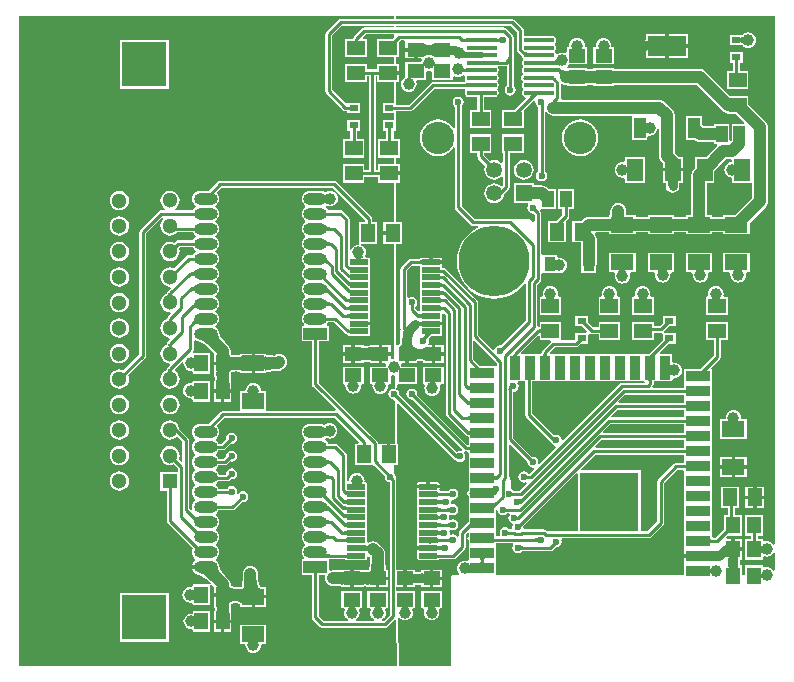
<source format=gtl>
G04*
G04 #@! TF.GenerationSoftware,Altium Limited,Altium Designer,18.1.7 (191)*
G04*
G04 Layer_Physical_Order=1*
G04 Layer_Color=255*
%FSLAX25Y25*%
%MOIN*%
G70*
G01*
G75*
%ADD10C,0.01968*%
%ADD14C,0.01575*%
%ADD15C,0.01000*%
%ADD18R,0.07874X0.03937*%
%ADD19O,0.07874X0.03937*%
%ADD20R,0.04528X0.05709*%
%ADD21R,0.07480X0.05315*%
%ADD22O,0.10039X0.01575*%
%ADD23R,0.05709X0.04528*%
%ADD24R,0.05906X0.04921*%
%ADD25R,0.03150X0.02362*%
%ADD26R,0.04921X0.05906*%
%ADD27R,0.05315X0.07480*%
%ADD28R,0.03898X0.05472*%
%ADD29R,0.03937X0.06693*%
%ADD30R,0.12795X0.06693*%
%ADD31R,0.03602X0.04803*%
%ADD32R,0.19685X0.19685*%
%ADD33R,0.03543X0.07874*%
%ADD34R,0.07874X0.03543*%
G04:AMPARAMS|DCode=35|XSize=17.72mil|YSize=62.99mil|CornerRadius=1.95mil|HoleSize=0mil|Usage=FLASHONLY|Rotation=270.000|XOffset=0mil|YOffset=0mil|HoleType=Round|Shape=RoundedRectangle|*
%AMROUNDEDRECTD35*
21,1,0.01772,0.05909,0,0,270.0*
21,1,0.01382,0.06299,0,0,270.0*
1,1,0.00390,-0.02955,-0.00691*
1,1,0.00390,-0.02955,0.00691*
1,1,0.00390,0.02955,0.00691*
1,1,0.00390,0.02955,-0.00691*
%
%ADD35ROUNDEDRECTD35*%
%ADD62C,0.01181*%
%ADD63C,0.03937*%
%ADD64C,0.03150*%
%ADD65R,0.15000X0.15000*%
%ADD66C,0.05118*%
%ADD67R,0.05118X0.05118*%
%ADD68R,0.05315X0.05315*%
%ADD69C,0.05315*%
%ADD70C,0.10827*%
%ADD71C,0.23622*%
%ADD72C,0.03937*%
%ADD73C,0.02362*%
G36*
X160574Y-8809D02*
X160507Y-8747D01*
X160434Y-8691D01*
X160355Y-8642D01*
X160271Y-8600D01*
X160180Y-8564D01*
X160083Y-8535D01*
X159981Y-8512D01*
X159873Y-8495D01*
X159807Y-8490D01*
X159399Y-8519D01*
X159263Y-8540D01*
X159028Y-8595D01*
X158929Y-8630D01*
X158842Y-8669D01*
X158767Y-8713D01*
Y-7252D01*
X158842Y-7296D01*
X158929Y-7335D01*
X159028Y-7369D01*
X159140Y-7399D01*
X159263Y-7425D01*
X159547Y-7462D01*
X159707Y-7473D01*
X159800Y-7475D01*
X159873Y-7469D01*
X159981Y-7453D01*
X160083Y-7430D01*
X160180Y-7401D01*
X160271Y-7365D01*
X160355Y-7322D01*
X160434Y-7273D01*
X160507Y-7218D01*
X160574Y-7155D01*
Y-8809D01*
D02*
G37*
G36*
X112906Y-8193D02*
X111897D01*
X111898Y-8188D01*
X111899Y-8173D01*
X111902Y-7677D01*
X112902D01*
X112906Y-8193D01*
D02*
G37*
G36*
X149697Y-8713D02*
X149622Y-8669D01*
X149535Y-8630D01*
X149436Y-8595D01*
X149325Y-8565D01*
X149201Y-8540D01*
X148917Y-8503D01*
X148758Y-8491D01*
X148401Y-8482D01*
Y-7482D01*
X148586Y-7480D01*
X149065Y-7445D01*
X149201Y-7425D01*
X149436Y-7369D01*
X149535Y-7335D01*
X149622Y-7296D01*
X149697Y-7252D01*
Y-8713D01*
D02*
G37*
G36*
X138300Y-13472D02*
X138268Y-13343D01*
X138173Y-13228D01*
X138016Y-13127D01*
X137795Y-13039D01*
X137512Y-12964D01*
X137166Y-12903D01*
X136819Y-12863D01*
X136260Y-12903D01*
X135913Y-12964D01*
X135630Y-13039D01*
X135409Y-13127D01*
X135252Y-13228D01*
X135157Y-13343D01*
X135126Y-13472D01*
Y-8969D01*
X135157Y-9097D01*
X135252Y-9212D01*
X135409Y-9314D01*
X135630Y-9402D01*
X135913Y-9476D01*
X136260Y-9537D01*
X136606Y-9577D01*
X137166Y-9537D01*
X137512Y-9476D01*
X137795Y-9402D01*
X138016Y-9314D01*
X138173Y-9212D01*
X138268Y-9097D01*
X138300Y-8969D01*
Y-13472D01*
D02*
G37*
G36*
X186529Y-10130D02*
X186544Y-10301D01*
X186569Y-10453D01*
X186604Y-10585D01*
X186649Y-10696D01*
X186704Y-10787D01*
X186769Y-10858D01*
X186844Y-10909D01*
X186929Y-10939D01*
X187024Y-10949D01*
X185024D01*
X185119Y-10939D01*
X185204Y-10909D01*
X185279Y-10858D01*
X185344Y-10787D01*
X185399Y-10696D01*
X185444Y-10585D01*
X185479Y-10453D01*
X185504Y-10301D01*
X185519Y-10130D01*
X185524Y-9937D01*
X186524D01*
X186529Y-10130D01*
D02*
G37*
G36*
X187235Y-11420D02*
X187085Y-11591D01*
X186954Y-11761D01*
X186840Y-11930D01*
X186743Y-12098D01*
X186664Y-12266D01*
X186603Y-12433D01*
X186559Y-12598D01*
X186532Y-12763D01*
X186524Y-12928D01*
X185524D01*
X185515Y-12763D01*
X185488Y-12598D01*
X185445Y-12433D01*
X185383Y-12266D01*
X185304Y-12098D01*
X185208Y-11930D01*
X185093Y-11761D01*
X184962Y-11591D01*
X184812Y-11420D01*
X184646Y-11248D01*
X187402D01*
X187235Y-11420D01*
D02*
G37*
G36*
X148464Y-11594D02*
X148541Y-11679D01*
X148634Y-11754D01*
X148744Y-11818D01*
X148872Y-11873D01*
X149016Y-11918D01*
X149177Y-11953D01*
X149355Y-11978D01*
X149550Y-11993D01*
X149762Y-11998D01*
X149026Y-13966D01*
X148808Y-13968D01*
X147966Y-14026D01*
X147847Y-14048D01*
X147744Y-14072D01*
X147658Y-14100D01*
X147589Y-14132D01*
X148404Y-11499D01*
X148464Y-11594D01*
D02*
G37*
G36*
X180296Y-16560D02*
X180045Y-16450D01*
X179172Y-16127D01*
X178987Y-16075D01*
X178662Y-16007D01*
X178494Y-16019D01*
X178358Y-16040D01*
X178123Y-16095D01*
X178024Y-16130D01*
X177937Y-16169D01*
X177862Y-16213D01*
Y-14752D01*
X177937Y-14796D01*
X178024Y-14835D01*
X178123Y-14869D01*
X178235Y-14899D01*
X178358Y-14925D01*
X178363Y-14925D01*
X178464Y-14893D01*
X178611Y-14824D01*
X178749Y-14735D01*
X178877Y-14626D01*
X178995Y-14498D01*
X179103Y-14350D01*
X179201Y-14182D01*
X179290Y-13994D01*
X180296Y-16560D01*
D02*
G37*
G36*
X158842Y-14796D02*
X158929Y-14835D01*
X159028Y-14869D01*
X159140Y-14899D01*
X159263Y-14925D01*
X159547Y-14962D01*
X159707Y-14973D01*
X160063Y-14982D01*
Y-15982D01*
X159879Y-15984D01*
X159399Y-16019D01*
X159263Y-16040D01*
X159028Y-16095D01*
X158929Y-16130D01*
X158842Y-16169D01*
X158767Y-16213D01*
Y-14752D01*
X158842Y-14796D01*
D02*
G37*
G36*
X164228Y-14156D02*
X163228Y-16363D01*
X163224Y-16177D01*
X163209Y-16022D01*
X163186Y-15895D01*
X163153Y-15798D01*
X163110Y-15731D01*
X163058Y-15693D01*
X162996Y-15685D01*
X162926Y-15705D01*
X162845Y-15756D01*
X162755Y-15836D01*
X162521Y-14656D01*
X162656Y-14511D01*
X162776Y-14361D01*
X162882Y-14205D01*
X162974Y-14043D01*
X163052Y-13875D01*
X163115Y-13702D01*
X163165Y-13522D01*
X163200Y-13337D01*
X163221Y-13146D01*
X163228Y-12948D01*
X164228Y-14156D01*
D02*
G37*
G36*
X125000Y-816D02*
X107283D01*
X106843Y-904D01*
X106469Y-1154D01*
X102532Y-5091D01*
X102282Y-5465D01*
X102194Y-5906D01*
Y-25098D01*
X102282Y-25539D01*
X102532Y-25913D01*
X108044Y-31425D01*
X108417Y-31675D01*
X108858Y-31762D01*
X109409D01*
Y-32421D01*
X113819D01*
Y-28799D01*
X109409D01*
Y-28825D01*
X108909Y-29032D01*
X104499Y-24621D01*
Y-6383D01*
X107761Y-3121D01*
X125000D01*
Y-3769D01*
X115157D01*
X114716Y-3857D01*
X114716Y-3857D01*
X114343Y-4107D01*
X111587Y-6863D01*
X111337Y-7236D01*
X111277Y-7539D01*
X108819D01*
Y-13721D01*
X115984D01*
Y-7539D01*
X114822D01*
X114630Y-7078D01*
X115635Y-6073D01*
X125000D01*
Y-7032D01*
X124493Y-7539D01*
X119449D01*
Y-13721D01*
X125000D01*
Y-15807D01*
X119449D01*
Y-17745D01*
X115984D01*
Y-15807D01*
X108819D01*
Y-21988D01*
X115984D01*
Y-20050D01*
X116565D01*
Y-51210D01*
X115197D01*
Y-49272D01*
X108031D01*
Y-55453D01*
X115197D01*
Y-53514D01*
X119843D01*
Y-55453D01*
X125000D01*
Y-68627D01*
X121516D01*
Y-71619D01*
X124606D01*
Y-72800D01*
X121516D01*
Y-75792D01*
X125000D01*
Y-92520D01*
X125170Y-114104D01*
X124902Y-114341D01*
X124457Y-114400D01*
X123957Y-114051D01*
Y-113189D01*
X121063D01*
Y-115492D01*
X122157D01*
X122491Y-115992D01*
X122370Y-116284D01*
X122303Y-116791D01*
X116988D01*
Y-122579D01*
X117481D01*
X117892Y-123079D01*
X117852Y-123385D01*
X117941Y-124063D01*
X118203Y-124695D01*
X118619Y-125238D01*
X119162Y-125655D01*
X119794Y-125917D01*
X120472Y-126006D01*
X121151Y-125917D01*
X121783Y-125655D01*
X122326Y-125238D01*
X122742Y-124695D01*
X123004Y-124063D01*
X123093Y-123385D01*
X123053Y-123079D01*
X123463Y-122579D01*
X123957D01*
Y-119873D01*
X124457Y-119524D01*
X124902Y-119583D01*
X125215Y-119856D01*
X125247Y-123933D01*
X125000Y-124137D01*
X124293Y-124278D01*
X123694Y-124678D01*
X123294Y-125277D01*
X123153Y-125984D01*
X123294Y-126691D01*
X123694Y-127290D01*
X124293Y-127690D01*
X125000Y-127831D01*
X125282Y-128283D01*
X125391Y-142125D01*
X125038Y-142480D01*
X123819D01*
Y-146063D01*
X122638D01*
Y-142480D01*
X120138D01*
X120138Y-142480D01*
X119690Y-142355D01*
X119615Y-141980D01*
X119366Y-141606D01*
X99971Y-122212D01*
Y-108386D01*
X103386D01*
Y-103189D01*
X102747D01*
X102578Y-102689D01*
X102641Y-102641D01*
X103057Y-102098D01*
X103123Y-101939D01*
X104976D01*
X108870Y-105834D01*
X109244Y-106084D01*
X109685Y-106172D01*
X109747D01*
X109836Y-106305D01*
X110109Y-106488D01*
X110431Y-106552D01*
X116340D01*
X116662Y-106488D01*
X116935Y-106305D01*
X117118Y-106032D01*
X117182Y-105710D01*
Y-104329D01*
X117118Y-104007D01*
X116939Y-103740D01*
X117118Y-103473D01*
X117182Y-103152D01*
Y-103051D01*
X113386D01*
Y-101870D01*
X117182D01*
Y-101770D01*
X117118Y-101448D01*
X116939Y-101181D01*
X117118Y-100914D01*
X117182Y-100593D01*
Y-99211D01*
X117118Y-98889D01*
X116939Y-98622D01*
X117118Y-98355D01*
X117182Y-98033D01*
Y-96652D01*
X117118Y-96330D01*
X116939Y-96063D01*
X117118Y-95796D01*
X117182Y-95474D01*
Y-94093D01*
X117118Y-93771D01*
X116939Y-93504D01*
X117118Y-93237D01*
X117182Y-92915D01*
Y-91533D01*
X117118Y-91212D01*
X116939Y-90945D01*
X117118Y-90678D01*
X117182Y-90356D01*
Y-88974D01*
X117118Y-88653D01*
X116939Y-88386D01*
X117118Y-88119D01*
X117182Y-87797D01*
Y-86415D01*
X117118Y-86093D01*
X116939Y-85827D01*
X117118Y-85560D01*
X117182Y-85238D01*
Y-83856D01*
X117118Y-83534D01*
X116939Y-83268D01*
X117118Y-83001D01*
X117182Y-82679D01*
Y-81297D01*
X117118Y-80975D01*
X116935Y-80703D01*
X116662Y-80520D01*
X116340Y-80456D01*
X115778D01*
X115626Y-80263D01*
X115498Y-79956D01*
X115720Y-79418D01*
X115810Y-78740D01*
X115720Y-78062D01*
X115459Y-77430D01*
X115042Y-76887D01*
X114499Y-76471D01*
X114070Y-76293D01*
X114169Y-75792D01*
X119429D01*
Y-68627D01*
X117717D01*
Y-67549D01*
X117629Y-67108D01*
X117379Y-66734D01*
X105933Y-55288D01*
X105559Y-55038D01*
X105118Y-54950D01*
X66890D01*
X66449Y-55038D01*
X66075Y-55288D01*
X63196Y-58167D01*
X60236D01*
X59558Y-58256D01*
X58926Y-58518D01*
X58383Y-58934D01*
X57967Y-59477D01*
X57705Y-60109D01*
X57615Y-60787D01*
X57705Y-61466D01*
X57967Y-62098D01*
X58383Y-62641D01*
X58858Y-63005D01*
X58895Y-63287D01*
X58858Y-63570D01*
X58383Y-63934D01*
X57967Y-64477D01*
X57901Y-64635D01*
X52198D01*
X52179Y-64603D01*
X52069Y-64135D01*
X52629Y-63706D01*
X53140Y-63040D01*
X53461Y-62264D01*
X53571Y-61432D01*
X53461Y-60599D01*
X53140Y-59824D01*
X52629Y-59157D01*
X51963Y-58646D01*
X51187Y-58325D01*
X50354Y-58215D01*
X49522Y-58325D01*
X48746Y-58646D01*
X48080Y-59157D01*
X47569Y-59824D01*
X47247Y-60599D01*
X47138Y-61432D01*
X47247Y-62264D01*
X47569Y-63040D01*
X48080Y-63706D01*
X48639Y-64135D01*
X48529Y-64603D01*
X48511Y-64635D01*
X47488D01*
X47047Y-64723D01*
X46674Y-64973D01*
X40524Y-71122D01*
X40274Y-71496D01*
X40187Y-71937D01*
Y-112657D01*
X34776Y-118067D01*
X34297Y-117868D01*
X33465Y-117758D01*
X32632Y-117868D01*
X31856Y-118189D01*
X31190Y-118701D01*
X30679Y-119367D01*
X30358Y-120142D01*
X30248Y-120975D01*
X30358Y-121807D01*
X30679Y-122583D01*
X31190Y-123249D01*
X31856Y-123760D01*
X32632Y-124082D01*
X33465Y-124191D01*
X34297Y-124082D01*
X35073Y-123760D01*
X35739Y-123249D01*
X36250Y-122583D01*
X36571Y-121807D01*
X36681Y-120975D01*
X36571Y-120142D01*
X36392Y-119710D01*
X42153Y-113948D01*
X42403Y-113575D01*
X42491Y-113134D01*
Y-72414D01*
X47746Y-67159D01*
X47874Y-67189D01*
X47977Y-67424D01*
X48022Y-67737D01*
X47569Y-68327D01*
X47247Y-69103D01*
X47138Y-69936D01*
X47247Y-70768D01*
X47569Y-71544D01*
X48080Y-72210D01*
X48746Y-72721D01*
X49522Y-73042D01*
X50354Y-73152D01*
X51187Y-73042D01*
X51963Y-72721D01*
X52629Y-72210D01*
X52836Y-71939D01*
X57901D01*
X57967Y-72098D01*
X58383Y-72641D01*
X58858Y-73005D01*
X58895Y-73287D01*
X58858Y-73570D01*
X58383Y-73934D01*
X57967Y-74477D01*
X57901Y-74635D01*
X53039D01*
X52599Y-74723D01*
X52225Y-74973D01*
X51666Y-75531D01*
X51187Y-75333D01*
X50354Y-75223D01*
X49522Y-75333D01*
X48746Y-75654D01*
X48080Y-76165D01*
X47569Y-76831D01*
X47247Y-77607D01*
X47138Y-78439D01*
X47247Y-79272D01*
X47569Y-80048D01*
X48080Y-80714D01*
X48746Y-81225D01*
X49522Y-81546D01*
X50354Y-81656D01*
X51187Y-81546D01*
X51963Y-81225D01*
X52629Y-80714D01*
X53140Y-80048D01*
X53461Y-79272D01*
X53571Y-78439D01*
X53461Y-77607D01*
X53366Y-77377D01*
X53701Y-76939D01*
X57901D01*
X57967Y-77098D01*
X58383Y-77641D01*
X58858Y-78005D01*
X58895Y-78287D01*
X58858Y-78570D01*
X58383Y-78934D01*
X57967Y-79477D01*
X57901Y-79635D01*
X56543D01*
X56103Y-79723D01*
X55729Y-79973D01*
X51666Y-84035D01*
X51187Y-83837D01*
X50354Y-83727D01*
X49522Y-83837D01*
X48746Y-84158D01*
X48080Y-84669D01*
X47569Y-85335D01*
X47247Y-86111D01*
X47138Y-86944D01*
X47247Y-87776D01*
X47569Y-88552D01*
X48080Y-89218D01*
X48746Y-89729D01*
X49522Y-90050D01*
X50278Y-90150D01*
X50548Y-90586D01*
X49540Y-91595D01*
X49290Y-91969D01*
X49202Y-92409D01*
Y-92473D01*
X48746Y-92662D01*
X48080Y-93173D01*
X47569Y-93839D01*
X47247Y-94615D01*
X47138Y-95447D01*
X47247Y-96280D01*
X47569Y-97056D01*
X48080Y-97722D01*
X48746Y-98233D01*
X49522Y-98554D01*
X50354Y-98664D01*
X50399Y-98658D01*
X50621Y-99107D01*
X49540Y-100187D01*
X49290Y-100561D01*
X49208Y-100975D01*
X48746Y-101166D01*
X48080Y-101677D01*
X47569Y-102343D01*
X47247Y-103119D01*
X47138Y-103951D01*
X47247Y-104784D01*
X47569Y-105560D01*
X48080Y-106226D01*
X48746Y-106737D01*
X49522Y-107058D01*
X50087Y-107132D01*
X50266Y-107660D01*
X49540Y-108387D01*
X49290Y-108760D01*
X49202Y-109201D01*
Y-109403D01*
X49193Y-109468D01*
X49189Y-109486D01*
X48746Y-109670D01*
X48080Y-110181D01*
X47569Y-110847D01*
X47247Y-111623D01*
X47138Y-112455D01*
X47247Y-113288D01*
X47569Y-114064D01*
X48080Y-114730D01*
X48746Y-115241D01*
X49522Y-115562D01*
X50087Y-115637D01*
X50266Y-116165D01*
X49540Y-116891D01*
X49290Y-117264D01*
X49202Y-117705D01*
Y-117907D01*
X49193Y-117972D01*
X49189Y-117990D01*
X48746Y-118174D01*
X48080Y-118685D01*
X47569Y-119351D01*
X47247Y-120127D01*
X47138Y-120959D01*
X47247Y-121792D01*
X47569Y-122568D01*
X48080Y-123234D01*
X48746Y-123745D01*
X49522Y-124066D01*
X50354Y-124176D01*
X51187Y-124066D01*
X51963Y-123745D01*
X52629Y-123234D01*
X53140Y-122568D01*
X53461Y-121792D01*
X53571Y-120959D01*
X53461Y-120127D01*
X53140Y-119351D01*
X52629Y-118685D01*
X52109Y-118286D01*
X51987Y-117702D01*
X54418Y-115271D01*
X54892Y-115504D01*
X54860Y-115748D01*
X54949Y-116426D01*
X55211Y-117058D01*
X55627Y-117601D01*
X56170Y-118018D01*
X56802Y-118280D01*
X57480Y-118369D01*
X57557Y-118359D01*
X57933Y-118688D01*
Y-119232D01*
X63721D01*
Y-112264D01*
X58132D01*
X57919Y-111769D01*
X57952Y-111736D01*
X58202Y-111363D01*
X58290Y-110922D01*
Y-108199D01*
X58790Y-107953D01*
X58926Y-108057D01*
X59462Y-108279D01*
X59462Y-108280D01*
X59463Y-108280D01*
X59558Y-108319D01*
X59617Y-108327D01*
X59947Y-108390D01*
X60278Y-108491D01*
X60633Y-108637D01*
X61004Y-108825D01*
X61846Y-109363D01*
X62276Y-109691D01*
X63230Y-110520D01*
X63271Y-110560D01*
X65020Y-112309D01*
Y-115157D01*
X67913D01*
Y-116339D01*
X65020D01*
Y-118589D01*
X65019Y-118590D01*
X65020Y-118592D01*
Y-119232D01*
X65149D01*
X65246Y-120879D01*
X65204Y-121462D01*
X65197Y-121516D01*
X65020D01*
Y-122156D01*
X65019Y-122158D01*
X65020Y-122159D01*
Y-124409D01*
X67913D01*
X70807D01*
Y-122159D01*
X70807Y-122158D01*
X70807Y-122156D01*
Y-121516D01*
X70678D01*
X70581Y-119869D01*
X70623Y-119286D01*
X70630Y-119232D01*
X70807D01*
Y-118725D01*
X70823Y-118714D01*
X71002Y-118640D01*
X71291Y-118562D01*
X71664Y-118494D01*
X72505Y-118432D01*
X72936Y-118464D01*
X73326Y-118519D01*
X73627Y-118582D01*
X73779Y-118631D01*
Y-119035D01*
X74420D01*
X74422Y-119036D01*
X74423Y-119035D01*
X77559D01*
Y-115748D01*
Y-112461D01*
X74423D01*
X74422Y-112460D01*
X74420Y-112461D01*
X73779D01*
Y-112865D01*
X73627Y-112914D01*
X73347Y-112973D01*
X72153Y-113061D01*
X72150Y-113061D01*
X71678Y-113004D01*
X71291Y-112934D01*
X71002Y-112856D01*
X70823Y-112782D01*
X70807Y-112771D01*
Y-112264D01*
X70534D01*
Y-111496D01*
X70445Y-110818D01*
X70183Y-110186D01*
X69767Y-109643D01*
X68749Y-108625D01*
X68716Y-108590D01*
X67964Y-107716D01*
X67663Y-107310D01*
X67401Y-106914D01*
X67182Y-106535D01*
X67005Y-106173D01*
X66870Y-105828D01*
X66775Y-105501D01*
X66713Y-105170D01*
X66705Y-105109D01*
X66680Y-105049D01*
X66680Y-105048D01*
X66680Y-105048D01*
X66443Y-104477D01*
X66027Y-103934D01*
X65552Y-103570D01*
X65514Y-103287D01*
X65552Y-103005D01*
X66027Y-102641D01*
X66443Y-102098D01*
X66705Y-101466D01*
X66794Y-100787D01*
X66705Y-100109D01*
X66443Y-99477D01*
X66027Y-98934D01*
X65552Y-98570D01*
X65514Y-98287D01*
X65552Y-98005D01*
X66027Y-97641D01*
X66443Y-97098D01*
X66705Y-96466D01*
X66794Y-95787D01*
X66705Y-95109D01*
X66443Y-94477D01*
X66027Y-93934D01*
X65552Y-93570D01*
X65514Y-93287D01*
X65552Y-93005D01*
X66027Y-92641D01*
X66443Y-92098D01*
X66705Y-91466D01*
X66794Y-90787D01*
X66705Y-90109D01*
X66443Y-89477D01*
X66027Y-88934D01*
X65552Y-88570D01*
X65514Y-88287D01*
X65552Y-88005D01*
X66027Y-87641D01*
X66443Y-87098D01*
X66705Y-86466D01*
X66794Y-85787D01*
X66705Y-85109D01*
X66443Y-84477D01*
X66027Y-83934D01*
X65552Y-83570D01*
X65514Y-83287D01*
X65552Y-83005D01*
X66027Y-82641D01*
X66443Y-82098D01*
X66705Y-81466D01*
X66794Y-80787D01*
X66705Y-80109D01*
X66443Y-79477D01*
X66027Y-78934D01*
X65552Y-78570D01*
X65514Y-78287D01*
X65552Y-78005D01*
X66027Y-77641D01*
X66443Y-77098D01*
X66705Y-76466D01*
X66794Y-75787D01*
X66705Y-75109D01*
X66443Y-74477D01*
X66027Y-73934D01*
X65552Y-73570D01*
X65514Y-73287D01*
X65552Y-73005D01*
X66027Y-72641D01*
X66443Y-72098D01*
X66705Y-71466D01*
X66794Y-70787D01*
X66705Y-70109D01*
X66443Y-69477D01*
X66027Y-68934D01*
X65552Y-68570D01*
X65514Y-68287D01*
X65552Y-68005D01*
X66027Y-67641D01*
X66443Y-67098D01*
X66705Y-66466D01*
X66794Y-65787D01*
X66705Y-65109D01*
X66443Y-64477D01*
X66027Y-63934D01*
X65552Y-63570D01*
X65514Y-63287D01*
X65552Y-63005D01*
X66027Y-62641D01*
X66443Y-62098D01*
X66705Y-61466D01*
X66794Y-60787D01*
X66705Y-60109D01*
X66443Y-59477D01*
X66027Y-58934D01*
X66006Y-58616D01*
X67367Y-57254D01*
X104641D01*
X115412Y-68026D01*
Y-68627D01*
X113248D01*
Y-75625D01*
X113225Y-75818D01*
X112916Y-76155D01*
X112511Y-76209D01*
X111879Y-76471D01*
X111336Y-76887D01*
X110919Y-77430D01*
X110758Y-77818D01*
X110258Y-77719D01*
Y-67768D01*
X110171Y-67327D01*
X109921Y-66953D01*
X107941Y-64973D01*
X107567Y-64723D01*
X107126Y-64635D01*
X103123D01*
X103057Y-64477D01*
X102641Y-63934D01*
X102458Y-63794D01*
X102440Y-63299D01*
X102493Y-63191D01*
X102651Y-63149D01*
X103062Y-63319D01*
X103740Y-63408D01*
X104419Y-63319D01*
X105051Y-63057D01*
X105593Y-62641D01*
X106010Y-62098D01*
X106272Y-61466D01*
X106361Y-60787D01*
X106272Y-60109D01*
X106010Y-59477D01*
X105593Y-58934D01*
X105051Y-58518D01*
X104419Y-58256D01*
X103740Y-58167D01*
X103062Y-58256D01*
X102430Y-58518D01*
X102264Y-58645D01*
X102098Y-58518D01*
X101466Y-58256D01*
X100787Y-58167D01*
X96851D01*
X96172Y-58256D01*
X95540Y-58518D01*
X94997Y-58934D01*
X94581Y-59477D01*
X94319Y-60109D01*
X94230Y-60787D01*
X94319Y-61466D01*
X94581Y-62098D01*
X94997Y-62641D01*
X95472Y-63005D01*
X95509Y-63287D01*
X95472Y-63570D01*
X94997Y-63934D01*
X94581Y-64477D01*
X94319Y-65109D01*
X94230Y-65787D01*
X94319Y-66466D01*
X94581Y-67098D01*
X94997Y-67641D01*
X95472Y-68005D01*
X95509Y-68287D01*
X95472Y-68570D01*
X94997Y-68934D01*
X94581Y-69477D01*
X94319Y-70109D01*
X94230Y-70787D01*
X94319Y-71466D01*
X94581Y-72098D01*
X94997Y-72641D01*
X95472Y-73005D01*
X95509Y-73287D01*
X95472Y-73570D01*
X94997Y-73934D01*
X94581Y-74477D01*
X94319Y-75109D01*
X94230Y-75787D01*
X94319Y-76466D01*
X94581Y-77098D01*
X94997Y-77641D01*
X95472Y-78005D01*
X95509Y-78287D01*
X95472Y-78570D01*
X94997Y-78934D01*
X94581Y-79477D01*
X94319Y-80109D01*
X94230Y-80787D01*
X94319Y-81466D01*
X94581Y-82098D01*
X94997Y-82641D01*
X95472Y-83005D01*
X95509Y-83287D01*
X95472Y-83570D01*
X94997Y-83934D01*
X94581Y-84477D01*
X94319Y-85109D01*
X94230Y-85787D01*
X94319Y-86466D01*
X94581Y-87098D01*
X94997Y-87641D01*
X95472Y-88005D01*
X95509Y-88287D01*
X95472Y-88570D01*
X94997Y-88934D01*
X94581Y-89477D01*
X94319Y-90109D01*
X94230Y-90787D01*
X94319Y-91466D01*
X94581Y-92098D01*
X94997Y-92641D01*
X95472Y-93005D01*
X95509Y-93287D01*
X95472Y-93570D01*
X94997Y-93934D01*
X94581Y-94477D01*
X94319Y-95109D01*
X94230Y-95787D01*
X94319Y-96466D01*
X94581Y-97098D01*
X94997Y-97641D01*
X95472Y-98005D01*
X95509Y-98287D01*
X95472Y-98570D01*
X94997Y-98934D01*
X94581Y-99477D01*
X94319Y-100109D01*
X94230Y-100787D01*
X94319Y-101466D01*
X94581Y-102098D01*
X94997Y-102641D01*
X95060Y-102689D01*
X94891Y-103189D01*
X94252D01*
Y-108386D01*
X97667D01*
Y-122689D01*
X97755Y-123130D01*
X98004Y-123504D01*
X105577Y-131076D01*
X105370Y-131576D01*
X82520D01*
Y-125059D01*
X80995D01*
X80770Y-124803D01*
X80681Y-124125D01*
X80419Y-123493D01*
X80003Y-122950D01*
X79460Y-122533D01*
X78828Y-122272D01*
X78150Y-122182D01*
X77471Y-122272D01*
X76839Y-122533D01*
X76296Y-122950D01*
X75880Y-123493D01*
X75618Y-124125D01*
X75529Y-124803D01*
X75304Y-125059D01*
X73779D01*
Y-131576D01*
X68098D01*
X67658Y-131664D01*
X67284Y-131914D01*
X63196Y-136001D01*
X60236D01*
X59558Y-136091D01*
X58926Y-136352D01*
X58383Y-136769D01*
X57967Y-137312D01*
X57705Y-137944D01*
X57615Y-138622D01*
X57705Y-139300D01*
X57967Y-139932D01*
X58383Y-140475D01*
X58858Y-140839D01*
X58895Y-141122D01*
X58858Y-141405D01*
X58383Y-141769D01*
X57967Y-142312D01*
X57705Y-142944D01*
X57615Y-143622D01*
X57705Y-144300D01*
X57967Y-144932D01*
X58383Y-145475D01*
X58858Y-145839D01*
X58895Y-146122D01*
X58858Y-146405D01*
X58383Y-146769D01*
X57967Y-147312D01*
X57705Y-147944D01*
X57615Y-148622D01*
X57705Y-149300D01*
X57967Y-149932D01*
X58383Y-150475D01*
X58858Y-150839D01*
X58895Y-151122D01*
X58858Y-151405D01*
X58383Y-151769D01*
X57967Y-152312D01*
X57705Y-152944D01*
X57615Y-153622D01*
X57705Y-154300D01*
X57967Y-154932D01*
X58383Y-155475D01*
X58858Y-155839D01*
X58895Y-156122D01*
X58858Y-156405D01*
X58383Y-156769D01*
X57967Y-157312D01*
X57705Y-157944D01*
X57615Y-158622D01*
X57705Y-159300D01*
X57967Y-159932D01*
X58383Y-160475D01*
X58858Y-160839D01*
X58895Y-161122D01*
X58858Y-161405D01*
X58383Y-161769D01*
X57967Y-162312D01*
X57705Y-162944D01*
X57615Y-163622D01*
X57702Y-164278D01*
X57670Y-164316D01*
X57256Y-164540D01*
X56825Y-164109D01*
Y-141394D01*
X56738Y-140953D01*
X56488Y-140579D01*
X53525Y-137616D01*
X53461Y-137135D01*
X53140Y-136359D01*
X52629Y-135693D01*
X51963Y-135181D01*
X51187Y-134860D01*
X50354Y-134751D01*
X49522Y-134860D01*
X48746Y-135181D01*
X48080Y-135693D01*
X47569Y-136359D01*
X47247Y-137135D01*
X47138Y-137967D01*
X47247Y-138800D01*
X47569Y-139575D01*
X48080Y-140242D01*
X48746Y-140753D01*
X49522Y-141074D01*
X50354Y-141184D01*
X51187Y-141074D01*
X51963Y-140753D01*
X52629Y-140242D01*
X52876Y-140225D01*
X54521Y-141871D01*
Y-148388D01*
X54059Y-148580D01*
X53263Y-147783D01*
X53461Y-147304D01*
X53571Y-146471D01*
X53461Y-145639D01*
X53140Y-144863D01*
X52629Y-144197D01*
X51963Y-143685D01*
X51187Y-143364D01*
X50354Y-143255D01*
X49522Y-143364D01*
X48746Y-143685D01*
X48080Y-144197D01*
X47569Y-144863D01*
X47247Y-145639D01*
X47138Y-146471D01*
X47247Y-147304D01*
X47569Y-148079D01*
X48080Y-148746D01*
X48746Y-149257D01*
X49522Y-149578D01*
X50354Y-149688D01*
X51187Y-149578D01*
X51620Y-149399D01*
X52891Y-150670D01*
Y-151786D01*
X47165D01*
Y-158164D01*
X49202D01*
Y-168122D01*
X49290Y-168563D01*
X49540Y-168937D01*
X57951Y-177348D01*
X57705Y-177944D01*
X57615Y-178622D01*
X57705Y-179300D01*
X57967Y-179932D01*
X58383Y-180475D01*
X58858Y-180839D01*
X58895Y-181122D01*
X58858Y-181405D01*
X58383Y-181769D01*
X57967Y-182312D01*
X57705Y-182944D01*
X57693Y-183031D01*
X62205D01*
Y-184213D01*
X57693D01*
X57705Y-184300D01*
X57967Y-184932D01*
X58383Y-185475D01*
X58926Y-185892D01*
X59462Y-186114D01*
X59462Y-186114D01*
X59463Y-186114D01*
X59558Y-186153D01*
X59617Y-186161D01*
X59947Y-186225D01*
X60278Y-186326D01*
X60633Y-186471D01*
X61004Y-186659D01*
X61846Y-187198D01*
X62276Y-187526D01*
X63230Y-188355D01*
X63270Y-188394D01*
X63865Y-188989D01*
X63598Y-189429D01*
X63271Y-189429D01*
X57933D01*
Y-189946D01*
X57433Y-190338D01*
X57087Y-190293D01*
X56408Y-190382D01*
X55776Y-190644D01*
X55233Y-191060D01*
X54817Y-191603D01*
X54555Y-192235D01*
X54466Y-192913D01*
X54555Y-193592D01*
X54817Y-194224D01*
X55233Y-194767D01*
X55776Y-195183D01*
X56408Y-195445D01*
X57087Y-195534D01*
X57433Y-195489D01*
X57933Y-195881D01*
Y-196398D01*
X63721D01*
Y-189912D01*
X63721Y-189551D01*
X64161Y-189284D01*
X65020Y-190144D01*
Y-192323D01*
X67913D01*
Y-193504D01*
X65020D01*
Y-195754D01*
X65019Y-195756D01*
X65020Y-195757D01*
Y-196398D01*
X65149D01*
X65231Y-197802D01*
X65148Y-198287D01*
X65020D01*
Y-198928D01*
X65019Y-198929D01*
X65020Y-198931D01*
Y-201181D01*
X67913D01*
X70807D01*
Y-198931D01*
X70807Y-198929D01*
X70807Y-198928D01*
Y-198287D01*
X70678D01*
X70595Y-196883D01*
X70678Y-196398D01*
X70807D01*
Y-195890D01*
X70823Y-195880D01*
X71002Y-195806D01*
X71291Y-195727D01*
X71664Y-195660D01*
X72252Y-195616D01*
X72403Y-195632D01*
X72867Y-195713D01*
X73237Y-195810D01*
X73507Y-195917D01*
X73674Y-196016D01*
X73748Y-196087D01*
X73766Y-196121D01*
X73779Y-196204D01*
Y-196791D01*
X74420D01*
X74422Y-196792D01*
X74423Y-196791D01*
X77559D01*
Y-193504D01*
X78150D01*
Y-192913D01*
X82520D01*
Y-190217D01*
X81139D01*
X80871Y-190188D01*
X80683Y-190122D01*
X80518Y-190012D01*
X80357Y-189839D01*
X80201Y-189583D01*
X80058Y-189235D01*
X79939Y-188793D01*
X79850Y-188258D01*
X79795Y-187633D01*
X79786Y-187296D01*
Y-185827D01*
X79697Y-185149D01*
X79435Y-184516D01*
X79019Y-183974D01*
X78476Y-183557D01*
X77844Y-183295D01*
X77165Y-183206D01*
X76487Y-183295D01*
X75855Y-183557D01*
X75312Y-183974D01*
X74896Y-184516D01*
X74634Y-185149D01*
X74545Y-185827D01*
Y-187701D01*
X74487Y-188880D01*
X74436Y-189356D01*
X74373Y-189748D01*
X74302Y-190042D01*
X74238Y-190217D01*
X73779D01*
Y-190230D01*
X72664Y-190255D01*
X72150Y-190226D01*
X71678Y-190170D01*
X71291Y-190099D01*
X71002Y-190021D01*
X70823Y-189947D01*
X70807Y-189937D01*
Y-189429D01*
X70534D01*
Y-189331D01*
X70445Y-188653D01*
X70183Y-188020D01*
X69767Y-187478D01*
X68748Y-186459D01*
X68716Y-186425D01*
X67964Y-185550D01*
X67663Y-185145D01*
X67401Y-184749D01*
X67182Y-184370D01*
X67005Y-184007D01*
X66870Y-183662D01*
X66775Y-183336D01*
X66713Y-183004D01*
X66705Y-182944D01*
X66680Y-182883D01*
X66680Y-182883D01*
X66680Y-182883D01*
X66443Y-182312D01*
X66027Y-181769D01*
X65552Y-181405D01*
X65514Y-181122D01*
X65552Y-180839D01*
X66027Y-180475D01*
X66443Y-179932D01*
X66705Y-179300D01*
X66794Y-178622D01*
X66705Y-177944D01*
X66443Y-177312D01*
X66027Y-176769D01*
X65552Y-176405D01*
X65514Y-176122D01*
X65552Y-175839D01*
X66027Y-175475D01*
X66443Y-174932D01*
X66705Y-174300D01*
X66794Y-173622D01*
X66705Y-172944D01*
X66443Y-172312D01*
X66027Y-171769D01*
X65552Y-171405D01*
X65514Y-171122D01*
X65552Y-170839D01*
X66027Y-170475D01*
X66443Y-169932D01*
X66705Y-169300D01*
X66794Y-168622D01*
X66705Y-167944D01*
X66443Y-167312D01*
X66027Y-166769D01*
X65552Y-166405D01*
X65514Y-166122D01*
X65552Y-165839D01*
X66027Y-165475D01*
X66443Y-164932D01*
X66509Y-164774D01*
X71157D01*
X71598Y-164686D01*
X71972Y-164437D01*
X74472Y-161936D01*
X74654Y-161972D01*
X75360Y-161831D01*
X75959Y-161431D01*
X76359Y-160832D01*
X76500Y-160126D01*
X76359Y-159419D01*
X75959Y-158820D01*
X75360Y-158420D01*
X74654Y-158279D01*
X73947Y-158420D01*
X73348Y-158820D01*
X73068Y-159238D01*
X72597Y-159043D01*
X72712Y-158464D01*
X72572Y-157758D01*
X72172Y-157159D01*
X71573Y-156758D01*
X70866Y-156618D01*
X70159Y-156758D01*
X69560Y-157159D01*
X69302Y-157545D01*
X66540D01*
X66443Y-157312D01*
X66027Y-156769D01*
X65552Y-156405D01*
X65514Y-156122D01*
X65552Y-155839D01*
X66027Y-155475D01*
X66311Y-155104D01*
X69473D01*
X69914Y-155016D01*
X70287Y-154767D01*
X70539Y-154515D01*
X70588Y-154479D01*
X70637Y-154448D01*
X70681Y-154424D01*
X70721Y-154407D01*
X70756Y-154395D01*
X70784Y-154389D01*
X70866Y-154405D01*
X71573Y-154265D01*
X72172Y-153865D01*
X72572Y-153265D01*
X72712Y-152559D01*
X72572Y-151852D01*
X72172Y-151253D01*
X71573Y-150853D01*
X70866Y-150712D01*
X70159Y-150853D01*
X69560Y-151253D01*
X69160Y-151852D01*
X69020Y-152559D01*
X68586Y-152800D01*
X66645D01*
X66443Y-152312D01*
X66027Y-151769D01*
X65552Y-151405D01*
X65514Y-151122D01*
X65552Y-150839D01*
X66027Y-150475D01*
X66443Y-149932D01*
X66509Y-149774D01*
X68602D01*
X69043Y-149686D01*
X69417Y-149437D01*
X70439Y-148415D01*
X70866Y-148500D01*
X71573Y-148359D01*
X72172Y-147959D01*
X72572Y-147360D01*
X72712Y-146653D01*
X72572Y-145947D01*
X72172Y-145347D01*
X71573Y-144947D01*
X70866Y-144807D01*
X70159Y-144947D01*
X69560Y-145347D01*
X69160Y-145947D01*
X69039Y-146556D01*
X68125Y-147470D01*
X66509D01*
X66443Y-147312D01*
X66027Y-146769D01*
X65552Y-146405D01*
X65514Y-146122D01*
X65552Y-145839D01*
X66027Y-145475D01*
X66443Y-144932D01*
X66509Y-144774D01*
X67992D01*
X68433Y-144686D01*
X68806Y-144437D01*
X70685Y-142558D01*
X70866Y-142594D01*
X71573Y-142454D01*
X72172Y-142053D01*
X72572Y-141454D01*
X72712Y-140748D01*
X72572Y-140041D01*
X72172Y-139442D01*
X71573Y-139042D01*
X70866Y-138901D01*
X70159Y-139042D01*
X69560Y-139442D01*
X69160Y-140041D01*
X69020Y-140748D01*
X69055Y-140929D01*
X67515Y-142470D01*
X66509D01*
X66443Y-142312D01*
X66027Y-141769D01*
X65552Y-141405D01*
X65514Y-141122D01*
X65552Y-140839D01*
X66027Y-140475D01*
X66443Y-139932D01*
X66705Y-139300D01*
X66794Y-138622D01*
X66705Y-137944D01*
X66443Y-137312D01*
X66027Y-136769D01*
X66006Y-136450D01*
X68576Y-133880D01*
X105283D01*
X113383Y-141980D01*
X113176Y-142480D01*
X111870D01*
Y-149646D01*
X118051D01*
X118051Y-149646D01*
Y-149646D01*
X118432Y-149908D01*
X121949Y-153424D01*
X121925Y-153543D01*
X122066Y-154250D01*
X122466Y-154849D01*
X123065Y-155249D01*
X123555Y-155347D01*
Y-197220D01*
X123642Y-197661D01*
X123684Y-197723D01*
Y-199490D01*
X122957Y-200217D01*
X122957Y-200217D01*
X122957Y-200217D01*
X121570Y-201604D01*
X121058D01*
X120958Y-201104D01*
X120995Y-201089D01*
X121538Y-200672D01*
X121955Y-200129D01*
X122217Y-199497D01*
X122306Y-198819D01*
X122217Y-198141D01*
X122109Y-197882D01*
X122443Y-197382D01*
X123051D01*
Y-191595D01*
X116083D01*
Y-197382D01*
X116927D01*
X117261Y-197882D01*
X117154Y-198141D01*
X117064Y-198819D01*
X117154Y-199497D01*
X117415Y-200129D01*
X117832Y-200672D01*
X118375Y-201089D01*
X118412Y-201104D01*
X118312Y-201604D01*
X112347D01*
X112248Y-201104D01*
X112285Y-201089D01*
X112828Y-200672D01*
X113244Y-200129D01*
X113506Y-199497D01*
X113595Y-198819D01*
X113506Y-198141D01*
X113399Y-197882D01*
X113733Y-197382D01*
X114459D01*
Y-191595D01*
X107490D01*
Y-197382D01*
X108216D01*
X108550Y-197882D01*
X108443Y-198141D01*
X108354Y-198819D01*
X108443Y-199497D01*
X108705Y-200129D01*
X109121Y-200672D01*
X109664Y-201089D01*
X109701Y-201104D01*
X109601Y-201604D01*
X101670D01*
X99971Y-199905D01*
Y-186220D01*
X101951D01*
X102229Y-186636D01*
X102193Y-186723D01*
X102104Y-187402D01*
X102193Y-188080D01*
X102455Y-188712D01*
X102871Y-189255D01*
X103414Y-189671D01*
X104046Y-189933D01*
X104724Y-190022D01*
X105624D01*
X106870Y-190057D01*
X107490Y-190109D01*
Y-190295D01*
X108130D01*
X108132Y-190296D01*
X108134Y-190295D01*
X110384D01*
Y-187402D01*
Y-184508D01*
X108134D01*
X108132Y-184508D01*
X108130Y-184508D01*
X107490D01*
Y-184642D01*
X105456Y-184781D01*
X104724D01*
X104046Y-184870D01*
X103886Y-184936D01*
X103386Y-184602D01*
Y-181024D01*
X103866Y-180975D01*
X108763D01*
X108852Y-181108D01*
X109125Y-181291D01*
X109447Y-181355D01*
X115356D01*
X115678Y-181291D01*
X115951Y-181108D01*
X116133Y-180836D01*
X116197Y-180514D01*
Y-180393D01*
X116697Y-180163D01*
X116946Y-180355D01*
Y-181967D01*
X116880Y-183165D01*
X116823Y-183637D01*
X116753Y-184024D01*
X116675Y-184313D01*
X116601Y-184492D01*
X116590Y-184508D01*
X116083D01*
Y-184637D01*
X114951Y-184704D01*
X114459Y-184508D01*
Y-184508D01*
X113818D01*
X113817Y-184508D01*
X113815Y-184508D01*
X111565D01*
Y-187402D01*
Y-190295D01*
X113815D01*
X113817Y-190296D01*
X113818Y-190295D01*
X114459D01*
Y-190166D01*
X115591Y-190100D01*
X116083Y-190295D01*
Y-190295D01*
X116723D01*
X116725Y-190296D01*
X116726Y-190295D01*
X118976D01*
Y-187402D01*
X119567D01*
Y-186811D01*
X123051D01*
Y-185152D01*
X123052Y-185150D01*
X123051Y-185148D01*
Y-184508D01*
X122544D01*
X122533Y-184492D01*
X122459Y-184313D01*
X122381Y-184024D01*
X122313Y-183651D01*
X122188Y-181955D01*
Y-179114D01*
X122099Y-178436D01*
X121837Y-177804D01*
X121420Y-177261D01*
X119963Y-175804D01*
X119421Y-175388D01*
X118789Y-175126D01*
X118110Y-175037D01*
X117432Y-175126D01*
X116800Y-175388D01*
X116684Y-175476D01*
X116592Y-175461D01*
X116197Y-175220D01*
Y-174014D01*
X116133Y-173692D01*
X115955Y-173425D01*
X116133Y-173158D01*
X116197Y-172836D01*
Y-171455D01*
X116133Y-171133D01*
X115955Y-170866D01*
X116133Y-170599D01*
X116197Y-170278D01*
Y-168896D01*
X116133Y-168574D01*
X115955Y-168307D01*
X116133Y-168040D01*
X116197Y-167719D01*
Y-166337D01*
X116133Y-166015D01*
X115955Y-165748D01*
X116133Y-165481D01*
X116197Y-165159D01*
Y-163778D01*
X116133Y-163456D01*
X115955Y-163189D01*
X116133Y-162922D01*
X116197Y-162600D01*
Y-161219D01*
X116133Y-160897D01*
X115955Y-160630D01*
X116133Y-160363D01*
X116197Y-160041D01*
Y-158660D01*
X116133Y-158338D01*
X115955Y-158071D01*
X116133Y-157804D01*
X116197Y-157482D01*
Y-156100D01*
X116133Y-155779D01*
X115951Y-155506D01*
X115678Y-155324D01*
X115356Y-155260D01*
X115185Y-155064D01*
X115219Y-154805D01*
X115130Y-154127D01*
X114868Y-153495D01*
X114452Y-152952D01*
X113909Y-152535D01*
X113277Y-152273D01*
X112598Y-152184D01*
X111920Y-152273D01*
X111288Y-152535D01*
X110745Y-152952D01*
X110329Y-153495D01*
X110067Y-154127D01*
X110013Y-154533D01*
X109557Y-154882D01*
X109485Y-154896D01*
X109344Y-154860D01*
X109321Y-154775D01*
Y-146358D01*
X109234Y-145917D01*
X109234Y-145917D01*
X108984Y-145544D01*
X106248Y-142807D01*
X105874Y-142558D01*
X105433Y-142470D01*
X103123D01*
X103057Y-142312D01*
X102641Y-141769D01*
X102166Y-141405D01*
X102129Y-141122D01*
X102161Y-140877D01*
X102581Y-140603D01*
X102865Y-140720D01*
X103543Y-140810D01*
X104222Y-140720D01*
X104854Y-140459D01*
X105396Y-140042D01*
X105813Y-139499D01*
X106075Y-138867D01*
X106164Y-138189D01*
X106075Y-137511D01*
X105813Y-136879D01*
X105396Y-136336D01*
X104854Y-135919D01*
X104222Y-135657D01*
X103543Y-135568D01*
X102865Y-135657D01*
X102233Y-135919D01*
X101819Y-136237D01*
X101466Y-136091D01*
X100787Y-136001D01*
X96851D01*
X96172Y-136091D01*
X95540Y-136352D01*
X94997Y-136769D01*
X94581Y-137312D01*
X94319Y-137944D01*
X94230Y-138622D01*
X94319Y-139300D01*
X94581Y-139932D01*
X94997Y-140475D01*
X95472Y-140839D01*
X95509Y-141122D01*
X95472Y-141405D01*
X94997Y-141769D01*
X94581Y-142312D01*
X94319Y-142944D01*
X94230Y-143622D01*
X94319Y-144300D01*
X94581Y-144932D01*
X94997Y-145475D01*
X95472Y-145839D01*
X95509Y-146122D01*
X95472Y-146405D01*
X94997Y-146769D01*
X94581Y-147312D01*
X94319Y-147944D01*
X94230Y-148622D01*
X94319Y-149300D01*
X94581Y-149932D01*
X94997Y-150475D01*
X95472Y-150839D01*
X95509Y-151122D01*
X95472Y-151405D01*
X94997Y-151769D01*
X94581Y-152312D01*
X94319Y-152944D01*
X94230Y-153622D01*
X94319Y-154300D01*
X94581Y-154932D01*
X94997Y-155475D01*
X95472Y-155839D01*
X95509Y-156122D01*
X95472Y-156405D01*
X94997Y-156769D01*
X94581Y-157312D01*
X94319Y-157944D01*
X94230Y-158622D01*
X94319Y-159300D01*
X94581Y-159932D01*
X94997Y-160475D01*
X95472Y-160839D01*
X95509Y-161122D01*
X95472Y-161405D01*
X94997Y-161769D01*
X94581Y-162312D01*
X94319Y-162944D01*
X94230Y-163622D01*
X94319Y-164300D01*
X94581Y-164932D01*
X94997Y-165475D01*
X95472Y-165839D01*
X95509Y-166122D01*
X95472Y-166405D01*
X94997Y-166769D01*
X94581Y-167312D01*
X94319Y-167944D01*
X94230Y-168622D01*
X94319Y-169300D01*
X94581Y-169932D01*
X94997Y-170475D01*
X95472Y-170839D01*
X95509Y-171122D01*
X95472Y-171405D01*
X94997Y-171769D01*
X94581Y-172312D01*
X94319Y-172944D01*
X94230Y-173622D01*
X94319Y-174300D01*
X94581Y-174932D01*
X94997Y-175475D01*
X95472Y-175839D01*
X95509Y-176122D01*
X95472Y-176405D01*
X94997Y-176769D01*
X94581Y-177312D01*
X94319Y-177944D01*
X94230Y-178622D01*
X94319Y-179300D01*
X94581Y-179932D01*
X94997Y-180475D01*
X95060Y-180524D01*
X94891Y-181024D01*
X94252D01*
Y-186220D01*
X97667D01*
Y-200382D01*
X97707Y-200581D01*
X97755Y-200823D01*
X97755Y-200823D01*
X98004Y-201196D01*
X100378Y-203571D01*
X100378Y-203571D01*
X100378Y-203571D01*
X100564Y-203695D01*
X100752Y-203820D01*
X100752Y-203820D01*
X100752Y-203820D01*
X101193Y-203908D01*
X122047D01*
X122047Y-203908D01*
X122047Y-203908D01*
X122252Y-203867D01*
X122488Y-203820D01*
X122488Y-203820D01*
X122488Y-203820D01*
X122676Y-203695D01*
X122862Y-203571D01*
X122862Y-203571D01*
X122862Y-203571D01*
X124586Y-201846D01*
X125355Y-201078D01*
X125856Y-201283D01*
X125974Y-216180D01*
X125621Y-216535D01*
X0D01*
Y0D01*
X125000D01*
Y-816D01*
D02*
G37*
G36*
X177913Y-17278D02*
X177984Y-17302D01*
X178075Y-17323D01*
X178185Y-17341D01*
X178463Y-17369D01*
X178819Y-17386D01*
X179252Y-17392D01*
Y-18573D01*
X179025Y-18574D01*
X178075Y-18641D01*
X177984Y-18662D01*
X177913Y-18686D01*
X177862Y-18713D01*
Y-17252D01*
X177913Y-17278D01*
D02*
G37*
G36*
X149697Y-18713D02*
X149622Y-18669D01*
X149535Y-18630D01*
X149436Y-18595D01*
X149325Y-18565D01*
X149201Y-18540D01*
X148917Y-18503D01*
X148758Y-18491D01*
X148401Y-18482D01*
Y-17482D01*
X148586Y-17480D01*
X149065Y-17445D01*
X149201Y-17425D01*
X149436Y-17369D01*
X149535Y-17335D01*
X149622Y-17296D01*
X149697Y-17252D01*
Y-18713D01*
D02*
G37*
G36*
X180722Y-17668D02*
X180860Y-17765D01*
X181021Y-17856D01*
X181204Y-17941D01*
X181408Y-18020D01*
X181635Y-18094D01*
X182153Y-18222D01*
X182445Y-18278D01*
X182759Y-18327D01*
X180532Y-20554D01*
X180482Y-20240D01*
X180298Y-19430D01*
X180225Y-19204D01*
X180146Y-18999D01*
X180061Y-18816D01*
X179970Y-18656D01*
X179873Y-18517D01*
X179769Y-18400D01*
X180605Y-17565D01*
X180722Y-17668D01*
D02*
G37*
G36*
X130826Y-20558D02*
X130741Y-20589D01*
X130666Y-20640D01*
X130601Y-20711D01*
X130546Y-20802D01*
X130501Y-20913D01*
X130466Y-21044D01*
X130441Y-21196D01*
X130426Y-21367D01*
X130421Y-21559D01*
X129421D01*
X129441Y-20559D01*
X130921Y-20547D01*
X130826Y-20558D01*
D02*
G37*
G36*
X149697Y-23713D02*
X149622Y-23669D01*
X149535Y-23630D01*
X149436Y-23595D01*
X149325Y-23565D01*
X149201Y-23540D01*
X148917Y-23503D01*
X148758Y-23491D01*
X148401Y-23482D01*
Y-22482D01*
X148586Y-22480D01*
X149065Y-22445D01*
X149201Y-22425D01*
X149436Y-22369D01*
X149535Y-22335D01*
X149622Y-22296D01*
X149697Y-22252D01*
Y-23713D01*
D02*
G37*
G36*
X172967Y-26268D02*
X172827Y-26290D01*
X172687Y-26326D01*
X172546Y-26376D01*
X172405Y-26441D01*
X172263Y-26520D01*
X172121Y-26613D01*
X171978Y-26721D01*
X171835Y-26843D01*
X171692Y-26980D01*
X170278D01*
X170407Y-26843D01*
X170508Y-26721D01*
X170580Y-26613D01*
X170623Y-26520D01*
X170637Y-26441D01*
X170623Y-26376D01*
X170580Y-26326D01*
X170508Y-26290D01*
X170407Y-26268D01*
X170278Y-26261D01*
X173106D01*
X172967Y-26268D01*
D02*
G37*
G36*
X128799Y-8327D02*
Y-10630D01*
X132283D01*
Y-11220D01*
X132874D01*
Y-14114D01*
X134009D01*
X134331Y-14614D01*
X134188Y-14959D01*
X134128Y-15413D01*
X128799D01*
Y-17369D01*
X128769Y-17519D01*
Y-20302D01*
X128611Y-20368D01*
X128068Y-20785D01*
X127652Y-21327D01*
X127390Y-21960D01*
X127300Y-22638D01*
X127390Y-23316D01*
X127652Y-23948D01*
X128068Y-24491D01*
X128611Y-24907D01*
X129243Y-25169D01*
X129921Y-25259D01*
X130600Y-25169D01*
X131232Y-24907D01*
X131774Y-24491D01*
X132191Y-23948D01*
X132453Y-23316D01*
X132542Y-22638D01*
X132453Y-21960D01*
X132346Y-21701D01*
X132680Y-21201D01*
X135768D01*
Y-18544D01*
X136268Y-18199D01*
X136719Y-18258D01*
X137157Y-18201D01*
X137657Y-18552D01*
Y-21201D01*
X144626D01*
Y-20152D01*
X145074Y-19931D01*
X145146Y-19986D01*
X145778Y-20248D01*
X146457Y-20337D01*
X147135Y-20248D01*
X147767Y-19986D01*
X148310Y-19570D01*
X148698Y-19879D01*
X148665Y-19929D01*
X148555Y-20482D01*
X148665Y-21035D01*
X148852Y-21316D01*
X148694Y-21754D01*
X148635Y-21830D01*
X138041D01*
X137601Y-21918D01*
X137227Y-22168D01*
X129936Y-29458D01*
X125630D01*
Y-28861D01*
X125642Y-28799D01*
Y-21988D01*
X126614D01*
Y-19488D01*
X123032D01*
Y-18307D01*
X126614D01*
Y-15807D01*
X125642D01*
Y-13721D01*
X126614D01*
Y-8676D01*
X127249Y-8042D01*
X128417D01*
X128799Y-8327D01*
D02*
G37*
G36*
X178652Y-28863D02*
X178668Y-29093D01*
X178682Y-29192D01*
X178701Y-29280D01*
X178724Y-29358D01*
X178750Y-29425D01*
X178781Y-29482D01*
X178816Y-29528D01*
X178855Y-29564D01*
X177445D01*
X177483Y-29528D01*
X177518Y-29482D01*
X177549Y-29425D01*
X177576Y-29358D01*
X177598Y-29280D01*
X177617Y-29192D01*
X177631Y-29093D01*
X177648Y-28863D01*
X177650Y-28733D01*
X178650D01*
X178652Y-28863D01*
D02*
G37*
G36*
X208844Y-36300D02*
X208875Y-36385D01*
X208925Y-36460D01*
X208996Y-36525D01*
X209087Y-36580D01*
X209199Y-36625D01*
X209330Y-36660D01*
X209482Y-36685D01*
X209654Y-36700D01*
X209846Y-36705D01*
Y-37705D01*
X209654Y-37710D01*
X209482Y-37725D01*
X209330Y-37750D01*
X209199Y-37785D01*
X209087Y-37830D01*
X208996Y-37885D01*
X208925Y-37950D01*
X208875Y-38025D01*
X208844Y-38110D01*
X208834Y-38205D01*
Y-36205D01*
X208844Y-36300D01*
D02*
G37*
G36*
X208830Y-38583D02*
X208659Y-38416D01*
X208488Y-38267D01*
X208318Y-38135D01*
X208149Y-38021D01*
X207980Y-37924D01*
X207813Y-37845D01*
X207646Y-37784D01*
X207480Y-37740D01*
X207315Y-37714D01*
X207151Y-37705D01*
Y-36705D01*
X207315Y-36696D01*
X207480Y-36670D01*
X207646Y-36626D01*
X207813Y-36564D01*
X207980Y-36485D01*
X208149Y-36389D01*
X208318Y-36275D01*
X208488Y-36143D01*
X208659Y-35994D01*
X208830Y-35827D01*
Y-38583D01*
D02*
G37*
G36*
X251969Y-176099D02*
X251518Y-176235D01*
X251468Y-176231D01*
X251066Y-175706D01*
X250523Y-175289D01*
X249891Y-175028D01*
X249213Y-174938D01*
X248534Y-175028D01*
X248388Y-175088D01*
X247972Y-174810D01*
Y-174173D01*
X246231D01*
Y-173268D01*
X247972D01*
Y-166299D01*
X242185D01*
Y-173268D01*
X243927D01*
Y-174173D01*
X242185D01*
Y-181142D01*
X247972D01*
Y-180308D01*
X248388Y-180030D01*
X248534Y-180091D01*
X249213Y-180180D01*
X249891Y-180091D01*
X250523Y-179829D01*
X251066Y-179412D01*
X251468Y-178887D01*
X251518Y-178883D01*
X251969Y-179020D01*
Y-184760D01*
X251518Y-184897D01*
X251468Y-184892D01*
X251066Y-184367D01*
X250523Y-183951D01*
X249891Y-183689D01*
X249213Y-183600D01*
X248534Y-183689D01*
X248388Y-183749D01*
X247972Y-183472D01*
Y-183031D01*
X242185D01*
Y-186366D01*
X240886D01*
Y-183031D01*
X240240D01*
Y-181142D01*
X240886D01*
Y-178248D01*
X237992D01*
Y-177657D01*
X237402D01*
Y-174173D01*
X235885D01*
X235694Y-173711D01*
X236137Y-173268D01*
X240886D01*
Y-166299D01*
X238554D01*
Y-164016D01*
X240098D01*
Y-156850D01*
X233917D01*
Y-164016D01*
X236249D01*
Y-166299D01*
X235099D01*
Y-171048D01*
X232283Y-173863D01*
X231430D01*
X230937Y-173420D01*
X230937Y-172613D01*
X230937Y-172113D01*
Y-167917D01*
X230937Y-167613D01*
X230937Y-167113D01*
Y-162917D01*
X230937Y-162613D01*
X230937Y-162113D01*
Y-157917D01*
X230937Y-157613D01*
X230937Y-157113D01*
Y-152917D01*
X230937Y-152613D01*
X230937Y-152113D01*
Y-147613D01*
X230937D01*
Y-147417D01*
X230937D01*
Y-142613D01*
X230937D01*
Y-142417D01*
X230937D01*
Y-137613D01*
X230937D01*
Y-137417D01*
X230937D01*
Y-132613D01*
X230937D01*
Y-132417D01*
X230937D01*
Y-127613D01*
X230937D01*
Y-127417D01*
X230937D01*
Y-122917D01*
X230937Y-122613D01*
X230937Y-122113D01*
Y-117613D01*
X230937D01*
X230780Y-117234D01*
X233571Y-114444D01*
X233820Y-114070D01*
X233908Y-113629D01*
Y-108012D01*
X236339D01*
Y-101831D01*
X229173D01*
Y-108012D01*
X231604D01*
Y-113152D01*
X227142Y-117613D01*
X221803D01*
Y-122113D01*
X221803Y-122417D01*
X221803Y-122917D01*
Y-123863D01*
X211380D01*
X211188Y-123401D01*
X211220Y-123369D01*
X211220Y-123369D01*
X211220Y-123369D01*
X211338Y-123192D01*
X211470Y-122995D01*
X211470Y-122995D01*
X211470Y-122995D01*
X211511Y-122791D01*
X211558Y-122555D01*
X211558Y-122555D01*
X211558Y-122554D01*
Y-121850D01*
X211563Y-121787D01*
X211576Y-121708D01*
X212504D01*
X212807Y-121708D01*
Y-121708D01*
X213004D01*
Y-121708D01*
X217807D01*
Y-121144D01*
X218307Y-120705D01*
X218504Y-120731D01*
X219182Y-120642D01*
X219814Y-120380D01*
X220357Y-119963D01*
X220774Y-119421D01*
X221036Y-118789D01*
X221125Y-118110D01*
X221036Y-117432D01*
X220774Y-116800D01*
X220357Y-116257D01*
X219814Y-115840D01*
X219182Y-115579D01*
X218504Y-115489D01*
X218307Y-115515D01*
X217807Y-115077D01*
Y-112574D01*
X213843D01*
X213651Y-112112D01*
X216610Y-109154D01*
X218996D01*
Y-105532D01*
X215207D01*
X215167Y-105481D01*
X215023Y-105032D01*
X216610Y-103445D01*
X218996D01*
Y-99823D01*
X214587D01*
Y-102209D01*
X213617Y-103179D01*
X211653D01*
Y-101831D01*
X204488D01*
Y-108012D01*
X211653D01*
Y-105483D01*
X214094D01*
X214108Y-105480D01*
X214587Y-105895D01*
Y-107918D01*
X209931Y-112574D01*
X208307D01*
X208004Y-112574D01*
X207504Y-112574D01*
X203307D01*
X203004Y-112574D01*
X202504Y-112574D01*
X198307D01*
X198004Y-112574D01*
X197504Y-112574D01*
X193307D01*
X193004Y-112574D01*
X192504Y-112574D01*
X188307D01*
X188004Y-112574D01*
X187504Y-112574D01*
X183307D01*
X183004Y-112574D01*
X182504Y-112574D01*
X178307D01*
X178004Y-112574D01*
X177164Y-112574D01*
X176957Y-112074D01*
X178627Y-110404D01*
X185689D01*
X186130Y-110316D01*
X186504Y-110067D01*
X187417Y-109154D01*
X189803D01*
Y-106158D01*
X190303Y-105891D01*
X190445Y-105986D01*
X190886Y-106073D01*
X193268D01*
Y-108012D01*
X200433D01*
Y-101831D01*
X193268D01*
Y-103769D01*
X191363D01*
X189803Y-102209D01*
Y-99823D01*
X185394D01*
Y-103445D01*
X187780D01*
X189367Y-105032D01*
X189160Y-105532D01*
X185394D01*
Y-107918D01*
X185212Y-108100D01*
X181212D01*
X180748Y-108012D01*
X180748Y-107600D01*
Y-101831D01*
X173583D01*
Y-103425D01*
X173394Y-103521D01*
X172816Y-103302D01*
X172806Y-103292D01*
Y-89588D01*
X173850Y-88543D01*
X174100Y-88169D01*
X174188Y-87728D01*
Y-85952D01*
X174587Y-85709D01*
X174688Y-85709D01*
X179449D01*
X179449Y-85709D01*
Y-85709D01*
X179949Y-85660D01*
X180187Y-85692D01*
X180865Y-85602D01*
X181497Y-85341D01*
X182040Y-84924D01*
X182457Y-84381D01*
X182719Y-83749D01*
X182808Y-83071D01*
X182719Y-82393D01*
X182457Y-81761D01*
X182040Y-81218D01*
X181497Y-80801D01*
X180865Y-80539D01*
X180187Y-80450D01*
X179949Y-80481D01*
X179449Y-80043D01*
Y-79646D01*
X174688D01*
X174587Y-79646D01*
X174188Y-79402D01*
Y-65752D01*
X174100Y-65311D01*
X173850Y-64938D01*
X173806Y-64894D01*
X174013Y-64394D01*
X178937D01*
Y-61348D01*
X178979Y-61034D01*
X178937Y-60708D01*
Y-57661D01*
X176706D01*
X176252Y-57206D01*
X176250Y-57204D01*
X176248Y-57202D01*
X175981Y-56997D01*
X175710Y-56788D01*
X175708Y-56787D01*
X175705Y-56785D01*
X175392Y-56656D01*
X175079Y-56525D01*
X175076Y-56525D01*
X175073Y-56524D01*
X174735Y-56479D01*
X174401Y-56434D01*
X174398Y-56435D01*
X174395Y-56434D01*
X171595D01*
Y-55768D01*
X165020D01*
Y-62343D01*
X169613D01*
X169839Y-62843D01*
X169554Y-63270D01*
X169413Y-63976D01*
X169554Y-64683D01*
X169954Y-65282D01*
X170553Y-65682D01*
X171259Y-65823D01*
X171441Y-65787D01*
X171883Y-66229D01*
Y-68329D01*
X171422Y-68521D01*
X170838Y-67937D01*
X170465Y-67688D01*
X170024Y-67600D01*
X151906D01*
X147609Y-63302D01*
Y-30149D01*
X147762Y-30046D01*
X148163Y-29447D01*
X148303Y-28740D01*
X148163Y-28034D01*
X147762Y-27435D01*
X147163Y-27034D01*
X146457Y-26894D01*
X145750Y-27034D01*
X145151Y-27435D01*
X144751Y-28034D01*
X144610Y-28740D01*
X144751Y-29447D01*
X145151Y-30046D01*
X145305Y-30149D01*
Y-37145D01*
X144805Y-37270D01*
X144734Y-37138D01*
X143979Y-36218D01*
X143059Y-35463D01*
X142009Y-34902D01*
X140870Y-34556D01*
X139685Y-34439D01*
X138500Y-34556D01*
X137361Y-34902D01*
X136311Y-35463D01*
X135391Y-36218D01*
X134636Y-37138D01*
X134075Y-38188D01*
X133729Y-39327D01*
X133613Y-40512D01*
X133729Y-41697D01*
X134075Y-42836D01*
X134636Y-43886D01*
X135391Y-44806D01*
X136311Y-45561D01*
X137361Y-46122D01*
X138500Y-46468D01*
X139685Y-46584D01*
X140870Y-46468D01*
X142009Y-46122D01*
X143059Y-45561D01*
X143979Y-44806D01*
X144734Y-43886D01*
X144805Y-43754D01*
X145305Y-43879D01*
Y-63779D01*
X145392Y-64220D01*
X145642Y-64594D01*
X150615Y-69567D01*
X150988Y-69816D01*
X151429Y-69904D01*
X153134D01*
X153232Y-70394D01*
X152799Y-70574D01*
X151129Y-71597D01*
X149640Y-72869D01*
X148369Y-74358D01*
X147345Y-76028D01*
X146596Y-77837D01*
X146139Y-79741D01*
X145985Y-81693D01*
X146139Y-83645D01*
X146596Y-85549D01*
X147345Y-87358D01*
X148369Y-89028D01*
X149640Y-90517D01*
X151129Y-91789D01*
X152799Y-92812D01*
X154608Y-93562D01*
X156512Y-94019D01*
X158465Y-94172D01*
X160417Y-94019D01*
X162321Y-93562D01*
X164130Y-92812D01*
X165800Y-91789D01*
X167289Y-90517D01*
X168372Y-89250D01*
X168872Y-89434D01*
Y-101428D01*
X160614Y-109686D01*
X160433Y-109650D01*
X159726Y-109790D01*
X159127Y-110190D01*
X158727Y-110789D01*
X158673Y-111061D01*
X158131Y-111226D01*
X153034Y-106129D01*
Y-95443D01*
X152946Y-95002D01*
X152696Y-94628D01*
X142344Y-84276D01*
X141970Y-84026D01*
X141529Y-83938D01*
X141293D01*
X141227Y-83933D01*
X141197Y-83929D01*
Y-83856D01*
X141133Y-83534D01*
X140955Y-83268D01*
X141133Y-83001D01*
X141197Y-82679D01*
Y-82579D01*
X137402D01*
Y-81988D01*
X136811D01*
Y-80456D01*
X134447D01*
X134125Y-80520D01*
X133982Y-80616D01*
X133909Y-80653D01*
X133886Y-80680D01*
X133852Y-80703D01*
X133800Y-80781D01*
X133795Y-80787D01*
X133780Y-80792D01*
X133722Y-80808D01*
X133646Y-80821D01*
X133472Y-80836D01*
X130610D01*
X130169Y-80924D01*
X129796Y-81174D01*
X127532Y-83437D01*
X127282Y-83811D01*
X127194Y-84252D01*
Y-104191D01*
X127236Y-104403D01*
X127083Y-105175D01*
Y-108028D01*
X127066Y-108265D01*
X127009Y-108693D01*
X126933Y-109044D01*
X126843Y-109316D01*
X126750Y-109506D01*
X126666Y-109617D01*
X126604Y-109669D01*
X126555Y-109690D01*
X126444Y-109705D01*
X125847D01*
X125774Y-109235D01*
X125642Y-92517D01*
Y-75792D01*
X127697D01*
Y-68627D01*
X125642D01*
Y-55453D01*
X127008D01*
Y-52953D01*
X123425D01*
Y-51772D01*
X127008D01*
Y-49272D01*
X125642D01*
Y-47185D01*
X127008D01*
Y-41004D01*
X125000D01*
Y-38130D01*
X125630D01*
Y-34570D01*
X125642Y-34508D01*
Y-32421D01*
X125630Y-32359D01*
Y-31762D01*
X130413D01*
X130854Y-31675D01*
X131228Y-31425D01*
X138519Y-24134D01*
X148635D01*
X148817Y-24423D01*
X148854Y-24564D01*
X148854Y-24646D01*
X148665Y-24929D01*
X148555Y-25482D01*
X148665Y-26035D01*
X148978Y-26504D01*
X149447Y-26817D01*
X150000Y-26927D01*
X152785D01*
Y-31161D01*
X150354D01*
Y-37343D01*
X157520D01*
Y-31161D01*
X155089D01*
Y-26927D01*
X158465D01*
X159018Y-26817D01*
X159486Y-26504D01*
X159800Y-26035D01*
X159910Y-25482D01*
X159800Y-24929D01*
X159553Y-24561D01*
X159514Y-24232D01*
X159553Y-23904D01*
X159800Y-23535D01*
X159910Y-22982D01*
X159800Y-22429D01*
X159553Y-22061D01*
X159514Y-21732D01*
X159553Y-21404D01*
X159800Y-21035D01*
X159910Y-20482D01*
X159800Y-19929D01*
X159553Y-19561D01*
X159514Y-19232D01*
X159553Y-18904D01*
X159800Y-18535D01*
X159910Y-17982D01*
X159800Y-17429D01*
X159612Y-17149D01*
X159770Y-16711D01*
X159830Y-16634D01*
X162402D01*
X162576Y-16778D01*
Y-23198D01*
X162423Y-23301D01*
X162022Y-23900D01*
X161882Y-24606D01*
X162022Y-25313D01*
X162423Y-25912D01*
X163022Y-26312D01*
X163728Y-26453D01*
X164435Y-26312D01*
X165034Y-25912D01*
X165434Y-25313D01*
X165575Y-24606D01*
X165434Y-23900D01*
X165034Y-23301D01*
X164881Y-23198D01*
Y-14156D01*
Y-7025D01*
X164793Y-6584D01*
X164543Y-6210D01*
X162439Y-4107D01*
X162065Y-3857D01*
X161625Y-3769D01*
X125642D01*
Y-3121D01*
X163893D01*
X166025Y-5253D01*
Y-11276D01*
X166113Y-11717D01*
X166363Y-12091D01*
X167486Y-13214D01*
X167728Y-13376D01*
X167759Y-13535D01*
X168006Y-13904D01*
X168045Y-14232D01*
X168006Y-14561D01*
X167759Y-14929D01*
X167649Y-15482D01*
X167759Y-16035D01*
X168006Y-16404D01*
X168045Y-16732D01*
X168006Y-17061D01*
X167759Y-17429D01*
X167649Y-17982D01*
X167759Y-18535D01*
X168002Y-18899D01*
X167982Y-19124D01*
X167936Y-19326D01*
X167873Y-19472D01*
X167581Y-19668D01*
X167331Y-20041D01*
X167244Y-20482D01*
X167331Y-20923D01*
X167581Y-21297D01*
X167873Y-21492D01*
X167936Y-21639D01*
X167982Y-21840D01*
X168002Y-22066D01*
X167759Y-22429D01*
X167649Y-22982D01*
X167759Y-23535D01*
X168006Y-23904D01*
X168045Y-24232D01*
X168006Y-24561D01*
X167759Y-24929D01*
X167649Y-25482D01*
X167759Y-26035D01*
X168073Y-26504D01*
X168542Y-26817D01*
X168766Y-26862D01*
X168931Y-27404D01*
X165174Y-31161D01*
X161181D01*
Y-37343D01*
X168347D01*
Y-31247D01*
X171683Y-27911D01*
X172144Y-28157D01*
X172067Y-28543D01*
X172207Y-29250D01*
X172608Y-29849D01*
X173060Y-30151D01*
Y-51741D01*
X172907Y-51844D01*
X172506Y-52443D01*
X172366Y-53149D01*
X172506Y-53856D01*
X172907Y-54455D01*
X173506Y-54855D01*
X174212Y-54996D01*
X174919Y-54855D01*
X175518Y-54455D01*
X175918Y-53856D01*
X176059Y-53149D01*
X175918Y-52443D01*
X175518Y-51844D01*
X175364Y-51741D01*
Y-31884D01*
X175864Y-31785D01*
X175880Y-31822D01*
X176296Y-32365D01*
X176839Y-32781D01*
X177471Y-33043D01*
X178150Y-33133D01*
X203831D01*
X204291Y-33228D01*
X204291Y-33633D01*
Y-41181D01*
X209488D01*
Y-40229D01*
X209988Y-39793D01*
X210236Y-39826D01*
X210914Y-39736D01*
X211547Y-39474D01*
X212089Y-39058D01*
X212506Y-38515D01*
X212768Y-37883D01*
X212824Y-37456D01*
X213324Y-37489D01*
Y-46693D01*
X213413Y-47371D01*
X213675Y-48003D01*
X214092Y-48546D01*
X214626Y-49080D01*
Y-50590D01*
X217913D01*
X221201D01*
Y-46811D01*
X219769D01*
X218566Y-45607D01*
Y-37205D01*
Y-32963D01*
X218476Y-32284D01*
X218215Y-31652D01*
X217798Y-31109D01*
X215347Y-28659D01*
X214805Y-28242D01*
X214172Y-27980D01*
X213494Y-27891D01*
X181041D01*
X180629Y-27400D01*
Y-22760D01*
X181129Y-22513D01*
X181170Y-22545D01*
X181802Y-22807D01*
X182480Y-22896D01*
X182539D01*
Y-23169D01*
X189508D01*
Y-22896D01*
X191398D01*
Y-23169D01*
X198366D01*
Y-22896D01*
X225883D01*
X234456Y-31469D01*
X234999Y-31886D01*
X235631Y-32148D01*
X235984Y-32194D01*
Y-32707D01*
X238951D01*
X241786Y-35542D01*
X241595Y-36004D01*
X237598D01*
Y-39050D01*
X237556Y-39370D01*
Y-41328D01*
X237301Y-41531D01*
X236811Y-41313D01*
Y-39690D01*
X236853Y-39370D01*
X236811Y-39050D01*
Y-36004D01*
X231653D01*
Y-36749D01*
X228251D01*
X227598Y-36097D01*
Y-33228D01*
X222402D01*
Y-37035D01*
X222379Y-37205D01*
X222402Y-37375D01*
Y-41181D01*
X225270D01*
X225312Y-41223D01*
X225855Y-41640D01*
X225855Y-41640D01*
X226229Y-41795D01*
X226487Y-41901D01*
X226487Y-41901D01*
X226487Y-41902D01*
X226808Y-41944D01*
X227165Y-41991D01*
X231653D01*
Y-42736D01*
X232575D01*
X232782Y-43236D01*
X229207Y-46811D01*
X225256D01*
Y-50762D01*
X224918Y-51100D01*
X224502Y-51642D01*
X224240Y-52275D01*
X224151Y-52953D01*
Y-66201D01*
X222401D01*
Y-66867D01*
X218347D01*
Y-66201D01*
X209606D01*
Y-66867D01*
X205551D01*
Y-66201D01*
X202424D01*
Y-64961D01*
X202335Y-64282D01*
X202073Y-63650D01*
X201656Y-63107D01*
X201114Y-62691D01*
X200482Y-62429D01*
X199803Y-62340D01*
X199125Y-62429D01*
X198493Y-62691D01*
X197950Y-63107D01*
X197533Y-63650D01*
X197272Y-64282D01*
X197182Y-64961D01*
Y-66201D01*
X196811D01*
Y-66867D01*
X189961D01*
X189282Y-66957D01*
X188650Y-67219D01*
X188107Y-67635D01*
X187475Y-68268D01*
X184508D01*
Y-75433D01*
X187291D01*
Y-82677D01*
X187380Y-83355D01*
X187480Y-83598D01*
Y-85709D01*
X192342D01*
Y-83598D01*
X192443Y-83355D01*
X192532Y-82677D01*
Y-74163D01*
X192443Y-73485D01*
X192181Y-72853D01*
X191994Y-72609D01*
X192241Y-72109D01*
X196811D01*
Y-72776D01*
X205551D01*
Y-72109D01*
X209606D01*
Y-72776D01*
X218347D01*
Y-72109D01*
X222401D01*
Y-72776D01*
X231142D01*
Y-72109D01*
X234803D01*
Y-72776D01*
X243543D01*
Y-68825D01*
X248901Y-63467D01*
X249317Y-62925D01*
X249579Y-62292D01*
X249668Y-61614D01*
Y-37096D01*
X249579Y-36418D01*
X249317Y-35786D01*
X248901Y-35243D01*
X243150Y-29493D01*
Y-26526D01*
X236925D01*
X228822Y-18422D01*
X228279Y-18006D01*
X227647Y-17744D01*
X226969Y-17655D01*
X198366D01*
Y-17382D01*
X191398D01*
Y-17655D01*
X189508D01*
Y-17382D01*
X182780D01*
X182610Y-16882D01*
X182955Y-16617D01*
X183365Y-16083D01*
X189508D01*
Y-10295D01*
X188964D01*
X188634Y-9919D01*
X188645Y-9843D01*
X188555Y-9164D01*
X188293Y-8532D01*
X187877Y-7989D01*
X187334Y-7573D01*
X186702Y-7311D01*
X186024Y-7222D01*
X185345Y-7311D01*
X184713Y-7573D01*
X184170Y-7989D01*
X183754Y-8532D01*
X183492Y-9164D01*
X183403Y-9843D01*
X183413Y-9919D01*
X183083Y-10295D01*
X182539D01*
Y-12005D01*
X182039Y-12340D01*
X181780Y-12232D01*
X181102Y-12143D01*
X180424Y-12232D01*
X179792Y-12494D01*
X179466Y-12743D01*
X178920Y-12557D01*
X178894Y-12429D01*
X178648Y-12061D01*
X178608Y-11732D01*
X178648Y-11404D01*
X178894Y-11035D01*
X179004Y-10482D01*
X178894Y-9929D01*
X178648Y-9561D01*
X178608Y-9232D01*
X178648Y-8904D01*
X178894Y-8535D01*
X179004Y-7982D01*
X178894Y-7429D01*
X178581Y-6960D01*
X178112Y-6647D01*
X177559Y-6537D01*
X169095D01*
X168829Y-6590D01*
X168329Y-6233D01*
Y-4776D01*
X168242Y-4335D01*
X167992Y-3961D01*
X165185Y-1154D01*
X164811Y-904D01*
X164370Y-816D01*
X125642D01*
Y0D01*
X251969D01*
Y-176099D01*
D02*
G37*
G36*
X119449Y-21988D02*
X125000D01*
Y-28799D01*
X121221D01*
Y-32421D01*
X125000D01*
Y-34508D01*
X121221D01*
Y-38130D01*
X122273D01*
Y-41004D01*
X119843D01*
Y-47185D01*
X125000D01*
Y-49272D01*
X119843D01*
Y-51210D01*
X118869D01*
Y-20050D01*
X119449D01*
Y-21988D01*
D02*
G37*
G36*
X238496Y-51882D02*
X238489Y-51844D01*
X238468Y-51810D01*
X238433Y-51780D01*
X238384Y-51753D01*
X238321Y-51731D01*
X238244Y-51713D01*
X238153Y-51699D01*
X238048Y-51689D01*
X237795Y-51681D01*
Y-50681D01*
X237929Y-50679D01*
X238153Y-50663D01*
X238244Y-50649D01*
X238321Y-50631D01*
X238384Y-50609D01*
X238433Y-50582D01*
X238468Y-50552D01*
X238489Y-50518D01*
X238496Y-50480D01*
Y-51882D01*
D02*
G37*
G36*
X239373Y-49970D02*
X239544Y-50119D01*
X239714Y-50251D01*
X239883Y-50365D01*
X240051Y-50462D01*
X240219Y-50541D01*
X240385Y-50602D01*
X240551Y-50646D01*
X240716Y-50672D01*
X240880Y-50681D01*
X240880Y-51681D01*
X240716Y-51690D01*
X240551Y-51716D01*
X240385Y-51760D01*
X240219Y-51822D01*
X240051Y-51901D01*
X239883Y-51997D01*
X239714Y-52111D01*
X239544Y-52243D01*
X239373Y-52392D01*
X239201Y-52559D01*
X239201Y-49803D01*
X239373Y-49970D01*
D02*
G37*
G36*
X102500Y-59903D02*
X102537Y-59984D01*
X102597Y-60055D01*
X102682Y-60116D01*
X102790Y-60169D01*
X102923Y-60211D01*
X103080Y-60245D01*
X103261Y-60268D01*
X103466Y-60283D01*
X103695Y-60287D01*
Y-61287D01*
X103466Y-61292D01*
X103080Y-61330D01*
X102923Y-61363D01*
X102790Y-61406D01*
X102682Y-61458D01*
X102597Y-61520D01*
X102537Y-61591D01*
X102500Y-61672D01*
X102489Y-61762D01*
Y-59813D01*
X102500Y-59903D01*
D02*
G37*
G36*
X102334Y-62165D02*
X102163Y-61998D01*
X101992Y-61849D01*
X101822Y-61718D01*
X101653Y-61603D01*
X101484Y-61507D01*
X101317Y-61428D01*
X101150Y-61366D01*
X100984Y-61322D01*
X100819Y-61296D01*
X100655Y-61287D01*
Y-60287D01*
X100819Y-60279D01*
X100984Y-60252D01*
X101150Y-60208D01*
X101317Y-60147D01*
X101484Y-60068D01*
X101653Y-59971D01*
X101822Y-59857D01*
X101992Y-59725D01*
X102163Y-59576D01*
X102334Y-59409D01*
Y-62165D01*
D02*
G37*
G36*
X237854Y-47889D02*
Y-48508D01*
X237795Y-48560D01*
X237117Y-48650D01*
X236485Y-48911D01*
X235942Y-49328D01*
X235526Y-49871D01*
X235264Y-50503D01*
X235174Y-51181D01*
X235264Y-51859D01*
X235526Y-52491D01*
X235942Y-53034D01*
X236485Y-53451D01*
X237117Y-53713D01*
X237795Y-53802D01*
X237854Y-53854D01*
Y-55551D01*
X244426D01*
Y-60529D01*
X238754Y-66201D01*
X234803D01*
Y-66867D01*
X231142D01*
Y-66201D01*
X229392D01*
Y-55551D01*
X231831D01*
Y-51600D01*
X235928Y-47503D01*
X237368D01*
X237854Y-47889D01*
D02*
G37*
G36*
X102489Y-69888D02*
X102525Y-69972D01*
X102586Y-70046D01*
X102672Y-70110D01*
X102781Y-70164D01*
X102915Y-70209D01*
X103074Y-70243D01*
X103256Y-70268D01*
X103464Y-70283D01*
X103695Y-70287D01*
Y-71287D01*
X103464Y-71292D01*
X103074Y-71332D01*
X102915Y-71366D01*
X102781Y-71411D01*
X102672Y-71465D01*
X102586Y-71529D01*
X102525Y-71603D01*
X102489Y-71687D01*
X102477Y-71780D01*
Y-69795D01*
X102489Y-69888D01*
D02*
G37*
G36*
Y-74888D02*
X102525Y-74972D01*
X102586Y-75046D01*
X102672Y-75110D01*
X102781Y-75164D01*
X102915Y-75209D01*
X103074Y-75243D01*
X103256Y-75268D01*
X103464Y-75283D01*
X103695Y-75287D01*
Y-76287D01*
X103464Y-76292D01*
X103074Y-76332D01*
X102915Y-76366D01*
X102781Y-76411D01*
X102672Y-76465D01*
X102586Y-76529D01*
X102525Y-76603D01*
X102489Y-76687D01*
X102477Y-76780D01*
Y-74795D01*
X102489Y-74888D01*
D02*
G37*
G36*
X114546Y-80195D02*
X114285Y-80570D01*
X114179Y-80752D01*
X114090Y-80930D01*
X114076Y-80961D01*
X114131Y-81020D01*
X114206Y-81071D01*
X114291Y-81101D01*
X114386Y-81111D01*
X114014D01*
X113959Y-81274D01*
X113918Y-81441D01*
X113894Y-81603D01*
X113886Y-81762D01*
X112886Y-81866D01*
X112876Y-81698D01*
X112849Y-81532D01*
X112802Y-81367D01*
X112737Y-81205D01*
X112688Y-81111D01*
X112386D01*
X112481Y-81101D01*
X112566Y-81071D01*
X112639Y-81022D01*
X112552Y-80888D01*
X112431Y-80732D01*
X112292Y-80578D01*
X112135Y-80426D01*
X111959Y-80277D01*
X112884Y-80184D01*
X112886Y-80099D01*
X113724D01*
X114701Y-80001D01*
X114546Y-80195D01*
D02*
G37*
G36*
X102668Y-80493D02*
X102662Y-80605D01*
X102678Y-80725D01*
X102717Y-80855D01*
X102779Y-80993D01*
X102863Y-81139D01*
X102970Y-81295D01*
X103100Y-81459D01*
X103252Y-81631D01*
X103426Y-81813D01*
X102976Y-82777D01*
X102806Y-82614D01*
X102506Y-82371D01*
X102377Y-82291D01*
X102261Y-82239D01*
X102159Y-82214D01*
X102071Y-82218D01*
X101996Y-82249D01*
X101935Y-82307D01*
X101888Y-82394D01*
X102696Y-80390D01*
X102668Y-80493D01*
D02*
G37*
G36*
X134307Y-82819D02*
X134272Y-82756D01*
X134221Y-82700D01*
X134154Y-82650D01*
X134072Y-82607D01*
X133974Y-82571D01*
X133860Y-82541D01*
X133731Y-82518D01*
X133586Y-82501D01*
X133249Y-82488D01*
Y-81488D01*
X133425Y-81485D01*
X133731Y-81458D01*
X133860Y-81435D01*
X133974Y-81406D01*
X134072Y-81369D01*
X134154Y-81326D01*
X134221Y-81276D01*
X134272Y-81220D01*
X134307Y-81157D01*
Y-82819D01*
D02*
G37*
G36*
X178805Y-82166D02*
X178835Y-82251D01*
X178886Y-82326D01*
X178957Y-82391D01*
X179048Y-82446D01*
X179159Y-82491D01*
X179291Y-82526D01*
X179443Y-82551D01*
X179615Y-82566D01*
X179807Y-82571D01*
Y-83571D01*
X179615Y-83576D01*
X179443Y-83591D01*
X179291Y-83616D01*
X179159Y-83651D01*
X179048Y-83696D01*
X178957Y-83751D01*
X178886Y-83816D01*
X178835Y-83891D01*
X178805Y-83976D01*
X178795Y-84071D01*
Y-82071D01*
X178805Y-82166D01*
D02*
G37*
G36*
X178781Y-84449D02*
X178610Y-84282D01*
X178439Y-84133D01*
X178269Y-84001D01*
X178100Y-83887D01*
X177931Y-83790D01*
X177764Y-83711D01*
X177597Y-83650D01*
X177431Y-83606D01*
X177266Y-83580D01*
X177102Y-83571D01*
Y-82571D01*
X177266Y-82562D01*
X177431Y-82536D01*
X177597Y-82492D01*
X177764Y-82430D01*
X177931Y-82351D01*
X178100Y-82255D01*
X178269Y-82141D01*
X178439Y-82009D01*
X178610Y-81860D01*
X178781Y-81693D01*
Y-84449D01*
D02*
G37*
G36*
X140540Y-84206D02*
X140560Y-84286D01*
X140603Y-84358D01*
X140668Y-84420D01*
X140756Y-84472D01*
X140866Y-84515D01*
X140998Y-84548D01*
X141153Y-84572D01*
X141330Y-84586D01*
X141529Y-84591D01*
Y-85591D01*
X141239Y-85589D01*
X140365Y-85535D01*
X140305Y-85515D01*
X140284Y-85492D01*
X140301Y-85465D01*
X140356Y-85436D01*
X140542Y-84115D01*
X140540Y-84206D01*
D02*
G37*
G36*
X58547Y-86780D02*
X58535Y-86686D01*
X58498Y-86603D01*
X58437Y-86529D01*
X58352Y-86465D01*
X58242Y-86411D01*
X58108Y-86366D01*
X57950Y-86332D01*
X57767Y-86307D01*
X57560Y-86292D01*
X57329Y-86287D01*
Y-85287D01*
X57560Y-85282D01*
X57950Y-85243D01*
X58108Y-85209D01*
X58242Y-85164D01*
X58352Y-85110D01*
X58437Y-85046D01*
X58498Y-84972D01*
X58535Y-84888D01*
X58547Y-84795D01*
Y-86780D01*
D02*
G37*
G36*
X140549Y-86456D02*
X140570Y-86487D01*
X140605Y-86515D01*
X140654Y-86539D01*
X140717Y-86560D01*
X140794Y-86576D01*
X140884Y-86589D01*
X140989Y-86599D01*
X141240Y-86606D01*
Y-87606D01*
X141108Y-87608D01*
X140884Y-87623D01*
X140794Y-87636D01*
X140717Y-87653D01*
X140654Y-87673D01*
X140605Y-87697D01*
X140570Y-87725D01*
X140549Y-87757D01*
X140542Y-87792D01*
Y-86420D01*
X140549Y-86456D01*
D02*
G37*
G36*
X102431Y-86775D02*
X102382Y-86845D01*
X102359Y-86927D01*
X102362Y-87020D01*
X102391Y-87127D01*
X102446Y-87245D01*
X102527Y-87375D01*
X102635Y-87518D01*
X102769Y-87673D01*
X102929Y-87840D01*
X102055Y-88380D01*
X101882Y-88214D01*
X101563Y-87951D01*
X101417Y-87854D01*
X101280Y-87779D01*
X101152Y-87727D01*
X101032Y-87699D01*
X100922Y-87692D01*
X100821Y-87709D01*
X100728Y-87749D01*
X102507Y-86717D01*
X102431Y-86775D01*
D02*
G37*
G36*
X140531Y-88897D02*
X140580Y-88954D01*
X140644Y-89003D01*
X140722Y-89046D01*
X140814Y-89083D01*
X140921Y-89113D01*
X141043Y-89136D01*
X141179Y-89152D01*
X141329Y-89162D01*
X141494Y-89165D01*
Y-90165D01*
X141329Y-90169D01*
X141043Y-90195D01*
X140921Y-90218D01*
X140814Y-90248D01*
X140722Y-90285D01*
X140644Y-90328D01*
X140580Y-90377D01*
X140531Y-90433D01*
X140496Y-90496D01*
Y-88835D01*
X140531Y-88897D01*
D02*
G37*
G36*
X58547Y-91780D02*
X58535Y-91686D01*
X58498Y-91603D01*
X58437Y-91529D01*
X58352Y-91465D01*
X58242Y-91411D01*
X58108Y-91366D01*
X57950Y-91332D01*
X57767Y-91307D01*
X57560Y-91292D01*
X57329Y-91287D01*
Y-90287D01*
X57560Y-90282D01*
X57950Y-90243D01*
X58108Y-90209D01*
X58242Y-90164D01*
X58352Y-90110D01*
X58437Y-90046D01*
X58498Y-89972D01*
X58535Y-89888D01*
X58547Y-89795D01*
Y-91780D01*
D02*
G37*
G36*
X102579Y-89991D02*
X102842Y-90512D01*
X102936Y-90668D01*
X103131Y-90955D01*
X103233Y-91085D01*
X103445Y-91321D01*
X103198Y-92488D01*
X103019Y-92316D01*
X102712Y-92065D01*
X102584Y-91987D01*
X102473Y-91940D01*
X102379Y-91924D01*
X102302Y-91940D01*
X102243Y-91987D01*
X102200Y-92064D01*
X102175Y-92174D01*
X102497Y-89801D01*
X102579Y-89991D01*
D02*
G37*
G36*
X50855Y-92510D02*
X50876Y-92857D01*
X50883Y-92896D01*
X50892Y-92924D01*
X50902Y-92942D01*
X50913Y-92950D01*
X49795D01*
X49807Y-92942D01*
X49817Y-92924D01*
X49826Y-92896D01*
X49833Y-92857D01*
X49840Y-92808D01*
X49849Y-92680D01*
X49854Y-92409D01*
X50854D01*
X50855Y-92510D01*
D02*
G37*
G36*
X140532Y-91456D02*
X140583Y-91513D01*
X140649Y-91562D01*
X140731Y-91605D01*
X140829Y-91642D01*
X140943Y-91672D01*
X141072Y-91695D01*
X141217Y-91711D01*
X141554Y-91724D01*
Y-92724D01*
X141378Y-92728D01*
X141072Y-92754D01*
X140943Y-92777D01*
X140829Y-92807D01*
X140731Y-92844D01*
X140649Y-92887D01*
X140583Y-92936D01*
X140532Y-92992D01*
X140496Y-93055D01*
Y-91394D01*
X140532Y-91456D01*
D02*
G37*
G36*
Y-94015D02*
X140583Y-94072D01*
X140649Y-94121D01*
X140731Y-94164D01*
X140829Y-94201D01*
X140943Y-94230D01*
X141072Y-94254D01*
X141217Y-94270D01*
X141554Y-94283D01*
Y-95283D01*
X141378Y-95287D01*
X141072Y-95313D01*
X140943Y-95336D01*
X140829Y-95366D01*
X140731Y-95402D01*
X140649Y-95446D01*
X140583Y-95495D01*
X140532Y-95551D01*
X140496Y-95614D01*
Y-93953D01*
X140532Y-94015D01*
D02*
G37*
G36*
X110291Y-95614D02*
X110256Y-95551D01*
X110205Y-95495D01*
X110138Y-95446D01*
X110056Y-95402D01*
X109958Y-95366D01*
X109844Y-95336D01*
X109715Y-95313D01*
X109570Y-95297D01*
X109233Y-95283D01*
Y-94283D01*
X109409Y-94280D01*
X109715Y-94254D01*
X109844Y-94230D01*
X109958Y-94201D01*
X110056Y-94164D01*
X110138Y-94121D01*
X110205Y-94072D01*
X110256Y-94015D01*
X110291Y-93953D01*
Y-95614D01*
D02*
G37*
G36*
X102489Y-94888D02*
X102525Y-94972D01*
X102586Y-95046D01*
X102672Y-95110D01*
X102781Y-95164D01*
X102915Y-95209D01*
X103074Y-95243D01*
X103256Y-95268D01*
X103464Y-95283D01*
X103695Y-95287D01*
Y-96287D01*
X103464Y-96292D01*
X103074Y-96332D01*
X102915Y-96366D01*
X102781Y-96411D01*
X102672Y-96465D01*
X102586Y-96529D01*
X102525Y-96603D01*
X102489Y-96687D01*
X102477Y-96780D01*
Y-94795D01*
X102489Y-94888D01*
D02*
G37*
G36*
X140532Y-96575D02*
X140583Y-96631D01*
X140649Y-96680D01*
X140731Y-96724D01*
X140829Y-96760D01*
X140943Y-96790D01*
X141072Y-96813D01*
X141217Y-96829D01*
X141554Y-96843D01*
Y-97843D01*
X141378Y-97846D01*
X141072Y-97872D01*
X140943Y-97896D01*
X140829Y-97925D01*
X140731Y-97962D01*
X140649Y-98005D01*
X140583Y-98054D01*
X140532Y-98111D01*
X140496Y-98173D01*
Y-96512D01*
X140532Y-96575D01*
D02*
G37*
G36*
X110291Y-98173D02*
X110256Y-98111D01*
X110205Y-98054D01*
X110138Y-98005D01*
X110056Y-97962D01*
X109958Y-97925D01*
X109844Y-97896D01*
X109715Y-97872D01*
X109570Y-97856D01*
X109233Y-97843D01*
Y-96843D01*
X109409Y-96839D01*
X109715Y-96813D01*
X109844Y-96790D01*
X109958Y-96760D01*
X110056Y-96724D01*
X110138Y-96680D01*
X110205Y-96631D01*
X110256Y-96575D01*
X110291Y-96512D01*
Y-98173D01*
D02*
G37*
G36*
X133542Y-83385D02*
X133621Y-83503D01*
X133644Y-83603D01*
X133645Y-83658D01*
X133606Y-83856D01*
Y-85238D01*
X133670Y-85560D01*
X133848Y-85827D01*
X133670Y-86093D01*
X133606Y-86415D01*
Y-87797D01*
X133670Y-88119D01*
X133848Y-88386D01*
X133670Y-88653D01*
X133606Y-88974D01*
Y-90356D01*
X133670Y-90678D01*
X133848Y-90945D01*
X133670Y-91212D01*
X133606Y-91533D01*
Y-92915D01*
X133670Y-93237D01*
X133848Y-93504D01*
X133670Y-93771D01*
X133606Y-94093D01*
Y-95474D01*
X133670Y-95796D01*
X133848Y-96063D01*
X133670Y-96330D01*
X133606Y-96652D01*
Y-98033D01*
X133640Y-98203D01*
X133179Y-98449D01*
X132058Y-97328D01*
Y-96851D01*
X132211Y-96749D01*
X132612Y-96150D01*
X132752Y-95443D01*
X132612Y-94736D01*
X132211Y-94137D01*
X131612Y-93737D01*
X130906Y-93597D01*
X130199Y-93737D01*
X129999Y-93871D01*
X129499Y-93604D01*
Y-84729D01*
X131087Y-83140D01*
X133332D01*
X133542Y-83385D01*
D02*
G37*
G36*
X134307Y-100733D02*
X134272Y-100670D01*
X134221Y-100613D01*
X134154Y-100564D01*
X134072Y-100521D01*
X133974Y-100484D01*
X133860Y-100454D01*
X133731Y-100431D01*
X133586Y-100415D01*
X133249Y-100402D01*
Y-99402D01*
X133425Y-99398D01*
X133731Y-99372D01*
X133860Y-99349D01*
X133974Y-99319D01*
X134072Y-99282D01*
X134154Y-99239D01*
X134221Y-99190D01*
X134272Y-99134D01*
X134307Y-99071D01*
Y-100733D01*
D02*
G37*
G36*
X110291D02*
X110256Y-100670D01*
X110205Y-100613D01*
X110138Y-100564D01*
X110056Y-100521D01*
X109958Y-100484D01*
X109844Y-100454D01*
X109715Y-100431D01*
X109570Y-100415D01*
X109233Y-100402D01*
Y-99402D01*
X109409Y-99398D01*
X109715Y-99372D01*
X109844Y-99349D01*
X109958Y-99319D01*
X110056Y-99282D01*
X110138Y-99239D01*
X110205Y-99190D01*
X110256Y-99134D01*
X110291Y-99071D01*
Y-100733D01*
D02*
G37*
G36*
X59387Y-102540D02*
X59326Y-102468D01*
X59253Y-102422D01*
X59169Y-102401D01*
X59073Y-102406D01*
X58965Y-102437D01*
X58845Y-102494D01*
X58714Y-102576D01*
X58570Y-102684D01*
X58415Y-102818D01*
X58249Y-102978D01*
X57677Y-102136D01*
X57841Y-101964D01*
X58100Y-101649D01*
X58195Y-101506D01*
X58267Y-101371D01*
X58316Y-101246D01*
X58342Y-101129D01*
X58345Y-101022D01*
X58324Y-100924D01*
X58281Y-100835D01*
X59387Y-102540D01*
D02*
G37*
G36*
X134307Y-103291D02*
X134272Y-103229D01*
X134221Y-103172D01*
X134154Y-103123D01*
X134072Y-103080D01*
X133974Y-103043D01*
X133860Y-103014D01*
X133731Y-102990D01*
X133586Y-102974D01*
X133249Y-102961D01*
Y-101961D01*
X133425Y-101957D01*
X133731Y-101931D01*
X133860Y-101908D01*
X133974Y-101878D01*
X134072Y-101841D01*
X134154Y-101798D01*
X134221Y-101749D01*
X134272Y-101693D01*
X134307Y-101630D01*
Y-103291D01*
D02*
G37*
G36*
X110245Y-105568D02*
X110240Y-105559D01*
X110223Y-105550D01*
X110195Y-105543D01*
X110155Y-105537D01*
X110105Y-105532D01*
X109887Y-105522D01*
X109685Y-105520D01*
Y-104520D01*
X109791Y-104519D01*
X110195Y-104496D01*
X110223Y-104489D01*
X110240Y-104481D01*
X110245Y-104472D01*
Y-105568D01*
D02*
G37*
G36*
X174237Y-105921D02*
X174226Y-105826D01*
X174196Y-105741D01*
X174146Y-105666D01*
X174075Y-105601D01*
X173984Y-105546D01*
X173872Y-105501D01*
X173741Y-105466D01*
X173589Y-105441D01*
X173417Y-105426D01*
X173225Y-105421D01*
Y-104421D01*
X173417Y-104416D01*
X173589Y-104401D01*
X173741Y-104376D01*
X173872Y-104341D01*
X173984Y-104296D01*
X174075Y-104241D01*
X174146Y-104176D01*
X174196Y-104101D01*
X174226Y-104016D01*
X174237Y-103921D01*
Y-105921D01*
D02*
G37*
G36*
X137788Y-105904D02*
X137648Y-105925D01*
X137508Y-105961D01*
X137367Y-106012D01*
X137226Y-106076D01*
X137084Y-106155D01*
X136942Y-106249D01*
X136800Y-106357D01*
X136656Y-106479D01*
X136513Y-106616D01*
X135122D01*
X136188Y-106941D01*
X136104Y-107030D01*
X136033Y-107118D01*
X135974Y-107204D01*
X135928Y-107290D01*
X135894Y-107373D01*
X135873Y-107455D01*
X135864Y-107536D01*
X135868Y-107615D01*
X135885Y-107693D01*
X135914Y-107770D01*
X134375Y-107183D01*
X134432Y-107156D01*
X134492Y-107122D01*
X134556Y-107082D01*
X134695Y-106981D01*
X134847Y-106853D01*
X135101Y-106613D01*
X135228Y-106479D01*
X135329Y-106357D01*
X135401Y-106249D01*
X135444Y-106155D01*
X135458Y-106076D01*
X135444Y-106012D01*
X135401Y-105961D01*
X135329Y-105925D01*
X135228Y-105904D01*
X135099Y-105896D01*
X137927D01*
X137788Y-105904D01*
D02*
G37*
G36*
X50858Y-109340D02*
X50882Y-109579D01*
X50904Y-109681D01*
X50932Y-109769D01*
X50966Y-109846D01*
X51007Y-109910D01*
X51053Y-109962D01*
X51106Y-110001D01*
X51165Y-110028D01*
X49543D01*
X49603Y-110001D01*
X49655Y-109962D01*
X49702Y-109910D01*
X49742Y-109846D01*
X49777Y-109769D01*
X49805Y-109681D01*
X49826Y-109579D01*
X49842Y-109466D01*
X49851Y-109340D01*
X49854Y-109201D01*
X50854D01*
X50858Y-109340D01*
D02*
G37*
G36*
X132605Y-104160D02*
X132248Y-104611D01*
X131933Y-105083D01*
X131661Y-105576D01*
X131430Y-106090D01*
X131241Y-106626D01*
X131094Y-107182D01*
X130990Y-107759D01*
X130951Y-108123D01*
X131020Y-108803D01*
X131108Y-109213D01*
X131222Y-109559D01*
X131362Y-109843D01*
X131527Y-110063D01*
X131717Y-110221D01*
X131932Y-110315D01*
X132173Y-110347D01*
X126488D01*
X126729Y-110315D01*
X126945Y-110221D01*
X127135Y-110063D01*
X127300Y-109843D01*
X127439Y-109559D01*
X127553Y-109213D01*
X127642Y-108803D01*
X127705Y-108331D01*
X127743Y-107795D01*
X127756Y-107197D01*
X130168D01*
X129331Y-105175D01*
X133003Y-103730D01*
X132605Y-104160D01*
D02*
G37*
G36*
X66149Y-105651D02*
X66262Y-106035D01*
X66417Y-106431D01*
X66614Y-106836D01*
X66854Y-107253D01*
X67137Y-107679D01*
X67462Y-108117D01*
X68240Y-109023D01*
X68693Y-109492D01*
X64178Y-110545D01*
X63664Y-110047D01*
X62682Y-109193D01*
X62214Y-108836D01*
X61323Y-108266D01*
X60901Y-108052D01*
X60494Y-107885D01*
X60102Y-107766D01*
X59725Y-107694D01*
X66079Y-105277D01*
X66149Y-105651D01*
D02*
G37*
G36*
X135347Y-114850D02*
X135315Y-114722D01*
X135221Y-114606D01*
X135063Y-114505D01*
X134843Y-114417D01*
X134559Y-114342D01*
X134213Y-114281D01*
X133867Y-114241D01*
X133307Y-114281D01*
X132960Y-114342D01*
X132677Y-114417D01*
X132457Y-114505D01*
X132299Y-114606D01*
X132205Y-114722D01*
X132173Y-114850D01*
Y-110347D01*
X132205Y-110475D01*
X132299Y-110590D01*
X132457Y-110692D01*
X132677Y-110780D01*
X132960Y-110854D01*
X133307Y-110915D01*
X133653Y-110955D01*
X134213Y-110915D01*
X134559Y-110854D01*
X134843Y-110780D01*
X135063Y-110692D01*
X135221Y-110590D01*
X135315Y-110475D01*
X135347Y-110347D01*
Y-114850D01*
D02*
G37*
G36*
X173583Y-106674D02*
Y-108012D01*
X177072D01*
X177199Y-108217D01*
X177261Y-108512D01*
X174591Y-111181D01*
X174341Y-111555D01*
X174253Y-111996D01*
Y-112081D01*
X173811Y-112574D01*
X173004Y-112574D01*
X172504Y-112574D01*
X168004D01*
Y-112574D01*
X167807D01*
X167478Y-112210D01*
X167438Y-112112D01*
X173083Y-106467D01*
X173583Y-106674D01*
D02*
G37*
G36*
X175911Y-112408D02*
X175926Y-112580D01*
X175951Y-112732D01*
X175986Y-112864D01*
X176031Y-112975D01*
X176086Y-113066D01*
X176151Y-113137D01*
X176226Y-113188D01*
X176311Y-113218D01*
X176406Y-113228D01*
X174406D01*
X174501Y-113218D01*
X174586Y-113188D01*
X174661Y-113137D01*
X174726Y-113066D01*
X174781Y-112975D01*
X174826Y-112864D01*
X174861Y-112732D01*
X174886Y-112580D01*
X174901Y-112408D01*
X174906Y-112216D01*
X175906D01*
X175911Y-112408D01*
D02*
G37*
G36*
X165908Y-112651D02*
X165924Y-112879D01*
X165938Y-112971D01*
X165956Y-113050D01*
X165978Y-113114D01*
X166004Y-113164D01*
X166034Y-113199D01*
X166068Y-113221D01*
X166107Y-113228D01*
X164705D01*
X164743Y-113221D01*
X164777Y-113199D01*
X164807Y-113164D01*
X164833Y-113114D01*
X164855Y-113050D01*
X164873Y-112971D01*
X164887Y-112879D01*
X164898Y-112772D01*
X164906Y-112515D01*
X165906D01*
X165908Y-112651D01*
D02*
G37*
G36*
X142242Y-99580D02*
Y-132567D01*
X142329Y-133008D01*
X142579Y-133382D01*
X148964Y-139767D01*
X149338Y-140016D01*
X149779Y-140104D01*
X149874Y-140199D01*
X149874Y-141354D01*
X149874Y-141854D01*
Y-142800D01*
X149350D01*
X132716Y-126165D01*
X132752Y-125984D01*
X132611Y-125277D01*
X132211Y-124678D01*
X131612Y-124278D01*
X130905Y-124137D01*
X130199Y-124278D01*
X129599Y-124678D01*
X129199Y-125277D01*
X129059Y-125984D01*
X129199Y-126691D01*
X129599Y-127290D01*
X130199Y-127690D01*
X130905Y-127831D01*
X131086Y-127795D01*
X147908Y-144616D01*
X147829Y-144782D01*
X147613Y-145028D01*
X146996Y-144905D01*
X146289Y-145046D01*
X145931Y-145286D01*
X126810Y-126165D01*
X126846Y-125984D01*
X126706Y-125277D01*
X126305Y-124678D01*
X126171Y-124588D01*
X125815Y-124233D01*
X125824Y-124202D01*
X125843Y-124174D01*
X125860Y-124082D01*
X125887Y-123993D01*
X125883Y-123960D01*
X125890Y-123928D01*
X125882Y-122934D01*
X126234Y-122579D01*
X132815D01*
Y-116791D01*
X127500D01*
X127433Y-116284D01*
X127312Y-115992D01*
X127646Y-115492D01*
X128740D01*
Y-112598D01*
X129921D01*
Y-115492D01*
X132171D01*
X132173Y-115492D01*
X132175Y-115492D01*
X132815D01*
Y-115053D01*
X132878Y-115028D01*
X133098Y-114970D01*
X133386Y-114920D01*
X133852Y-114886D01*
X134120Y-114917D01*
X134422Y-114970D01*
X134641Y-115028D01*
X134705Y-115053D01*
Y-115492D01*
X135345D01*
X135347Y-115492D01*
X135348Y-115492D01*
X137599D01*
Y-112598D01*
Y-109705D01*
X136662D01*
X136395Y-109205D01*
X136548Y-108974D01*
X136689Y-108268D01*
X136548Y-107561D01*
X136529Y-107531D01*
X136548Y-107503D01*
X137140Y-106910D01*
X137202Y-106857D01*
X137313Y-106774D01*
X137418Y-106705D01*
X137517Y-106649D01*
X137610Y-106607D01*
X137696Y-106576D01*
X137777Y-106555D01*
X137801Y-106552D01*
X140356D01*
X140678Y-106488D01*
X140951Y-106305D01*
X141133Y-106032D01*
X141197Y-105710D01*
Y-104329D01*
X141133Y-104007D01*
X140955Y-103740D01*
X141133Y-103473D01*
X141197Y-103152D01*
Y-103051D01*
X137402D01*
Y-101870D01*
X141197D01*
Y-101770D01*
X141133Y-101448D01*
X140955Y-101181D01*
X141133Y-100914D01*
X141197Y-100593D01*
Y-99242D01*
X141269Y-99179D01*
X141666Y-99004D01*
X142242Y-99580D01*
D02*
G37*
G36*
X159281Y-115635D02*
Y-116164D01*
X159008Y-116550D01*
X153669D01*
X151404Y-114286D01*
Y-108411D01*
X151866Y-108220D01*
X159281Y-115635D01*
D02*
G37*
G36*
X58587Y-116748D02*
X58577Y-116653D01*
X58547Y-116568D01*
X58496Y-116493D01*
X58425Y-116428D01*
X58334Y-116373D01*
X58223Y-116328D01*
X58091Y-116293D01*
X57939Y-116268D01*
X57767Y-116253D01*
X57575Y-116248D01*
Y-115248D01*
X57767Y-115243D01*
X57939Y-115228D01*
X58091Y-115203D01*
X58223Y-115168D01*
X58334Y-115123D01*
X58425Y-115068D01*
X58496Y-115003D01*
X58547Y-114928D01*
X58577Y-114843D01*
X58587Y-114748D01*
Y-116748D01*
D02*
G37*
G36*
X59058Y-114537D02*
X59229Y-114686D01*
X59399Y-114818D01*
X59568Y-114932D01*
X59736Y-115029D01*
X59904Y-115108D01*
X60070Y-115169D01*
X60236Y-115213D01*
X60401Y-115239D01*
X60565Y-115248D01*
Y-116248D01*
X60401Y-116257D01*
X60236Y-116283D01*
X60070Y-116327D01*
X59904Y-116388D01*
X59736Y-116467D01*
X59568Y-116564D01*
X59399Y-116678D01*
X59229Y-116810D01*
X59058Y-116959D01*
X58886Y-117126D01*
Y-114370D01*
X59058Y-114537D01*
D02*
G37*
G36*
X70205Y-113072D02*
X70323Y-113220D01*
X70520Y-113351D01*
X70795Y-113465D01*
X71149Y-113561D01*
X71583Y-113640D01*
X72094Y-113701D01*
X72159Y-113704D01*
X73437Y-113610D01*
X73791Y-113536D01*
X74067Y-113448D01*
X74264Y-113346D01*
X74382Y-113231D01*
X74422Y-113102D01*
Y-118394D01*
X74382Y-118265D01*
X74264Y-118150D01*
X74067Y-118048D01*
X73791Y-117960D01*
X73437Y-117886D01*
X73004Y-117825D01*
X72505Y-117788D01*
X71583Y-117856D01*
X71149Y-117935D01*
X70795Y-118031D01*
X70520Y-118145D01*
X70323Y-118276D01*
X70205Y-118424D01*
X70165Y-118590D01*
X70111Y-118630D01*
X70063Y-118748D01*
X70021Y-118945D01*
X69984Y-119220D01*
X69937Y-119865D01*
X70063Y-122000D01*
X70111Y-122118D01*
X70165Y-122158D01*
X69889D01*
X69882Y-122527D01*
X65945D01*
X65943Y-122158D01*
X65662D01*
X65715Y-122118D01*
X65764Y-122000D01*
X65806Y-121803D01*
X65843Y-121528D01*
X65889Y-120883D01*
X65764Y-118748D01*
X65715Y-118630D01*
X65662Y-118590D01*
X65938D01*
X65945Y-118221D01*
X69882D01*
X69883Y-118590D01*
X70165D01*
Y-112906D01*
X70205Y-113072D01*
D02*
G37*
G36*
X50858Y-117844D02*
X50882Y-118083D01*
X50904Y-118185D01*
X50932Y-118273D01*
X50966Y-118350D01*
X51007Y-118414D01*
X51053Y-118466D01*
X51106Y-118505D01*
X51165Y-118532D01*
X49543D01*
X49603Y-118505D01*
X49655Y-118466D01*
X49702Y-118414D01*
X49742Y-118350D01*
X49777Y-118273D01*
X49805Y-118185D01*
X49826Y-118083D01*
X49842Y-117970D01*
X49851Y-117844D01*
X49854Y-117705D01*
X50854D01*
X50858Y-117844D01*
D02*
G37*
G36*
X217163Y-117205D02*
X217194Y-117290D01*
X217244Y-117365D01*
X217315Y-117430D01*
X217406Y-117485D01*
X217518Y-117530D01*
X217649Y-117565D01*
X217801Y-117590D01*
X217973Y-117605D01*
X218165Y-117610D01*
Y-118610D01*
X217973Y-118615D01*
X217801Y-118630D01*
X217649Y-118655D01*
X217518Y-118690D01*
X217406Y-118735D01*
X217315Y-118790D01*
X217244Y-118855D01*
X217194Y-118930D01*
X217163Y-119015D01*
X217153Y-119110D01*
Y-117110D01*
X217163Y-117205D01*
D02*
G37*
G36*
X207504Y-121708D02*
X207807Y-121708D01*
X208361Y-121708D01*
X208574Y-122117D01*
X208496Y-122233D01*
X200922D01*
X200481Y-122321D01*
X200107Y-122570D01*
X181456Y-141222D01*
X180913Y-141057D01*
X180840Y-140687D01*
X180439Y-140088D01*
X179841Y-139688D01*
X179134Y-139547D01*
X178427Y-139688D01*
X178413Y-139697D01*
X171085Y-132370D01*
Y-121708D01*
X172504D01*
X172807Y-121708D01*
X173307Y-121708D01*
X177504D01*
X177807Y-121708D01*
X178307Y-121708D01*
X182504D01*
X182807Y-121708D01*
X183307Y-121708D01*
X187504D01*
X187807Y-121708D01*
X188307Y-121708D01*
X192504D01*
X192807Y-121708D01*
X193307Y-121708D01*
X197504D01*
X197807Y-121708D01*
X198307Y-121708D01*
X202504D01*
X202807Y-121708D01*
X203307Y-121708D01*
X207504D01*
D02*
G37*
G36*
X168781Y-132847D02*
X168869Y-133288D01*
X169118Y-133662D01*
X177396Y-141939D01*
X177428Y-142100D01*
X177828Y-142699D01*
X178427Y-143099D01*
X178797Y-143173D01*
X178962Y-143716D01*
X173507Y-149171D01*
X173046Y-148924D01*
X173106Y-148622D01*
X172966Y-147915D01*
X172565Y-147316D01*
X171967Y-146916D01*
X171260Y-146775D01*
X171079Y-146812D01*
X164845Y-140578D01*
Y-125250D01*
X165466Y-125126D01*
X166065Y-124726D01*
X166465Y-124127D01*
X166606Y-123421D01*
X166465Y-122714D01*
X166127Y-122208D01*
X166235Y-121870D01*
X166348Y-121708D01*
X167807D01*
Y-121708D01*
X168004D01*
Y-121708D01*
X168781D01*
Y-132847D01*
D02*
G37*
G36*
X211311Y-121076D02*
X211226Y-121106D01*
X211151Y-121156D01*
X211086Y-121226D01*
X211031Y-121316D01*
X210986Y-121426D01*
X210951Y-121556D01*
X210926Y-121706D01*
X210911Y-121876D01*
X210906Y-122066D01*
X209906D01*
X209901Y-121876D01*
X209886Y-121706D01*
X209861Y-121556D01*
X209826Y-121426D01*
X209781Y-121316D01*
X209726Y-121226D01*
X209661Y-121156D01*
X209586Y-121106D01*
X209501Y-121076D01*
X209406Y-121066D01*
X211406D01*
X211311Y-121076D01*
D02*
G37*
G36*
X120981Y-120464D02*
X121008Y-120629D01*
X121051Y-120795D01*
X121113Y-120962D01*
X121192Y-121129D01*
X121289Y-121298D01*
X121403Y-121467D01*
X121534Y-121637D01*
X121684Y-121808D01*
X121850Y-121979D01*
X121272D01*
X121217Y-122016D01*
X121152Y-122087D01*
X121097Y-122178D01*
X121052Y-122289D01*
X121017Y-122421D01*
X120992Y-122573D01*
X120977Y-122745D01*
X120972Y-122937D01*
X119972D01*
X119967Y-122745D01*
X119952Y-122573D01*
X119927Y-122421D01*
X119892Y-122289D01*
X119847Y-122178D01*
X119792Y-122087D01*
X119727Y-122016D01*
X119673Y-121979D01*
X119095D01*
X119261Y-121808D01*
X119411Y-121637D01*
X119542Y-121467D01*
X119656Y-121298D01*
X119753Y-121129D01*
X119832Y-120962D01*
X119893Y-120795D01*
X119937Y-120629D01*
X119964Y-120464D01*
X119972Y-120300D01*
X120972D01*
X120981Y-120464D01*
D02*
G37*
G36*
X150528Y-124862D02*
X150519Y-124784D01*
X150491Y-124714D01*
X150445Y-124653D01*
X150381Y-124600D01*
X150298Y-124554D01*
X150196Y-124518D01*
X150076Y-124489D01*
X149938Y-124468D01*
X149782Y-124456D01*
X149606Y-124452D01*
Y-123452D01*
X149782Y-123448D01*
X149938Y-123436D01*
X150076Y-123415D01*
X150196Y-123387D01*
X150298Y-123350D01*
X150381Y-123304D01*
X150445Y-123251D01*
X150491Y-123190D01*
X150519Y-123120D01*
X150528Y-123042D01*
Y-124862D01*
D02*
G37*
G36*
X164354Y-124530D02*
X164193Y-125166D01*
X163193Y-124637D01*
X163580Y-123348D01*
X164354Y-124530D01*
D02*
G37*
G36*
X78654Y-124974D02*
X78666Y-125126D01*
X78685Y-125261D01*
X78713Y-125378D01*
X78749Y-125477D01*
X78793Y-125557D01*
X78844Y-125620D01*
X78904Y-125665D01*
X78972Y-125692D01*
X79047Y-125701D01*
X77252D01*
X77327Y-125692D01*
X77395Y-125665D01*
X77455Y-125620D01*
X77506Y-125557D01*
X77550Y-125477D01*
X77586Y-125378D01*
X77614Y-125261D01*
X77634Y-125126D01*
X77646Y-124974D01*
X77650Y-124803D01*
X78650D01*
X78654Y-124974D01*
D02*
G37*
G36*
X79361Y-126381D02*
X79211Y-126551D01*
X79080Y-126722D01*
X78966Y-126891D01*
X78869Y-127059D01*
X78790Y-127226D01*
X78729Y-127393D01*
X78685Y-127559D01*
X78658Y-127724D01*
X78650Y-127888D01*
X77650D01*
X77641Y-127724D01*
X77614Y-127559D01*
X77571Y-127393D01*
X77509Y-127226D01*
X77430Y-127059D01*
X77333Y-126891D01*
X77219Y-126722D01*
X77088Y-126551D01*
X76938Y-126381D01*
X76772Y-126209D01*
X79527D01*
X79361Y-126381D01*
D02*
G37*
G36*
X221803Y-127417D02*
X221803D01*
Y-127613D01*
X221803D01*
Y-128863D01*
X200032D01*
X199840Y-128401D01*
X202074Y-126167D01*
X221803D01*
Y-127417D01*
D02*
G37*
G36*
X150528Y-129847D02*
X150519Y-129772D01*
X150492Y-129705D01*
X150446Y-129646D01*
X150383Y-129594D01*
X150301Y-129551D01*
X150201Y-129515D01*
X150084Y-129488D01*
X149948Y-129468D01*
X149794Y-129456D01*
X149621Y-129452D01*
Y-128452D01*
X149794Y-128448D01*
X149948Y-128436D01*
X150084Y-128417D01*
X150201Y-128389D01*
X150301Y-128353D01*
X150383Y-128310D01*
X150446Y-128259D01*
X150492Y-128199D01*
X150519Y-128132D01*
X150528Y-128057D01*
Y-129847D01*
D02*
G37*
G36*
X221803Y-132417D02*
X221803D01*
Y-132613D01*
X221803D01*
Y-133691D01*
X197509D01*
X197318Y-133229D01*
X199379Y-131167D01*
X221803D01*
Y-132417D01*
D02*
G37*
G36*
X150528Y-134952D02*
X150518Y-134857D01*
X150487Y-134772D01*
X150437Y-134697D01*
X150366Y-134632D01*
X150275Y-134577D01*
X150164Y-134532D01*
X150032Y-134497D01*
X149880Y-134472D01*
X149708Y-134457D01*
X149516Y-134452D01*
Y-133452D01*
X149708Y-133447D01*
X149880Y-133432D01*
X150032Y-133407D01*
X150164Y-133372D01*
X150275Y-133327D01*
X150366Y-133272D01*
X150437Y-133207D01*
X150487Y-133132D01*
X150518Y-133047D01*
X150528Y-132952D01*
Y-134952D01*
D02*
G37*
G36*
X221803Y-137417D02*
X221803D01*
Y-137613D01*
X221803D01*
Y-138863D01*
X194861D01*
X194669Y-138401D01*
X197076Y-135995D01*
X221803D01*
Y-137417D01*
D02*
G37*
G36*
X102580Y-137897D02*
X102609Y-137944D01*
X102658Y-137986D01*
X102726Y-138022D01*
X102813Y-138052D01*
X102920Y-138077D01*
X103047Y-138097D01*
X103193Y-138111D01*
X103543Y-138122D01*
Y-139122D01*
X103358Y-139125D01*
X103047Y-139147D01*
X102920Y-139166D01*
X102813Y-139191D01*
X102726Y-139222D01*
X102658Y-139258D01*
X102609Y-139300D01*
X102580Y-139347D01*
X102570Y-139400D01*
Y-137844D01*
X102580Y-137897D01*
D02*
G37*
G36*
X150528Y-139689D02*
X150521Y-139644D01*
X150498Y-139604D01*
X150461Y-139568D01*
X150408Y-139537D01*
X150341Y-139511D01*
X150258Y-139490D01*
X150161Y-139473D01*
X150048Y-139462D01*
X149779Y-139452D01*
Y-138452D01*
X149921Y-138450D01*
X150161Y-138431D01*
X150258Y-138414D01*
X150341Y-138393D01*
X150408Y-138367D01*
X150461Y-138336D01*
X150498Y-138300D01*
X150521Y-138260D01*
X150528Y-138215D01*
Y-139689D01*
D02*
G37*
G36*
X102475Y-139842D02*
X102256Y-139706D01*
X101644Y-139381D01*
X101456Y-139302D01*
X101275Y-139237D01*
X101102Y-139187D01*
X100937Y-139151D01*
X100779Y-139129D01*
X100629Y-139122D01*
X100395Y-138122D01*
X100567Y-138112D01*
X100734Y-138083D01*
X100895Y-138035D01*
X101051Y-137967D01*
X101201Y-137880D01*
X101346Y-137774D01*
X101485Y-137648D01*
X101618Y-137503D01*
X101746Y-137338D01*
X101869Y-137154D01*
X102475Y-139842D01*
D02*
G37*
G36*
X221803Y-142417D02*
X221803D01*
Y-142613D01*
X221803D01*
Y-143863D01*
X192307D01*
X192100Y-143363D01*
X194296Y-141167D01*
X221803D01*
Y-142417D01*
D02*
G37*
G36*
X102500Y-147738D02*
X102537Y-147818D01*
X102597Y-147889D01*
X102682Y-147951D01*
X102790Y-148003D01*
X102923Y-148046D01*
X103080Y-148079D01*
X103261Y-148103D01*
X103466Y-148117D01*
X103695Y-148122D01*
Y-149122D01*
X103466Y-149127D01*
X103080Y-149165D01*
X102923Y-149198D01*
X102790Y-149241D01*
X102682Y-149293D01*
X102597Y-149355D01*
X102537Y-149426D01*
X102500Y-149506D01*
X102489Y-149597D01*
Y-147647D01*
X102500Y-147738D01*
D02*
G37*
G36*
X169449Y-148441D02*
X169413Y-148622D01*
X169554Y-149329D01*
X169954Y-149928D01*
X170553Y-150328D01*
X171260Y-150469D01*
X171562Y-150408D01*
X171809Y-150869D01*
X170208Y-152470D01*
X169715D01*
X169613Y-152316D01*
X169014Y-151916D01*
X168307Y-151776D01*
X167601Y-151916D01*
X167001Y-152316D01*
X166601Y-152915D01*
X166461Y-153622D01*
X166601Y-154329D01*
X167001Y-154928D01*
X167601Y-155328D01*
X168307Y-155468D01*
X168931Y-155344D01*
X169126Y-155554D01*
X169226Y-155757D01*
X166784Y-158198D01*
X164861D01*
X164824Y-158143D01*
X164225Y-157743D01*
X163890Y-157167D01*
X163896Y-157138D01*
Y-154563D01*
X163808Y-154122D01*
X163559Y-153748D01*
X163215Y-153405D01*
Y-142860D01*
X163677Y-142668D01*
X169449Y-148441D01*
D02*
G37*
G36*
X70854Y-153740D02*
X70763Y-153743D01*
X70672Y-153756D01*
X70582Y-153777D01*
X70492Y-153806D01*
X70402Y-153845D01*
X70313Y-153893D01*
X70225Y-153949D01*
X70137Y-154014D01*
X70049Y-154087D01*
X69962Y-154170D01*
X69255Y-153463D01*
X69337Y-153376D01*
X69411Y-153288D01*
X69476Y-153200D01*
X69532Y-153112D01*
X69580Y-153023D01*
X69618Y-152933D01*
X69648Y-152843D01*
X69669Y-152753D01*
X69682Y-152662D01*
X69685Y-152571D01*
X70854Y-153740D01*
D02*
G37*
G36*
X102489Y-152723D02*
X102525Y-152807D01*
X102586Y-152881D01*
X102672Y-152945D01*
X102781Y-152999D01*
X102915Y-153043D01*
X103074Y-153078D01*
X103256Y-153102D01*
X103464Y-153117D01*
X103695Y-153122D01*
Y-154122D01*
X103464Y-154127D01*
X103074Y-154166D01*
X102915Y-154201D01*
X102781Y-154245D01*
X102672Y-154299D01*
X102586Y-154363D01*
X102525Y-154437D01*
X102489Y-154521D01*
X102477Y-154615D01*
Y-152629D01*
X102489Y-152723D01*
D02*
G37*
G36*
X158373Y-153311D02*
X158393Y-153340D01*
X158427Y-153367D01*
X158474Y-153389D01*
X158535Y-153409D01*
X158609Y-153424D01*
X158696Y-153436D01*
X158912Y-153450D01*
X159040Y-153452D01*
Y-154452D01*
X158912Y-154454D01*
X158609Y-154480D01*
X158535Y-154496D01*
X158474Y-154515D01*
X158427Y-154537D01*
X158393Y-154563D01*
X158373Y-154593D01*
X158366Y-154626D01*
Y-153278D01*
X158373Y-153311D01*
D02*
G37*
G36*
X112906Y-155175D02*
X112918Y-155330D01*
X112938Y-155467D01*
X112966Y-155586D01*
X113002Y-155686D01*
X113046Y-155769D01*
X113098Y-155832D01*
X113158Y-155878D01*
X113226Y-155905D01*
X113302Y-155914D01*
X111501D01*
X111577Y-155905D01*
X111645Y-155878D01*
X111705Y-155832D01*
X111757Y-155769D01*
X111801Y-155686D01*
X111837Y-155586D01*
X111865Y-155467D01*
X111886Y-155330D01*
X111898Y-155175D01*
X111902Y-155002D01*
X112902D01*
X112906Y-155175D01*
D02*
G37*
G36*
X158368Y-157863D02*
X158373Y-157918D01*
X158382Y-157962D01*
X158394Y-157996D01*
X158410Y-158019D01*
X158430Y-158031D01*
X158452Y-158033D01*
X158479Y-158024D01*
X158509Y-158005D01*
X158543Y-157975D01*
X159250Y-158682D01*
X159082Y-158853D01*
X158587Y-159433D01*
X158507Y-159551D01*
X158446Y-159659D01*
X158401Y-159756D01*
X158375Y-159843D01*
X158366Y-159919D01*
Y-157798D01*
X158368Y-157863D01*
D02*
G37*
G36*
X139547Y-158582D02*
X139598Y-158639D01*
X139665Y-158688D01*
X139747Y-158731D01*
X139845Y-158768D01*
X139959Y-158798D01*
X140088Y-158821D01*
X140233Y-158837D01*
X140570Y-158850D01*
Y-159850D01*
X140394Y-159854D01*
X140088Y-159880D01*
X139959Y-159903D01*
X139845Y-159933D01*
X139747Y-159969D01*
X139665Y-160013D01*
X139598Y-160062D01*
X139547Y-160118D01*
X139512Y-160181D01*
Y-158519D01*
X139547Y-158582D01*
D02*
G37*
G36*
X168010Y-161614D02*
X166989Y-162531D01*
X166717Y-160983D01*
X166776Y-161021D01*
X166838Y-161046D01*
X166904Y-161056D01*
X166973Y-161053D01*
X167046Y-161037D01*
X167122Y-161006D01*
X167202Y-160962D01*
X167286Y-160904D01*
X167373Y-160832D01*
X167463Y-160746D01*
X168010Y-161614D01*
D02*
G37*
G36*
X102528Y-159406D02*
X102486Y-159484D01*
X102469Y-159572D01*
X102478Y-159672D01*
X102512Y-159783D01*
X102571Y-159905D01*
X102655Y-160038D01*
X102764Y-160182D01*
X102899Y-160338D01*
X103059Y-160505D01*
X102267Y-161127D01*
X102097Y-160964D01*
X101786Y-160709D01*
X101645Y-160617D01*
X101513Y-160548D01*
X101391Y-160502D01*
X101279Y-160480D01*
X101176Y-160482D01*
X101082Y-160507D01*
X100998Y-160556D01*
X102595Y-159340D01*
X102528Y-159406D01*
D02*
G37*
G36*
X144953Y-147567D02*
X145327Y-147816D01*
X145560Y-147863D01*
X145690Y-148058D01*
X146289Y-148458D01*
X146996Y-148599D01*
X147703Y-148458D01*
X148302Y-148058D01*
X148702Y-147459D01*
X148843Y-146752D01*
X148702Y-146045D01*
X148343Y-145508D01*
X148428Y-145273D01*
X148591Y-145048D01*
X148873Y-145104D01*
X149521D01*
X149874Y-145458D01*
X149874Y-146354D01*
X149874Y-146854D01*
Y-151050D01*
X149874Y-151354D01*
X149874Y-151854D01*
Y-156353D01*
X149874Y-156354D01*
Y-156551D01*
X149874D01*
X149874Y-156854D01*
Y-158003D01*
X149673Y-158137D01*
X149423Y-158511D01*
X149335Y-158952D01*
X149423Y-159393D01*
X149673Y-159767D01*
X149874Y-159901D01*
Y-161354D01*
X149874Y-161354D01*
Y-161550D01*
X149874D01*
X149874Y-161854D01*
Y-166353D01*
X149874D01*
Y-166551D01*
X149874D01*
Y-168472D01*
X146917Y-171430D01*
X146667Y-171803D01*
X146580Y-172244D01*
Y-173335D01*
X146080Y-173486D01*
X145892Y-173206D01*
X145293Y-172806D01*
X144587Y-172665D01*
X143880Y-172806D01*
X143474Y-172476D01*
X143539Y-172146D01*
X143414Y-171517D01*
X143596Y-171320D01*
X143820Y-171186D01*
X143978Y-171292D01*
X144685Y-171433D01*
X145392Y-171292D01*
X145991Y-170892D01*
X146391Y-170293D01*
X146531Y-169587D01*
X146391Y-168880D01*
X145991Y-168281D01*
X145392Y-167881D01*
X144685Y-167740D01*
X143978Y-167881D01*
X143663Y-168091D01*
X143306Y-167740D01*
X143301Y-167732D01*
X143441Y-167028D01*
X143316Y-166399D01*
X143498Y-166202D01*
X143721Y-166068D01*
X143880Y-166174D01*
X144587Y-166315D01*
X145293Y-166174D01*
X145892Y-165774D01*
X146292Y-165175D01*
X146433Y-164469D01*
X146292Y-163762D01*
X145892Y-163163D01*
X145293Y-162763D01*
X144587Y-162622D01*
X144433Y-162653D01*
X144008Y-162227D01*
X144071Y-161909D01*
X144008Y-161591D01*
X144433Y-161166D01*
X144587Y-161197D01*
X145293Y-161056D01*
X145892Y-160656D01*
X146292Y-160057D01*
X146433Y-159350D01*
X146292Y-158644D01*
X145892Y-158045D01*
X145293Y-157644D01*
X144587Y-157504D01*
X143880Y-157644D01*
X143281Y-158045D01*
X143178Y-158198D01*
X140487D01*
X140277Y-157954D01*
X140198Y-157835D01*
X140175Y-157735D01*
X140174Y-157680D01*
X140213Y-157482D01*
Y-157382D01*
X136417D01*
X132622D01*
Y-157482D01*
X132686Y-157804D01*
X132864Y-158071D01*
X132686Y-158338D01*
X132622Y-158660D01*
Y-160041D01*
X132686Y-160363D01*
X132864Y-160630D01*
X132686Y-160897D01*
X132622Y-161219D01*
Y-162600D01*
X132686Y-162922D01*
X132864Y-163189D01*
X132686Y-163456D01*
X132622Y-163778D01*
Y-165159D01*
X132686Y-165481D01*
X132864Y-165748D01*
X132686Y-166015D01*
X132622Y-166337D01*
Y-167719D01*
X132686Y-168040D01*
X132864Y-168307D01*
X132686Y-168574D01*
X132622Y-168896D01*
Y-170278D01*
X132686Y-170599D01*
X132864Y-170866D01*
X132686Y-171133D01*
X132622Y-171455D01*
Y-172836D01*
X132686Y-173158D01*
X132864Y-173425D01*
X132686Y-173692D01*
X132622Y-174014D01*
Y-175396D01*
X132686Y-175718D01*
X132864Y-175984D01*
X132686Y-176251D01*
X132622Y-176573D01*
Y-176673D01*
X136417D01*
Y-177854D01*
X132622D01*
Y-177955D01*
X132686Y-178277D01*
X132864Y-178543D01*
X132686Y-178810D01*
X132622Y-179132D01*
Y-180514D01*
X132686Y-180836D01*
X132868Y-181108D01*
X133141Y-181291D01*
X133463Y-181355D01*
X139372D01*
X139694Y-181291D01*
X139967Y-181108D01*
X140056Y-180975D01*
X144831D01*
X145272Y-180887D01*
X145645Y-180637D01*
X148546Y-177736D01*
X148796Y-177363D01*
X148884Y-176922D01*
Y-172721D01*
X149412Y-172193D01*
X149874Y-172384D01*
Y-173131D01*
X149865Y-173137D01*
X149615Y-173511D01*
X149528Y-173952D01*
X149615Y-174393D01*
X149865Y-174767D01*
X149874Y-174773D01*
Y-176354D01*
X149874D01*
Y-176550D01*
X149874D01*
Y-181268D01*
X149498Y-181654D01*
X149300Y-181572D01*
X148622Y-181483D01*
X147944Y-181572D01*
X147312Y-181834D01*
X146769Y-182250D01*
X146352Y-182793D01*
X146090Y-183425D01*
X146001Y-184103D01*
X146090Y-184782D01*
X146352Y-185414D01*
X146699Y-185866D01*
X146554Y-186366D01*
X144685D01*
X144439Y-186415D01*
X144231Y-186554D01*
X144092Y-186762D01*
X144043Y-187008D01*
Y-216535D01*
X127048D01*
X127046Y-216535D01*
X126923Y-216471D01*
X126630Y-216191D01*
X126616Y-216175D01*
X126499Y-201278D01*
X126473Y-201155D01*
X126449Y-201035D01*
X126448Y-201034D01*
X126448Y-201032D01*
X126378Y-200930D01*
X126309Y-200827D01*
X126308Y-200826D01*
X126307Y-200825D01*
X126286Y-200619D01*
X126703Y-200516D01*
X126724Y-200524D01*
X126838Y-200672D01*
X127381Y-201089D01*
X128013Y-201350D01*
X128691Y-201440D01*
X129369Y-201350D01*
X130001Y-201089D01*
X130544Y-200672D01*
X130961Y-200129D01*
X131222Y-199497D01*
X131312Y-198819D01*
X131222Y-198141D01*
X131115Y-197882D01*
X131449Y-197382D01*
X132175D01*
Y-191595D01*
X125859D01*
Y-190295D01*
X128101D01*
Y-187402D01*
Y-184508D01*
X125859D01*
Y-154553D01*
X125771Y-154112D01*
X125566Y-153805D01*
X125618Y-153543D01*
X125478Y-152837D01*
X125077Y-152238D01*
X125000Y-152186D01*
Y-149646D01*
X126319D01*
Y-142480D01*
X126319D01*
X126033Y-142120D01*
X125931Y-129199D01*
X126392Y-129006D01*
X144953Y-147567D01*
D02*
G37*
G36*
X159073Y-163051D02*
X158939Y-163193D01*
X158819Y-163334D01*
X158712Y-163476D01*
X158621Y-163617D01*
X158543Y-163758D01*
X158479Y-163900D01*
X158430Y-164041D01*
X158394Y-164183D01*
X158373Y-164324D01*
X158366Y-164465D01*
Y-162192D01*
X158373Y-162214D01*
X158394Y-162219D01*
X158430Y-162206D01*
X158479Y-162176D01*
X158543Y-162129D01*
X158621Y-162065D01*
X158939Y-161770D01*
X159073Y-161637D01*
Y-163051D01*
D02*
G37*
G36*
X139547Y-161141D02*
X139598Y-161198D01*
X139665Y-161247D01*
X139747Y-161290D01*
X139845Y-161327D01*
X139959Y-161356D01*
X140088Y-161380D01*
X140233Y-161396D01*
X140519Y-161407D01*
X140566Y-161406D01*
X140680Y-161396D01*
X140788Y-161380D01*
X140891Y-161357D01*
X140987Y-161328D01*
X141077Y-161292D01*
X141162Y-161249D01*
X141241Y-161200D01*
X141314Y-161145D01*
X141381Y-161083D01*
Y-162736D01*
X141314Y-162674D01*
X141241Y-162619D01*
X141162Y-162569D01*
X141077Y-162527D01*
X140987Y-162491D01*
X140891Y-162462D01*
X140788Y-162439D01*
X140680Y-162423D01*
X140566Y-162413D01*
X140496Y-162411D01*
X140394Y-162413D01*
X140088Y-162439D01*
X139959Y-162462D01*
X139845Y-162492D01*
X139747Y-162529D01*
X139665Y-162572D01*
X139598Y-162621D01*
X139547Y-162677D01*
X139512Y-162740D01*
Y-161079D01*
X139547Y-161141D01*
D02*
G37*
G36*
X109307Y-162740D02*
X109273Y-162677D01*
X109225Y-162621D01*
X109165Y-162572D01*
X109091Y-162529D01*
X109003Y-162492D01*
X108903Y-162462D01*
X108788Y-162439D01*
X108661Y-162423D01*
X108520Y-162413D01*
X108366Y-162409D01*
Y-161409D01*
X108520Y-161406D01*
X108788Y-161380D01*
X108903Y-161356D01*
X109003Y-161327D01*
X109091Y-161290D01*
X109165Y-161247D01*
X109225Y-161198D01*
X109273Y-161141D01*
X109307Y-161079D01*
Y-162740D01*
D02*
G37*
G36*
X108544Y-163427D02*
X109434Y-163481D01*
X109496Y-163501D01*
X109518Y-163524D01*
X109502Y-163550D01*
X109447Y-163580D01*
X109261Y-164925D01*
X109263Y-164830D01*
X109243Y-164745D01*
X109199Y-164670D01*
X109132Y-164605D01*
X109043Y-164550D01*
X108930Y-164505D01*
X108794Y-164470D01*
X108635Y-164445D01*
X108454Y-164430D01*
X108249Y-164425D01*
Y-163425D01*
X108544Y-163427D01*
D02*
G37*
G36*
X102536Y-162714D02*
X102595Y-162808D01*
X102675Y-162918D01*
X102895Y-163188D01*
X103377Y-163713D01*
X103799Y-164144D01*
X103307Y-165066D01*
X103131Y-164897D01*
X102831Y-164654D01*
X102708Y-164580D01*
X102602Y-164538D01*
X102513Y-164527D01*
X102442Y-164548D01*
X102389Y-164601D01*
X102352Y-164685D01*
X102334Y-164801D01*
X102497Y-162635D01*
X102536Y-162714D01*
D02*
G37*
G36*
X143743Y-165295D02*
X143676Y-165233D01*
X143603Y-165178D01*
X143524Y-165129D01*
X143440Y-165086D01*
X143349Y-165050D01*
X143253Y-165021D01*
X143150Y-164998D01*
X143042Y-164982D01*
X142928Y-164972D01*
X142808Y-164969D01*
Y-163969D01*
X142928Y-163965D01*
X143042Y-163955D01*
X143150Y-163939D01*
X143253Y-163916D01*
X143349Y-163887D01*
X143440Y-163851D01*
X143524Y-163809D01*
X143603Y-163760D01*
X143676Y-163704D01*
X143743Y-163642D01*
Y-165295D01*
D02*
G37*
G36*
X139547Y-163701D02*
X139598Y-163757D01*
X139665Y-163806D01*
X139747Y-163849D01*
X139845Y-163886D01*
X139959Y-163916D01*
X140088Y-163939D01*
X140233Y-163955D01*
X140570Y-163969D01*
Y-164969D01*
X140394Y-164972D01*
X140088Y-164998D01*
X139959Y-165022D01*
X139845Y-165051D01*
X139747Y-165088D01*
X139665Y-165131D01*
X139598Y-165180D01*
X139547Y-165237D01*
X139512Y-165299D01*
Y-163638D01*
X139547Y-163701D01*
D02*
G37*
G36*
X108610Y-165986D02*
X109447Y-166040D01*
X109503Y-166060D01*
X109522Y-166083D01*
X109503Y-166109D01*
X109447Y-166139D01*
X109261Y-167402D01*
X109263Y-167323D01*
X109243Y-167252D01*
X109203Y-167189D01*
X109142Y-167135D01*
X109059Y-167089D01*
X108956Y-167051D01*
X108831Y-167022D01*
X108685Y-167001D01*
X108519Y-166988D01*
X108331Y-166984D01*
Y-165984D01*
X108610Y-165986D01*
D02*
G37*
G36*
X139547Y-166260D02*
X139598Y-166316D01*
X139665Y-166366D01*
X139747Y-166409D01*
X139845Y-166445D01*
X139959Y-166475D01*
X140088Y-166498D01*
X140129Y-166502D01*
X140158Y-166498D01*
X140261Y-166475D01*
X140357Y-166446D01*
X140448Y-166410D01*
X140532Y-166367D01*
X140611Y-166319D01*
X140684Y-166263D01*
X140751Y-166201D01*
Y-167854D01*
X140684Y-167792D01*
X140611Y-167737D01*
X140532Y-167688D01*
X140448Y-167645D01*
X140357Y-167609D01*
X140261Y-167580D01*
X140158Y-167557D01*
X140134Y-167553D01*
X140088Y-167557D01*
X139959Y-167580D01*
X139845Y-167610D01*
X139747Y-167647D01*
X139665Y-167690D01*
X139598Y-167739D01*
X139547Y-167796D01*
X139512Y-167859D01*
Y-166197D01*
X139547Y-166260D01*
D02*
G37*
G36*
X58402Y-166601D02*
X58700Y-166843D01*
X58832Y-166925D01*
X58951Y-166981D01*
X59059Y-167012D01*
X59154Y-167017D01*
X59238Y-166996D01*
X59311Y-166948D01*
X59371Y-166876D01*
X58279Y-168595D01*
X58321Y-168505D01*
X58341Y-168406D01*
X58337Y-168299D01*
X58311Y-168182D01*
X58262Y-168056D01*
X58189Y-167921D01*
X58094Y-167777D01*
X57976Y-167623D01*
X57835Y-167461D01*
X57670Y-167290D01*
X58236Y-166441D01*
X58402Y-166601D01*
D02*
G37*
G36*
X102489Y-167723D02*
X102525Y-167807D01*
X102586Y-167881D01*
X102672Y-167945D01*
X102781Y-167999D01*
X102915Y-168043D01*
X103074Y-168078D01*
X103256Y-168102D01*
X103464Y-168117D01*
X103695Y-168122D01*
Y-169122D01*
X103464Y-169127D01*
X103074Y-169166D01*
X102915Y-169201D01*
X102781Y-169245D01*
X102672Y-169299D01*
X102586Y-169363D01*
X102525Y-169437D01*
X102489Y-169521D01*
X102477Y-169615D01*
Y-167629D01*
X102489Y-167723D01*
D02*
G37*
G36*
X109269Y-170296D02*
X109262Y-170256D01*
X109240Y-170220D01*
X109203Y-170189D01*
X109152Y-170162D01*
X109086Y-170139D01*
X109005Y-170120D01*
X108910Y-170105D01*
X108800Y-170095D01*
X108535Y-170087D01*
Y-169087D01*
X108675Y-169085D01*
X108910Y-169068D01*
X109005Y-169053D01*
X109086Y-169034D01*
X109152Y-169011D01*
X109203Y-168984D01*
X109240Y-168953D01*
X109262Y-168917D01*
X109269Y-168878D01*
Y-170296D01*
D02*
G37*
G36*
X143842Y-170413D02*
X143774Y-170351D01*
X143702Y-170296D01*
X143623Y-170247D01*
X143538Y-170204D01*
X143448Y-170168D01*
X143351Y-170139D01*
X143249Y-170116D01*
X143140Y-170100D01*
X143026Y-170090D01*
X142906Y-170087D01*
Y-169087D01*
X143026Y-169083D01*
X143140Y-169073D01*
X143249Y-169057D01*
X143351Y-169034D01*
X143448Y-169005D01*
X143538Y-168969D01*
X143623Y-168927D01*
X143702Y-168877D01*
X143774Y-168822D01*
X143842Y-168760D01*
Y-170413D01*
D02*
G37*
G36*
X139547Y-168819D02*
X139598Y-168875D01*
X139665Y-168924D01*
X139747Y-168967D01*
X139845Y-169004D01*
X139959Y-169034D01*
X140088Y-169057D01*
X140233Y-169073D01*
X140570Y-169087D01*
Y-170087D01*
X140394Y-170090D01*
X140088Y-170116D01*
X139959Y-170140D01*
X139845Y-170169D01*
X139747Y-170206D01*
X139665Y-170249D01*
X139598Y-170298D01*
X139547Y-170355D01*
X139512Y-170417D01*
Y-168756D01*
X139547Y-168819D01*
D02*
G37*
G36*
X159613Y-165175D02*
X160013Y-165774D01*
X160612Y-166174D01*
X161319Y-166315D01*
X162026Y-166174D01*
X162625Y-165774D01*
X162727Y-165621D01*
X163334D01*
X163542Y-166121D01*
X163242Y-166569D01*
X163102Y-167276D01*
X163242Y-167982D01*
X163643Y-168581D01*
X164242Y-168982D01*
X164494Y-169032D01*
X164686Y-169494D01*
X164635Y-169569D01*
X164495Y-170276D01*
X164549Y-170549D01*
X164139Y-171049D01*
X163508D01*
X163369Y-170840D01*
X162770Y-170440D01*
X162063Y-170299D01*
X161356Y-170440D01*
X160757Y-170840D01*
X160357Y-171439D01*
X160216Y-172146D01*
X160357Y-172852D01*
X160401Y-172919D01*
X160166Y-173360D01*
X159008D01*
Y-171551D01*
X159008Y-171550D01*
Y-171353D01*
X159008D01*
X159008Y-171050D01*
Y-166551D01*
X159008D01*
Y-166353D01*
X159008D01*
Y-164696D01*
X159508Y-164647D01*
X159613Y-165175D01*
D02*
G37*
G36*
X221803Y-147417D02*
X221803D01*
Y-147613D01*
X221803D01*
Y-148863D01*
X219080D01*
X218639Y-148951D01*
X218265Y-149200D01*
X213162Y-154304D01*
X212912Y-154677D01*
X212824Y-155118D01*
Y-168420D01*
X209515Y-171730D01*
X207323D01*
Y-151437D01*
X187462D01*
X187271Y-150975D01*
X192079Y-146167D01*
X221803D01*
Y-147417D01*
D02*
G37*
G36*
X186378Y-152521D02*
Y-171730D01*
X176029D01*
X175685Y-171386D01*
X175312Y-171136D01*
X174871Y-171049D01*
X168544D01*
X168133Y-170549D01*
X168188Y-170276D01*
X168152Y-170094D01*
X185916Y-152330D01*
X186378Y-152521D01*
D02*
G37*
G36*
X59142Y-171195D02*
X59461Y-171458D01*
X59607Y-171556D01*
X59744Y-171630D01*
X59872Y-171682D01*
X59991Y-171711D01*
X60101Y-171717D01*
X60203Y-171700D01*
X60295Y-171661D01*
X58517Y-172692D01*
X58592Y-172635D01*
X58642Y-172565D01*
X58665Y-172483D01*
X58662Y-172389D01*
X58633Y-172283D01*
X58578Y-172165D01*
X58496Y-172034D01*
X58389Y-171892D01*
X58255Y-171737D01*
X58095Y-171570D01*
X58969Y-171029D01*
X59142Y-171195D01*
D02*
G37*
G36*
X139547Y-171378D02*
X139598Y-171434D01*
X139665Y-171483D01*
X139747Y-171527D01*
X139845Y-171563D01*
X139959Y-171593D01*
X140088Y-171616D01*
X140185Y-171627D01*
X140257Y-171616D01*
X140359Y-171593D01*
X140455Y-171564D01*
X140546Y-171528D01*
X140631Y-171485D01*
X140709Y-171437D01*
X140782Y-171381D01*
X140849Y-171319D01*
Y-172972D01*
X140782Y-172910D01*
X140709Y-172855D01*
X140631Y-172806D01*
X140546Y-172763D01*
X140455Y-172727D01*
X140359Y-172698D01*
X140257Y-172675D01*
X140197Y-172666D01*
X140088Y-172675D01*
X139959Y-172699D01*
X139845Y-172728D01*
X139747Y-172765D01*
X139665Y-172808D01*
X139598Y-172857D01*
X139547Y-172914D01*
X139512Y-172977D01*
Y-171315D01*
X139547Y-171378D01*
D02*
G37*
G36*
X109307Y-172977D02*
X109272Y-172914D01*
X109221Y-172857D01*
X109154Y-172808D01*
X109072Y-172765D01*
X108974Y-172728D01*
X108860Y-172699D01*
X108731Y-172675D01*
X108586Y-172659D01*
X108249Y-172646D01*
Y-171646D01*
X108425Y-171642D01*
X108731Y-171616D01*
X108860Y-171593D01*
X108974Y-171563D01*
X109072Y-171527D01*
X109154Y-171483D01*
X109221Y-171434D01*
X109272Y-171378D01*
X109307Y-171315D01*
Y-172977D01*
D02*
G37*
G36*
X102489Y-172723D02*
X102525Y-172807D01*
X102586Y-172881D01*
X102672Y-172945D01*
X102781Y-172999D01*
X102915Y-173043D01*
X103074Y-173078D01*
X103256Y-173102D01*
X103464Y-173117D01*
X103695Y-173122D01*
Y-174122D01*
X103464Y-174127D01*
X103074Y-174166D01*
X102915Y-174201D01*
X102781Y-174245D01*
X102672Y-174299D01*
X102586Y-174363D01*
X102525Y-174437D01*
X102489Y-174521D01*
X102477Y-174615D01*
Y-172629D01*
X102489Y-172723D01*
D02*
G37*
G36*
X173070Y-175338D02*
X173003Y-175276D01*
X172930Y-175221D01*
X172851Y-175172D01*
X172767Y-175129D01*
X172676Y-175093D01*
X172580Y-175064D01*
X172477Y-175041D01*
X172369Y-175025D01*
X172255Y-175015D01*
X172135Y-175012D01*
Y-174012D01*
X172255Y-174008D01*
X172369Y-173999D01*
X172477Y-173982D01*
X172580Y-173959D01*
X172676Y-173930D01*
X172767Y-173894D01*
X172851Y-173852D01*
X172930Y-173803D01*
X173003Y-173747D01*
X173070Y-173685D01*
Y-175338D01*
D02*
G37*
G36*
X143890Y-175465D02*
X143816Y-175416D01*
X143737Y-175372D01*
X143653Y-175332D01*
X143564Y-175299D01*
X143469Y-175270D01*
X143370Y-175247D01*
X143266Y-175228D01*
X143156Y-175215D01*
X142921Y-175205D01*
X142737Y-174205D01*
X142858Y-174201D01*
X142972Y-174190D01*
X143078Y-174171D01*
X143177Y-174145D01*
X143269Y-174112D01*
X143353Y-174071D01*
X143431Y-174023D01*
X143501Y-173968D01*
X143564Y-173904D01*
X143619Y-173834D01*
X143890Y-175465D01*
D02*
G37*
G36*
X139547Y-173937D02*
X139598Y-173993D01*
X139665Y-174043D01*
X139747Y-174086D01*
X139845Y-174122D01*
X139959Y-174152D01*
X140088Y-174175D01*
X140233Y-174192D01*
X140570Y-174205D01*
Y-175205D01*
X140394Y-175208D01*
X140088Y-175235D01*
X139959Y-175258D01*
X139845Y-175287D01*
X139747Y-175324D01*
X139665Y-175367D01*
X139598Y-175417D01*
X139547Y-175473D01*
X139512Y-175536D01*
Y-173874D01*
X139547Y-173937D01*
D02*
G37*
G36*
X109307Y-175536D02*
X109272Y-175473D01*
X109221Y-175417D01*
X109154Y-175367D01*
X109072Y-175324D01*
X108974Y-175287D01*
X108860Y-175258D01*
X108731Y-175235D01*
X108586Y-175218D01*
X108249Y-175205D01*
Y-174205D01*
X108425Y-174202D01*
X108731Y-174175D01*
X108860Y-174152D01*
X108974Y-174122D01*
X109072Y-174086D01*
X109154Y-174043D01*
X109221Y-173993D01*
X109272Y-173937D01*
X109307Y-173874D01*
Y-175536D01*
D02*
G37*
G36*
X230293Y-174110D02*
X230324Y-174195D01*
X230374Y-174270D01*
X230445Y-174335D01*
X230536Y-174390D01*
X230647Y-174435D01*
X230779Y-174470D01*
X230931Y-174495D01*
X231103Y-174510D01*
X231295Y-174515D01*
Y-175515D01*
X231103Y-175520D01*
X230931Y-175535D01*
X230779Y-175560D01*
X230647Y-175595D01*
X230536Y-175640D01*
X230445Y-175695D01*
X230374Y-175760D01*
X230324Y-175835D01*
X230293Y-175920D01*
X230283Y-176015D01*
Y-174015D01*
X230293Y-174110D01*
D02*
G37*
G36*
X247782Y-177104D02*
X247814Y-177112D01*
X247966Y-177137D01*
X248138Y-177152D01*
X248331Y-177157D01*
Y-178157D01*
X248138Y-178162D01*
X247966Y-178177D01*
X247837Y-178199D01*
X247877Y-179006D01*
X247695Y-178844D01*
X247337Y-178573D01*
X247328Y-178568D01*
X247319Y-178657D01*
Y-178562D01*
X247161Y-178463D01*
X246988Y-178369D01*
X246817Y-178293D01*
X246648Y-178234D01*
X246482Y-178191D01*
X246318Y-178166D01*
X246156Y-178157D01*
X246104Y-177157D01*
X246271Y-177148D01*
X246437Y-177121D01*
X246602Y-177076D01*
X246766Y-177013D01*
X246930Y-176931D01*
X247093Y-176832D01*
X247256Y-176714D01*
X247319Y-176662D01*
Y-176657D01*
X247319Y-176661D01*
X247418Y-176579D01*
X247579Y-176425D01*
X247740Y-176253D01*
X247782Y-177104D01*
D02*
G37*
G36*
X221803Y-151521D02*
X221803Y-152417D01*
X221803Y-152917D01*
Y-157113D01*
X221803Y-157417D01*
X221803Y-157917D01*
Y-162113D01*
X221803Y-162417D01*
X221803Y-162917D01*
Y-167113D01*
X221803Y-167417D01*
X221803Y-167917D01*
Y-172113D01*
X221803Y-172417D01*
X221803Y-172917D01*
Y-177417D01*
X221803Y-177417D01*
Y-177613D01*
X221803D01*
X221803Y-177917D01*
Y-179425D01*
X226370D01*
Y-180605D01*
X221803D01*
Y-182113D01*
X221803Y-182417D01*
X221803D01*
Y-182613D01*
X221803D01*
Y-186366D01*
X159503D01*
X159008Y-186354D01*
Y-181551D01*
X159008D01*
Y-181353D01*
X159008D01*
Y-176550D01*
X159008D01*
Y-176354D01*
X159008D01*
Y-175664D01*
X164562D01*
X164829Y-176164D01*
X164632Y-176458D01*
X164492Y-177165D01*
X164632Y-177872D01*
X165033Y-178471D01*
X165632Y-178871D01*
X166338Y-179011D01*
X167045Y-178871D01*
X167644Y-178471D01*
X167690Y-178401D01*
X167715Y-178386D01*
X167748Y-178369D01*
X167788Y-178353D01*
X167836Y-178339D01*
X167893Y-178326D01*
X167953Y-178317D01*
X177166D01*
X177607Y-178229D01*
X177980Y-177980D01*
X178953Y-177007D01*
X179134Y-177043D01*
X179841Y-176903D01*
X180439Y-176503D01*
X180840Y-175903D01*
X180980Y-175197D01*
X180849Y-174534D01*
X180865Y-174409D01*
X181065Y-174034D01*
X209992D01*
X210433Y-173946D01*
X210807Y-173696D01*
X214791Y-169712D01*
X215041Y-169339D01*
X215128Y-168898D01*
Y-155595D01*
X219557Y-151167D01*
X221449D01*
X221803Y-151521D01*
D02*
G37*
G36*
X167249Y-176400D02*
X167322Y-176456D01*
X167400Y-176505D01*
X167485Y-176547D01*
X167576Y-176583D01*
X167672Y-176613D01*
X167774Y-176636D01*
X167883Y-176652D01*
X167997Y-176662D01*
X168117Y-176665D01*
Y-177665D01*
X167997Y-177668D01*
X167883Y-177678D01*
X167774Y-177694D01*
X167672Y-177717D01*
X167576Y-177747D01*
X167485Y-177783D01*
X167400Y-177825D01*
X167322Y-177874D01*
X167249Y-177930D01*
X167182Y-177992D01*
Y-176338D01*
X167249Y-176400D01*
D02*
G37*
G36*
X139547Y-176496D02*
X139598Y-176552D01*
X139665Y-176602D01*
X139747Y-176645D01*
X139845Y-176681D01*
X139959Y-176711D01*
X140088Y-176734D01*
X140233Y-176751D01*
X140389Y-176757D01*
X140458Y-176751D01*
X140566Y-176734D01*
X140668Y-176711D01*
X140765Y-176682D01*
X140855Y-176646D01*
X140940Y-176604D01*
X141019Y-176555D01*
X141092Y-176499D01*
X141159Y-176437D01*
Y-178091D01*
X141092Y-178029D01*
X141019Y-177973D01*
X140940Y-177924D01*
X140855Y-177881D01*
X140765Y-177846D01*
X140668Y-177816D01*
X140566Y-177793D01*
X140458Y-177777D01*
X140369Y-177769D01*
X140088Y-177794D01*
X139959Y-177817D01*
X139845Y-177847D01*
X139747Y-177883D01*
X139665Y-177926D01*
X139598Y-177976D01*
X139547Y-178032D01*
X139512Y-178095D01*
Y-176433D01*
X139547Y-176496D01*
D02*
G37*
G36*
X115515Y-176441D02*
X115566Y-176449D01*
X115647Y-176455D01*
X116284Y-176472D01*
X117089Y-176476D01*
Y-178051D01*
X115496Y-178095D01*
Y-176433D01*
X115515Y-176441D01*
D02*
G37*
G36*
X102656Y-178917D02*
X102624Y-179002D01*
X102627Y-179077D01*
X102664Y-179142D01*
X102736Y-179197D01*
X102843Y-179243D01*
X102984Y-179278D01*
X103160Y-179303D01*
X103370Y-179318D01*
X103615Y-179323D01*
X102785Y-180323D01*
X102592Y-180325D01*
X101918Y-180374D01*
X101774Y-180397D01*
X101516Y-180454D01*
X101402Y-180489D01*
X101298Y-180528D01*
X102723Y-178821D01*
X102656Y-178917D01*
D02*
G37*
G36*
X230326Y-178290D02*
X230418Y-178322D01*
X230572Y-178350D01*
X230787Y-178374D01*
X231802Y-178424D01*
X233371Y-178440D01*
Y-181590D01*
X232786Y-181592D01*
X230326Y-181739D01*
X230295Y-181775D01*
Y-178255D01*
X230326Y-178290D01*
D02*
G37*
G36*
X155346Y-180710D02*
X155261Y-180740D01*
X155186Y-180791D01*
X155121Y-180862D01*
X155066Y-180953D01*
X155021Y-181064D01*
X154986Y-181195D01*
X154961Y-181347D01*
X154952Y-181452D01*
X154961Y-181557D01*
X154986Y-181709D01*
X155021Y-181840D01*
X155066Y-181951D01*
X155121Y-182042D01*
X155186Y-182113D01*
X155261Y-182164D01*
X155346Y-182194D01*
X155441Y-182204D01*
X153441D01*
X153536Y-182194D01*
X153621Y-182164D01*
X153696Y-182113D01*
X153761Y-182042D01*
X153816Y-181951D01*
X153861Y-181840D01*
X153896Y-181709D01*
X153921Y-181557D01*
X153930Y-181452D01*
X153921Y-181347D01*
X153896Y-181195D01*
X153861Y-181064D01*
X153816Y-180953D01*
X153761Y-180862D01*
X153696Y-180791D01*
X153621Y-180740D01*
X153536Y-180710D01*
X153441Y-180700D01*
X155441D01*
X155346Y-180710D01*
D02*
G37*
G36*
X239577Y-180504D02*
X239575Y-180552D01*
X239567Y-182087D01*
X239579Y-183686D01*
X236405D01*
X236408Y-183669D01*
X236410Y-183622D01*
X236417Y-182087D01*
X236405Y-180488D01*
X239579D01*
X239577Y-180504D01*
D02*
G37*
G36*
X150199Y-182892D02*
X150370Y-183041D01*
X150522Y-183159D01*
X150528Y-183103D01*
Y-183163D01*
X150540Y-183173D01*
X150710Y-183287D01*
X150878Y-183384D01*
X151046Y-183463D01*
X151212Y-183524D01*
X151378Y-183568D01*
X151543Y-183595D01*
X151707Y-183603D01*
Y-184603D01*
X151543Y-184612D01*
X151378Y-184638D01*
X151212Y-184682D01*
X151046Y-184744D01*
X150878Y-184823D01*
X150710Y-184919D01*
X150540Y-185034D01*
X150528Y-185043D01*
Y-185103D01*
X150522Y-185048D01*
X150370Y-185165D01*
X150199Y-185315D01*
X150028Y-185481D01*
Y-184648D01*
X149880Y-184623D01*
X149708Y-184608D01*
X149516Y-184603D01*
Y-183603D01*
X149708Y-183598D01*
X149880Y-183583D01*
X150028Y-183559D01*
Y-182725D01*
X150199Y-182892D01*
D02*
G37*
G36*
X121544Y-181961D02*
X121675Y-183732D01*
X121754Y-184166D01*
X121850Y-184520D01*
X121964Y-184795D01*
X122095Y-184992D01*
X122243Y-185110D01*
X122409Y-185150D01*
X116725D01*
X116891Y-185110D01*
X117039Y-184992D01*
X117170Y-184795D01*
X117284Y-184520D01*
X117380Y-184166D01*
X117459Y-183732D01*
X117520Y-183221D01*
X117590Y-181961D01*
X117598Y-181213D01*
X121536D01*
X121544Y-181961D01*
D02*
G37*
G36*
X116725Y-185415D02*
X117754Y-185433D01*
Y-189370D01*
X117006Y-189373D01*
X116725Y-189390D01*
Y-189653D01*
X116685Y-189600D01*
X116567Y-189551D01*
X116370Y-189509D01*
X116095Y-189472D01*
X115747Y-189447D01*
X113974Y-189551D01*
X113856Y-189600D01*
X113817Y-189653D01*
Y-189389D01*
X112788Y-189370D01*
Y-185433D01*
X113536Y-185430D01*
X113817Y-185414D01*
Y-185150D01*
X113856Y-185204D01*
X113974Y-185252D01*
X114171Y-185294D01*
X114447Y-185331D01*
X114795Y-185356D01*
X116567Y-185252D01*
X116685Y-185204D01*
X116725Y-185150D01*
Y-185415D01*
D02*
G37*
G36*
X230293Y-184110D02*
X230324Y-184195D01*
X230374Y-184270D01*
X230445Y-184335D01*
X230536Y-184390D01*
X230647Y-184435D01*
X230779Y-184470D01*
X230931Y-184495D01*
X231103Y-184510D01*
X231295Y-184515D01*
Y-185515D01*
X231103Y-185520D01*
X230931Y-185535D01*
X230779Y-185560D01*
X230647Y-185595D01*
X230536Y-185640D01*
X230445Y-185695D01*
X230374Y-185760D01*
X230324Y-185835D01*
X230293Y-185920D01*
X230283Y-186015D01*
Y-184015D01*
X230293Y-184110D01*
D02*
G37*
G36*
X66149Y-183485D02*
X66262Y-183870D01*
X66417Y-184265D01*
X66614Y-184671D01*
X66854Y-185087D01*
X67137Y-185514D01*
X67462Y-185952D01*
X68240Y-186858D01*
X68693Y-187327D01*
X64178Y-188379D01*
X63664Y-187881D01*
X62682Y-187027D01*
X62214Y-186671D01*
X61323Y-186101D01*
X60901Y-185887D01*
X60494Y-185720D01*
X60102Y-185600D01*
X59725Y-185528D01*
X66079Y-183111D01*
X66149Y-183485D01*
D02*
G37*
G36*
X108132Y-189653D02*
X108098Y-189600D01*
X107996Y-189551D01*
X107825Y-189509D01*
X107587Y-189472D01*
X106905Y-189415D01*
X105372Y-189373D01*
X104724Y-189370D01*
Y-185433D01*
X105372Y-185430D01*
X107996Y-185252D01*
X108098Y-185204D01*
X108132Y-185150D01*
Y-189653D01*
D02*
G37*
G36*
X79154Y-187670D02*
X79213Y-188339D01*
X79311Y-188929D01*
X79449Y-189441D01*
X79626Y-189874D01*
X79843Y-190229D01*
X80098Y-190504D01*
X80394Y-190701D01*
X80728Y-190819D01*
X81102Y-190858D01*
X74422D01*
Y-196150D01*
X74382Y-195909D01*
X74264Y-195693D01*
X74067Y-195503D01*
X73791Y-195338D01*
X73437Y-195199D01*
X73004Y-195085D01*
X72492Y-194996D01*
X72263Y-194971D01*
X71583Y-195022D01*
X71149Y-195100D01*
X70795Y-195196D01*
X70520Y-195310D01*
X70323Y-195441D01*
X70205Y-195590D01*
X70165Y-195756D01*
X70111Y-195795D01*
X70063Y-195913D01*
X70021Y-196110D01*
X69984Y-196386D01*
X69950Y-196853D01*
X70063Y-198772D01*
X70111Y-198890D01*
X70165Y-198929D01*
X69896D01*
X69882Y-199693D01*
X65945D01*
X65942Y-198945D01*
X65941Y-198929D01*
X65662D01*
X65715Y-198890D01*
X65764Y-198772D01*
X65806Y-198575D01*
X65843Y-198299D01*
X65877Y-197832D01*
X65764Y-195913D01*
X65715Y-195795D01*
X65662Y-195756D01*
X65931D01*
X65945Y-194992D01*
X69882D01*
X69885Y-195740D01*
X69886Y-195756D01*
X70165D01*
Y-190071D01*
X70205Y-190237D01*
X70323Y-190386D01*
X70520Y-190517D01*
X70795Y-190630D01*
X71149Y-190726D01*
X71583Y-190805D01*
X72094Y-190866D01*
X72654Y-190897D01*
X74422Y-190858D01*
X74569Y-190819D01*
X74701Y-190701D01*
X74817Y-190504D01*
X74918Y-190229D01*
X75003Y-189874D01*
X75073Y-189441D01*
X75127Y-188929D01*
X75189Y-187670D01*
X75197Y-186922D01*
X79134D01*
X79154Y-187670D01*
D02*
G37*
G36*
X58664Y-191702D02*
X58835Y-191851D01*
X59005Y-191983D01*
X59174Y-192097D01*
X59342Y-192194D01*
X59510Y-192273D01*
X59677Y-192334D01*
X59842Y-192378D01*
X60008Y-192405D01*
X60172Y-192413D01*
Y-193413D01*
X60008Y-193422D01*
X59842Y-193448D01*
X59677Y-193492D01*
X59510Y-193554D01*
X59342Y-193633D01*
X59174Y-193729D01*
X59005Y-193844D01*
X58835Y-193975D01*
X58664Y-194124D01*
X58492Y-194291D01*
Y-193655D01*
X58425Y-193593D01*
X58334Y-193538D01*
X58223Y-193493D01*
X58091Y-193458D01*
X57939Y-193433D01*
X57767Y-193418D01*
X57575Y-193413D01*
Y-192413D01*
X57767Y-192408D01*
X57939Y-192393D01*
X58091Y-192368D01*
X58223Y-192333D01*
X58334Y-192288D01*
X58425Y-192233D01*
X58492Y-192172D01*
Y-191535D01*
X58664Y-191702D01*
D02*
G37*
G36*
X129200Y-195898D02*
X129226Y-196063D01*
X129270Y-196229D01*
X129332Y-196396D01*
X129411Y-196563D01*
X129505Y-196728D01*
X129691D01*
X129596Y-196738D01*
X129528Y-196762D01*
X129621Y-196900D01*
X129753Y-197071D01*
X129902Y-197241D01*
X130069Y-197413D01*
X129208D01*
X129196Y-197548D01*
X129191Y-197740D01*
X128191D01*
X128186Y-197548D01*
X128174Y-197413D01*
X127313D01*
X127480Y-197241D01*
X127629Y-197071D01*
X127761Y-196900D01*
X127854Y-196762D01*
X127786Y-196738D01*
X127691Y-196728D01*
X127877D01*
X127971Y-196563D01*
X128050Y-196396D01*
X128112Y-196229D01*
X128156Y-196063D01*
X128182Y-195898D01*
X128191Y-195734D01*
X129191D01*
X129200Y-195898D01*
D02*
G37*
G36*
X120194D02*
X120220Y-196063D01*
X120264Y-196229D01*
X120326Y-196396D01*
X120405Y-196563D01*
X120499Y-196728D01*
X120685D01*
X120590Y-196738D01*
X120522Y-196762D01*
X120615Y-196900D01*
X120747Y-197071D01*
X120896Y-197241D01*
X121063Y-197413D01*
X120202D01*
X120190Y-197548D01*
X120185Y-197740D01*
X119185D01*
X119180Y-197548D01*
X119168Y-197413D01*
X118307D01*
X118474Y-197241D01*
X118623Y-197071D01*
X118755Y-196900D01*
X118848Y-196762D01*
X118780Y-196738D01*
X118685Y-196728D01*
X118871D01*
X118966Y-196563D01*
X119045Y-196396D01*
X119106Y-196229D01*
X119150Y-196063D01*
X119176Y-195898D01*
X119185Y-195734D01*
X120185D01*
X120194Y-195898D01*
D02*
G37*
G36*
X111483D02*
X111510Y-196063D01*
X111553Y-196229D01*
X111615Y-196396D01*
X111694Y-196563D01*
X111788Y-196728D01*
X111974D01*
X111879Y-196738D01*
X111811Y-196762D01*
X111905Y-196900D01*
X112036Y-197071D01*
X112186Y-197241D01*
X112352Y-197413D01*
X111491D01*
X111479Y-197548D01*
X111474Y-197740D01*
X110474D01*
X110469Y-197548D01*
X110458Y-197413D01*
X109597D01*
X109763Y-197241D01*
X109913Y-197071D01*
X110044Y-196900D01*
X110137Y-196762D01*
X110069Y-196738D01*
X109974Y-196728D01*
X110160D01*
X110255Y-196563D01*
X110334Y-196396D01*
X110395Y-196229D01*
X110439Y-196063D01*
X110466Y-195898D01*
X110474Y-195734D01*
X111474D01*
X111483Y-195898D01*
D02*
G37*
%LPC*%
G36*
X49984Y-7967D02*
X33724D01*
Y-24227D01*
X49984D01*
Y-7967D01*
D02*
G37*
G36*
X113819Y-34508D02*
X109409D01*
Y-38130D01*
X110462D01*
Y-41004D01*
X108031D01*
Y-47185D01*
X115197D01*
Y-41004D01*
X112766D01*
Y-38130D01*
X113819D01*
Y-34508D01*
D02*
G37*
G36*
X33465Y-58258D02*
X32632Y-58368D01*
X31856Y-58689D01*
X31190Y-59201D01*
X30679Y-59867D01*
X30358Y-60642D01*
X30248Y-61475D01*
X30358Y-62307D01*
X30679Y-63083D01*
X31190Y-63749D01*
X31856Y-64261D01*
X32632Y-64582D01*
X33465Y-64691D01*
X34297Y-64582D01*
X35073Y-64261D01*
X35739Y-63749D01*
X36250Y-63083D01*
X36571Y-62307D01*
X36681Y-61475D01*
X36571Y-60642D01*
X36250Y-59867D01*
X35739Y-59201D01*
X35073Y-58689D01*
X34297Y-58368D01*
X33465Y-58258D01*
D02*
G37*
G36*
Y-66719D02*
X32632Y-66829D01*
X31856Y-67150D01*
X31190Y-67661D01*
X30679Y-68327D01*
X30358Y-69103D01*
X30248Y-69936D01*
X30358Y-70768D01*
X30679Y-71544D01*
X31190Y-72210D01*
X31856Y-72721D01*
X32632Y-73042D01*
X33465Y-73152D01*
X34297Y-73042D01*
X35073Y-72721D01*
X35739Y-72210D01*
X36250Y-71544D01*
X36571Y-70768D01*
X36681Y-69936D01*
X36571Y-69103D01*
X36250Y-68327D01*
X35739Y-67661D01*
X35073Y-67150D01*
X34297Y-66829D01*
X33465Y-66719D01*
D02*
G37*
G36*
Y-75223D02*
X32632Y-75333D01*
X31856Y-75654D01*
X31190Y-76165D01*
X30679Y-76831D01*
X30358Y-77607D01*
X30248Y-78439D01*
X30358Y-79272D01*
X30679Y-80048D01*
X31190Y-80714D01*
X31856Y-81225D01*
X32632Y-81546D01*
X33465Y-81656D01*
X34297Y-81546D01*
X35073Y-81225D01*
X35739Y-80714D01*
X36250Y-80048D01*
X36571Y-79272D01*
X36681Y-78439D01*
X36571Y-77607D01*
X36250Y-76831D01*
X35739Y-76165D01*
X35073Y-75654D01*
X34297Y-75333D01*
X33465Y-75223D01*
D02*
G37*
G36*
Y-83758D02*
X32632Y-83868D01*
X31856Y-84189D01*
X31190Y-84701D01*
X30679Y-85367D01*
X30358Y-86142D01*
X30248Y-86975D01*
X30358Y-87807D01*
X30679Y-88583D01*
X31190Y-89249D01*
X31856Y-89761D01*
X32632Y-90082D01*
X33465Y-90191D01*
X34297Y-90082D01*
X35073Y-89761D01*
X35739Y-89249D01*
X36250Y-88583D01*
X36571Y-87807D01*
X36681Y-86975D01*
X36571Y-86142D01*
X36250Y-85367D01*
X35739Y-84701D01*
X35073Y-84189D01*
X34297Y-83868D01*
X33465Y-83758D01*
D02*
G37*
G36*
Y-92258D02*
X32632Y-92368D01*
X31856Y-92689D01*
X31190Y-93200D01*
X30679Y-93867D01*
X30358Y-94642D01*
X30248Y-95475D01*
X30358Y-96307D01*
X30679Y-97083D01*
X31190Y-97749D01*
X31856Y-98260D01*
X32632Y-98582D01*
X33465Y-98691D01*
X34297Y-98582D01*
X35073Y-98260D01*
X35739Y-97749D01*
X36250Y-97083D01*
X36571Y-96307D01*
X36681Y-95475D01*
X36571Y-94642D01*
X36250Y-93867D01*
X35739Y-93200D01*
X35073Y-92689D01*
X34297Y-92368D01*
X33465Y-92258D01*
D02*
G37*
G36*
Y-100758D02*
X32632Y-100868D01*
X31856Y-101189D01*
X31190Y-101700D01*
X30679Y-102367D01*
X30358Y-103142D01*
X30248Y-103975D01*
X30358Y-104807D01*
X30679Y-105583D01*
X31190Y-106249D01*
X31856Y-106761D01*
X32632Y-107082D01*
X33465Y-107191D01*
X34297Y-107082D01*
X35073Y-106761D01*
X35739Y-106249D01*
X36250Y-105583D01*
X36571Y-104807D01*
X36681Y-103975D01*
X36571Y-103142D01*
X36250Y-102367D01*
X35739Y-101700D01*
X35073Y-101189D01*
X34297Y-100868D01*
X33465Y-100758D01*
D02*
G37*
G36*
X117630Y-109704D02*
X117628Y-109705D01*
X116988D01*
Y-109834D01*
X115450Y-109924D01*
X114955Y-109889D01*
X114902Y-109881D01*
Y-109705D01*
X114261D01*
X114260Y-109704D01*
X114258Y-109705D01*
X112008D01*
Y-112598D01*
Y-115492D01*
X114258D01*
X114260Y-115492D01*
X114261Y-115492D01*
X114902D01*
Y-115363D01*
X116440Y-115272D01*
X116934Y-115308D01*
X116988Y-115315D01*
Y-115492D01*
X117628D01*
X117630Y-115492D01*
X117632Y-115492D01*
X119882D01*
Y-112598D01*
Y-109705D01*
X117632D01*
X117630Y-109704D01*
D02*
G37*
G36*
X123957Y-109705D02*
X121063D01*
Y-112008D01*
X123957D01*
Y-109705D01*
D02*
G37*
G36*
X110827D02*
X107933D01*
Y-112008D01*
X110827D01*
Y-109705D01*
D02*
G37*
G36*
Y-113189D02*
X107933D01*
Y-115492D01*
X110827D01*
Y-113189D01*
D02*
G37*
G36*
X33465Y-109258D02*
X32632Y-109368D01*
X31856Y-109689D01*
X31190Y-110201D01*
X30679Y-110867D01*
X30358Y-111642D01*
X30248Y-112475D01*
X30358Y-113307D01*
X30679Y-114083D01*
X31190Y-114749D01*
X31856Y-115261D01*
X32632Y-115582D01*
X33465Y-115691D01*
X34297Y-115582D01*
X35073Y-115261D01*
X35739Y-114749D01*
X36250Y-114083D01*
X36571Y-113307D01*
X36681Y-112475D01*
X36571Y-111642D01*
X36250Y-110867D01*
X35739Y-110201D01*
X35073Y-109689D01*
X34297Y-109368D01*
X33465Y-109258D01*
D02*
G37*
G36*
X81878Y-112460D02*
X81876Y-112461D01*
X78740D01*
Y-115748D01*
Y-119035D01*
X81876D01*
X81878Y-119036D01*
X81880Y-119035D01*
X82520D01*
Y-118631D01*
X82672Y-118582D01*
X82952Y-118523D01*
X85045Y-118369D01*
X86221D01*
X86899Y-118280D01*
X87531Y-118018D01*
X88074Y-117601D01*
X88664Y-117011D01*
X89081Y-116468D01*
X89343Y-115836D01*
X89432Y-115157D01*
X89343Y-114479D01*
X89081Y-113847D01*
X88664Y-113304D01*
X88121Y-112888D01*
X87489Y-112626D01*
X86811Y-112537D01*
X86133Y-112626D01*
X85501Y-112888D01*
X85191Y-113125D01*
X84427Y-113111D01*
X83364Y-113032D01*
X82973Y-112977D01*
X82672Y-112914D01*
X82520Y-112865D01*
Y-112461D01*
X81880D01*
X81878Y-112460D01*
D02*
G37*
G36*
X63721Y-121516D02*
X57933D01*
Y-121769D01*
X57433Y-122207D01*
X57244Y-122182D01*
X56566Y-122272D01*
X55934Y-122533D01*
X55391Y-122950D01*
X54974Y-123493D01*
X54712Y-124125D01*
X54623Y-124803D01*
X54712Y-125481D01*
X54974Y-126114D01*
X55391Y-126656D01*
X55934Y-127073D01*
X56566Y-127335D01*
X57244Y-127424D01*
X57433Y-127399D01*
X57933Y-127838D01*
Y-128484D01*
X63721D01*
Y-121516D01*
D02*
G37*
G36*
X114902Y-116791D02*
X107933D01*
Y-122579D01*
X108503D01*
X108833Y-122955D01*
X108797Y-123228D01*
X108886Y-123907D01*
X109148Y-124539D01*
X109564Y-125082D01*
X110107Y-125498D01*
X110739Y-125760D01*
X111417Y-125849D01*
X112096Y-125760D01*
X112728Y-125498D01*
X113270Y-125082D01*
X113687Y-124539D01*
X113949Y-123907D01*
X114038Y-123228D01*
X114002Y-122955D01*
X114332Y-122579D01*
X114902D01*
Y-116791D01*
D02*
G37*
G36*
X70807Y-125591D02*
X68504D01*
Y-128484D01*
X70807D01*
Y-125591D01*
D02*
G37*
G36*
X67323D02*
X65020D01*
Y-128484D01*
X67323D01*
Y-125591D01*
D02*
G37*
G36*
X50354Y-126247D02*
X49522Y-126356D01*
X48746Y-126678D01*
X48080Y-127189D01*
X47569Y-127855D01*
X47247Y-128631D01*
X47138Y-129463D01*
X47247Y-130296D01*
X47569Y-131071D01*
X48080Y-131737D01*
X48746Y-132249D01*
X49522Y-132570D01*
X50354Y-132680D01*
X51187Y-132570D01*
X51963Y-132249D01*
X52629Y-131737D01*
X53140Y-131071D01*
X53461Y-130296D01*
X53571Y-129463D01*
X53461Y-128631D01*
X53140Y-127855D01*
X52629Y-127189D01*
X51963Y-126678D01*
X51187Y-126356D01*
X50354Y-126247D01*
D02*
G37*
G36*
X33465Y-126258D02*
X32632Y-126368D01*
X31856Y-126689D01*
X31190Y-127200D01*
X30679Y-127867D01*
X30358Y-128642D01*
X30248Y-129475D01*
X30358Y-130307D01*
X30679Y-131083D01*
X31190Y-131749D01*
X31856Y-132261D01*
X32632Y-132582D01*
X33465Y-132691D01*
X34297Y-132582D01*
X35073Y-132261D01*
X35739Y-131749D01*
X36250Y-131083D01*
X36571Y-130307D01*
X36681Y-129475D01*
X36571Y-128642D01*
X36250Y-127867D01*
X35739Y-127200D01*
X35073Y-126689D01*
X34297Y-126368D01*
X33465Y-126258D01*
D02*
G37*
G36*
Y-134758D02*
X32632Y-134868D01*
X31856Y-135189D01*
X31190Y-135701D01*
X30679Y-136367D01*
X30358Y-137142D01*
X30248Y-137975D01*
X30358Y-138807D01*
X30679Y-139583D01*
X31190Y-140249D01*
X31856Y-140761D01*
X32632Y-141082D01*
X33465Y-141191D01*
X34297Y-141082D01*
X35073Y-140761D01*
X35739Y-140249D01*
X36250Y-139583D01*
X36571Y-138807D01*
X36681Y-137975D01*
X36571Y-137142D01*
X36250Y-136367D01*
X35739Y-135701D01*
X35073Y-135189D01*
X34297Y-134868D01*
X33465Y-134758D01*
D02*
G37*
G36*
Y-143258D02*
X32632Y-143368D01*
X31856Y-143689D01*
X31190Y-144201D01*
X30679Y-144867D01*
X30358Y-145642D01*
X30248Y-146475D01*
X30358Y-147307D01*
X30679Y-148083D01*
X31190Y-148749D01*
X31856Y-149260D01*
X32632Y-149582D01*
X33465Y-149691D01*
X34297Y-149582D01*
X35073Y-149260D01*
X35739Y-148749D01*
X36250Y-148083D01*
X36571Y-147307D01*
X36681Y-146475D01*
X36571Y-145642D01*
X36250Y-144867D01*
X35739Y-144201D01*
X35073Y-143689D01*
X34297Y-143368D01*
X33465Y-143258D01*
D02*
G37*
G36*
Y-151758D02*
X32632Y-151868D01*
X31856Y-152189D01*
X31190Y-152700D01*
X30679Y-153367D01*
X30358Y-154142D01*
X30248Y-154975D01*
X30358Y-155807D01*
X30679Y-156583D01*
X31190Y-157249D01*
X31856Y-157761D01*
X32632Y-158082D01*
X33465Y-158191D01*
X34297Y-158082D01*
X35073Y-157761D01*
X35739Y-157249D01*
X36250Y-156583D01*
X36571Y-155807D01*
X36681Y-154975D01*
X36571Y-154142D01*
X36250Y-153367D01*
X35739Y-152700D01*
X35073Y-152189D01*
X34297Y-151868D01*
X33465Y-151758D01*
D02*
G37*
G36*
X123051Y-187992D02*
X120158D01*
Y-190295D01*
X123051D01*
Y-187992D01*
D02*
G37*
G36*
X82520Y-194095D02*
X78740D01*
Y-196791D01*
X82520D01*
Y-194095D01*
D02*
G37*
G36*
X63721Y-198287D02*
X57933D01*
Y-198831D01*
X57557Y-199161D01*
X57480Y-199151D01*
X56802Y-199240D01*
X56170Y-199502D01*
X55627Y-199918D01*
X55211Y-200461D01*
X54949Y-201093D01*
X54860Y-201772D01*
X54949Y-202450D01*
X55211Y-203082D01*
X55627Y-203625D01*
X56170Y-204041D01*
X56802Y-204303D01*
X57480Y-204392D01*
X57557Y-204382D01*
X57933Y-204712D01*
Y-205256D01*
X63721D01*
Y-198287D01*
D02*
G37*
G36*
X70807Y-202362D02*
X68504D01*
Y-205256D01*
X70807D01*
Y-202362D01*
D02*
G37*
G36*
X67323D02*
X65020D01*
Y-205256D01*
X67323D01*
Y-202362D01*
D02*
G37*
G36*
X49984Y-192219D02*
X33724D01*
Y-208479D01*
X49984D01*
Y-192219D01*
D02*
G37*
G36*
X82520Y-202815D02*
X73779D01*
Y-209390D01*
X75304D01*
X75529Y-209646D01*
X75618Y-210324D01*
X75880Y-210956D01*
X76296Y-211499D01*
X76839Y-211915D01*
X77471Y-212177D01*
X78150Y-212266D01*
X78828Y-212177D01*
X79460Y-211915D01*
X80003Y-211499D01*
X80419Y-210956D01*
X80681Y-210324D01*
X80770Y-209646D01*
X80995Y-209390D01*
X82520D01*
Y-202815D01*
D02*
G37*
%LPD*%
G36*
X117630Y-110620D02*
X118197Y-110630D01*
Y-114567D01*
X117630Y-114569D01*
Y-114850D01*
X117591Y-114796D01*
X117473Y-114748D01*
X117276Y-114706D01*
X117000Y-114669D01*
X116444Y-114629D01*
X114417Y-114748D01*
X114299Y-114796D01*
X114260Y-114850D01*
Y-114577D01*
X113693Y-114567D01*
Y-110630D01*
X114260Y-110628D01*
Y-110347D01*
X114299Y-110400D01*
X114417Y-110449D01*
X114614Y-110491D01*
X114890Y-110528D01*
X115446Y-110568D01*
X117473Y-110449D01*
X117591Y-110400D01*
X117630Y-110347D01*
Y-110620D01*
D02*
G37*
G36*
X81917Y-113231D02*
X82035Y-113346D01*
X82232Y-113448D01*
X82508Y-113536D01*
X82862Y-113610D01*
X83295Y-113671D01*
X84397Y-113752D01*
X85815Y-113779D01*
Y-117717D01*
X85067Y-117723D01*
X82862Y-117886D01*
X82508Y-117960D01*
X82232Y-118048D01*
X82035Y-118150D01*
X81917Y-118265D01*
X81878Y-118394D01*
Y-113102D01*
X81917Y-113231D01*
D02*
G37*
G36*
X58587Y-125803D02*
X58577Y-125708D01*
X58547Y-125623D01*
X58496Y-125548D01*
X58425Y-125483D01*
X58334Y-125428D01*
X58223Y-125383D01*
X58091Y-125348D01*
X57939Y-125323D01*
X57767Y-125308D01*
X57575Y-125303D01*
Y-124303D01*
X57767Y-124298D01*
X57939Y-124283D01*
X58091Y-124258D01*
X58223Y-124223D01*
X58334Y-124178D01*
X58425Y-124123D01*
X58496Y-124058D01*
X58547Y-123983D01*
X58577Y-123898D01*
X58587Y-123803D01*
Y-125803D01*
D02*
G37*
G36*
X58821Y-123592D02*
X58992Y-123741D01*
X59162Y-123873D01*
X59332Y-123987D01*
X59500Y-124084D01*
X59667Y-124163D01*
X59834Y-124224D01*
X60000Y-124268D01*
X60165Y-124294D01*
X60329Y-124303D01*
Y-125303D01*
X60165Y-125312D01*
X60000Y-125338D01*
X59834Y-125382D01*
X59667Y-125444D01*
X59500Y-125523D01*
X59332Y-125619D01*
X59162Y-125733D01*
X58992Y-125865D01*
X58821Y-126014D01*
X58650Y-126181D01*
Y-123425D01*
X58821Y-123592D01*
D02*
G37*
G36*
X111917Y-120143D02*
X111926Y-120308D01*
X111952Y-120473D01*
X111996Y-120638D01*
X112058Y-120805D01*
X112137Y-120973D01*
X112233Y-121141D01*
X112348Y-121310D01*
X112479Y-121480D01*
X112628Y-121651D01*
X112795Y-121823D01*
X110039Y-121823D01*
X110206Y-121651D01*
X110355Y-121480D01*
X110487Y-121310D01*
X110601Y-121141D01*
X110698Y-120972D01*
X110777Y-120805D01*
X110838Y-120638D01*
X110882Y-120472D01*
X110909Y-120307D01*
X110917Y-120143D01*
X111917Y-120143D01*
D02*
G37*
G36*
X112322Y-121935D02*
X112237Y-121965D01*
X112162Y-122016D01*
X112097Y-122087D01*
X112042Y-122178D01*
X111997Y-122289D01*
X111962Y-122421D01*
X111937Y-122573D01*
X111922Y-122745D01*
X111917Y-122937D01*
X110917D01*
X110912Y-122745D01*
X110897Y-122573D01*
X110872Y-122421D01*
X110837Y-122289D01*
X110792Y-122178D01*
X110737Y-122087D01*
X110672Y-122016D01*
X110597Y-121965D01*
X110512Y-121935D01*
X110417Y-121925D01*
X112417D01*
X112322Y-121935D01*
D02*
G37*
G36*
X58587Y-202772D02*
X58577Y-202677D01*
X58547Y-202592D01*
X58496Y-202517D01*
X58425Y-202452D01*
X58334Y-202397D01*
X58223Y-202352D01*
X58091Y-202317D01*
X57939Y-202292D01*
X57767Y-202277D01*
X57575Y-202272D01*
Y-201272D01*
X57767Y-201267D01*
X57939Y-201252D01*
X58091Y-201227D01*
X58223Y-201192D01*
X58334Y-201147D01*
X58425Y-201092D01*
X58496Y-201027D01*
X58547Y-200952D01*
X58577Y-200867D01*
X58587Y-200772D01*
Y-202772D01*
D02*
G37*
G36*
X59058Y-200560D02*
X59229Y-200710D01*
X59399Y-200841D01*
X59568Y-200956D01*
X59736Y-201052D01*
X59904Y-201131D01*
X60070Y-201193D01*
X60236Y-201237D01*
X60401Y-201263D01*
X60565Y-201272D01*
Y-202272D01*
X60401Y-202280D01*
X60236Y-202307D01*
X60070Y-202351D01*
X59904Y-202412D01*
X59736Y-202491D01*
X59568Y-202588D01*
X59399Y-202702D01*
X59229Y-202834D01*
X59058Y-202983D01*
X58886Y-203150D01*
Y-200394D01*
X59058Y-200560D01*
D02*
G37*
G36*
X78658Y-206725D02*
X78685Y-206890D01*
X78729Y-207056D01*
X78790Y-207222D01*
X78869Y-207390D01*
X78966Y-207558D01*
X79080Y-207727D01*
X79211Y-207897D01*
X79361Y-208068D01*
X79527Y-208240D01*
X76772D01*
X76938Y-208068D01*
X77088Y-207897D01*
X77219Y-207727D01*
X77333Y-207558D01*
X77430Y-207390D01*
X77509Y-207222D01*
X77571Y-207056D01*
X77614Y-206890D01*
X77641Y-206725D01*
X77650Y-206561D01*
X78650D01*
X78658Y-206725D01*
D02*
G37*
G36*
X78972Y-208745D02*
X78904Y-208772D01*
X78844Y-208818D01*
X78793Y-208881D01*
X78749Y-208963D01*
X78713Y-209063D01*
X78685Y-209182D01*
X78666Y-209318D01*
X78654Y-209473D01*
X78650Y-209646D01*
X77650D01*
X77646Y-209473D01*
X77634Y-209318D01*
X77614Y-209182D01*
X77586Y-209063D01*
X77550Y-208963D01*
X77506Y-208881D01*
X77455Y-208818D01*
X77395Y-208772D01*
X77327Y-208745D01*
X77252Y-208736D01*
X79047D01*
X78972Y-208745D01*
D02*
G37*
%LPC*%
G36*
X131693Y-11811D02*
X128799D01*
Y-14114D01*
X131693D01*
Y-11811D01*
D02*
G37*
G36*
X222972Y-6063D02*
X216535D01*
Y-9449D01*
X222972D01*
Y-6063D01*
D02*
G37*
G36*
X243110Y-5361D02*
X242432Y-5451D01*
X241800Y-5712D01*
X241257Y-6129D01*
X241232Y-6161D01*
X236968D01*
Y-9783D01*
X241217D01*
X241257Y-9835D01*
X241800Y-10252D01*
X242432Y-10514D01*
X243110Y-10603D01*
X243789Y-10514D01*
X244421Y-10252D01*
X244964Y-9835D01*
X245380Y-9293D01*
X245642Y-8660D01*
X245731Y-7982D01*
X245642Y-7304D01*
X245380Y-6672D01*
X244964Y-6129D01*
X244421Y-5712D01*
X243789Y-5451D01*
X243110Y-5361D01*
D02*
G37*
G36*
X222972Y-10630D02*
X216535D01*
Y-14016D01*
X222972D01*
Y-10630D01*
D02*
G37*
G36*
X215354Y-6063D02*
X208917D01*
Y-7949D01*
X208914Y-7951D01*
X208826Y-8010D01*
X208815Y-8027D01*
X208800Y-8038D01*
X208746Y-8130D01*
X208741Y-8137D01*
X208636Y-8160D01*
X208282Y-8197D01*
X207874D01*
X207244Y-8322D01*
X206710Y-8679D01*
X206353Y-9213D01*
X206228Y-9843D01*
X206353Y-10472D01*
X206710Y-11006D01*
X207244Y-11363D01*
X207874Y-11488D01*
X208341D01*
X208418Y-11494D01*
X208626Y-11523D01*
X208741Y-11548D01*
X208746Y-11555D01*
X208800Y-11647D01*
X208815Y-11659D01*
X208826Y-11675D01*
X208914Y-11734D01*
X208917Y-11736D01*
Y-14016D01*
X215354D01*
Y-10039D01*
Y-6063D01*
D02*
G37*
G36*
X194882Y-7222D02*
X194204Y-7311D01*
X193571Y-7573D01*
X193029Y-7989D01*
X192612Y-8532D01*
X192350Y-9164D01*
X192261Y-9843D01*
X192271Y-9919D01*
X191941Y-10295D01*
X191398D01*
Y-16083D01*
X198366D01*
Y-10295D01*
X197822D01*
X197493Y-9919D01*
X197503Y-9843D01*
X197413Y-9164D01*
X197152Y-8532D01*
X196735Y-7989D01*
X196192Y-7573D01*
X195560Y-7311D01*
X194882Y-7222D01*
D02*
G37*
G36*
X241378Y-11870D02*
X236968D01*
Y-15492D01*
X238021D01*
Y-18258D01*
X235984D01*
Y-24439D01*
X243150D01*
Y-18258D01*
X240325D01*
Y-15492D01*
X241378D01*
Y-11870D01*
D02*
G37*
G36*
X187087Y-34439D02*
X185902Y-34556D01*
X184763Y-34902D01*
X183713Y-35463D01*
X182793Y-36218D01*
X182038Y-37138D01*
X181476Y-38188D01*
X181131Y-39327D01*
X181014Y-40512D01*
X181131Y-41697D01*
X181476Y-42836D01*
X182038Y-43886D01*
X182793Y-44806D01*
X183713Y-45561D01*
X184763Y-46122D01*
X185902Y-46468D01*
X187087Y-46584D01*
X188271Y-46468D01*
X189410Y-46122D01*
X190460Y-45561D01*
X191381Y-44806D01*
X192136Y-43886D01*
X192697Y-42836D01*
X193043Y-41697D01*
X193159Y-40512D01*
X193043Y-39327D01*
X192697Y-38188D01*
X192136Y-37138D01*
X191381Y-36218D01*
X190460Y-35463D01*
X189410Y-34902D01*
X188271Y-34556D01*
X187087Y-34439D01*
D02*
G37*
G36*
X208602Y-46811D02*
X202028D01*
Y-48213D01*
X201528Y-48606D01*
X201181Y-48560D01*
X200503Y-48650D01*
X199871Y-48911D01*
X199328Y-49328D01*
X198911Y-49871D01*
X198650Y-50503D01*
X198560Y-51181D01*
X198650Y-51859D01*
X198911Y-52491D01*
X199328Y-53034D01*
X199871Y-53451D01*
X200503Y-53713D01*
X201181Y-53802D01*
X201528Y-53756D01*
X202028Y-54149D01*
Y-55551D01*
X208602D01*
Y-46811D01*
D02*
G37*
G36*
X168347Y-39429D02*
X161181D01*
Y-45610D01*
X161249D01*
Y-48675D01*
X160749Y-48791D01*
X160123Y-48310D01*
X159323Y-47978D01*
X158465Y-47865D01*
X157606Y-47978D01*
X157101Y-48188D01*
X155089Y-46176D01*
Y-45610D01*
X157520D01*
Y-39429D01*
X150354D01*
Y-45610D01*
X152785D01*
Y-46653D01*
X152873Y-47094D01*
X153122Y-47468D01*
X155471Y-49817D01*
X155262Y-50323D01*
X155149Y-51181D01*
X155262Y-52039D01*
X155593Y-52839D01*
X156120Y-53526D01*
X156807Y-54053D01*
X157606Y-54384D01*
X158465Y-54497D01*
X159323Y-54384D01*
X160123Y-54053D01*
X160749Y-53572D01*
X161249Y-53687D01*
Y-56463D01*
X160917Y-56650D01*
X160783Y-56691D01*
X160123Y-56184D01*
X159323Y-55852D01*
X158465Y-55739D01*
X157606Y-55852D01*
X156807Y-56184D01*
X156120Y-56710D01*
X155593Y-57397D01*
X155262Y-58197D01*
X155149Y-59055D01*
X155262Y-59913D01*
X155593Y-60713D01*
X156120Y-61400D01*
X156807Y-61927D01*
X157606Y-62258D01*
X158465Y-62371D01*
X159323Y-62258D01*
X160123Y-61927D01*
X160809Y-61400D01*
X161336Y-60713D01*
X161668Y-59913D01*
X161738Y-59380D01*
X163216Y-57901D01*
X163466Y-57527D01*
X163554Y-57086D01*
Y-45610D01*
X168347D01*
Y-39429D01*
D02*
G37*
G36*
X168307Y-47865D02*
X167449Y-47978D01*
X166649Y-48310D01*
X165963Y-48836D01*
X165436Y-49523D01*
X165104Y-50323D01*
X164991Y-51181D01*
X165104Y-52039D01*
X165436Y-52839D01*
X165963Y-53526D01*
X166649Y-54053D01*
X167449Y-54384D01*
X168307Y-54497D01*
X169165Y-54384D01*
X169965Y-54053D01*
X170652Y-53526D01*
X171179Y-52839D01*
X171510Y-52039D01*
X171623Y-51181D01*
X171510Y-50323D01*
X171179Y-49523D01*
X170652Y-48836D01*
X169965Y-48310D01*
X169165Y-47978D01*
X168307Y-47865D01*
D02*
G37*
G36*
X221201Y-51772D02*
X217913D01*
X214626D01*
Y-55551D01*
X215666D01*
Y-56693D01*
X215837Y-57553D01*
X216324Y-58282D01*
X217053Y-58769D01*
X217913Y-58941D01*
X218774Y-58769D01*
X219503Y-58282D01*
X219990Y-57553D01*
X220161Y-56693D01*
Y-55551D01*
X221201D01*
Y-51772D01*
D02*
G37*
G36*
X184882Y-57661D02*
X179725D01*
Y-64394D01*
X181151D01*
Y-66235D01*
X179119Y-68268D01*
X176240D01*
Y-75433D01*
X182421D01*
Y-68268D01*
X182421Y-68268D01*
X182421D01*
X182730Y-67915D01*
X183118Y-67527D01*
X183368Y-67154D01*
X183455Y-66713D01*
Y-64394D01*
X184882D01*
Y-57661D01*
D02*
G37*
G36*
X140356Y-80456D02*
X137992D01*
Y-81398D01*
X141197D01*
Y-81297D01*
X141133Y-80975D01*
X140951Y-80703D01*
X140678Y-80520D01*
X140356Y-80456D01*
D02*
G37*
G36*
X243543Y-78799D02*
X234803D01*
Y-85374D01*
X236796D01*
X237189Y-85874D01*
X237143Y-86221D01*
X237232Y-86899D01*
X237494Y-87531D01*
X237911Y-88074D01*
X238453Y-88490D01*
X239086Y-88752D01*
X239764Y-88841D01*
X240442Y-88752D01*
X241074Y-88490D01*
X241617Y-88074D01*
X242034Y-87531D01*
X242295Y-86899D01*
X242385Y-86221D01*
X242339Y-85874D01*
X242732Y-85374D01*
X243543D01*
Y-78799D01*
D02*
G37*
G36*
X231142D02*
X222401D01*
Y-85374D01*
X224198D01*
X224590Y-85874D01*
X224545Y-86221D01*
X224634Y-86899D01*
X224896Y-87531D01*
X225312Y-88074D01*
X225855Y-88490D01*
X226487Y-88752D01*
X227165Y-88841D01*
X227844Y-88752D01*
X228476Y-88490D01*
X229019Y-88074D01*
X229435Y-87531D01*
X229697Y-86899D01*
X229786Y-86221D01*
X229741Y-85874D01*
X230133Y-85374D01*
X231142D01*
Y-78799D01*
D02*
G37*
G36*
X218347D02*
X209606D01*
Y-85374D01*
X211599D01*
X211992Y-85874D01*
X211946Y-86221D01*
X212035Y-86899D01*
X212297Y-87531D01*
X212714Y-88074D01*
X213257Y-88490D01*
X213889Y-88752D01*
X214567Y-88841D01*
X215245Y-88752D01*
X215877Y-88490D01*
X216420Y-88074D01*
X216837Y-87531D01*
X217098Y-86899D01*
X217188Y-86221D01*
X217142Y-85874D01*
X217535Y-85374D01*
X218347D01*
Y-78799D01*
D02*
G37*
G36*
X205551D02*
X196811D01*
Y-85374D01*
X198411D01*
X198689Y-85790D01*
X198650Y-85885D01*
X198560Y-86563D01*
X198650Y-87241D01*
X198911Y-87873D01*
X199328Y-88416D01*
X199871Y-88833D01*
X200503Y-89095D01*
X201181Y-89184D01*
X201859Y-89095D01*
X202491Y-88833D01*
X203034Y-88416D01*
X203451Y-87873D01*
X203713Y-87241D01*
X203802Y-86563D01*
X203713Y-85885D01*
X203673Y-85790D01*
X203951Y-85374D01*
X205551D01*
Y-78799D01*
D02*
G37*
G36*
X232283Y-89899D02*
X231605Y-89988D01*
X230973Y-90250D01*
X230430Y-90667D01*
X230014Y-91209D01*
X229752Y-91841D01*
X229663Y-92520D01*
X229734Y-93063D01*
X229429Y-93563D01*
X229173D01*
Y-99744D01*
X236339D01*
Y-93563D01*
X235138D01*
X234833Y-93063D01*
X234904Y-92520D01*
X234815Y-91841D01*
X234553Y-91209D01*
X234137Y-90667D01*
X233594Y-90250D01*
X232962Y-89988D01*
X232283Y-89899D01*
D02*
G37*
G36*
X207874D02*
X207196Y-89988D01*
X206564Y-90250D01*
X206021Y-90667D01*
X205604Y-91209D01*
X205343Y-91841D01*
X205253Y-92520D01*
X205325Y-93063D01*
X205020Y-93563D01*
X204488D01*
Y-99744D01*
X211653D01*
Y-93563D01*
X210728D01*
X210423Y-93063D01*
X210495Y-92520D01*
X210406Y-91841D01*
X210144Y-91209D01*
X209727Y-90667D01*
X209184Y-90250D01*
X208552Y-89988D01*
X207874Y-89899D01*
D02*
G37*
G36*
X196850D02*
X196172Y-89988D01*
X195540Y-90250D01*
X194997Y-90667D01*
X194581Y-91209D01*
X194319Y-91841D01*
X194229Y-92520D01*
X194301Y-93063D01*
X193996Y-93563D01*
X193268D01*
Y-99744D01*
X200433D01*
Y-93563D01*
X199705D01*
X199400Y-93063D01*
X199471Y-92520D01*
X199382Y-91841D01*
X199120Y-91209D01*
X198704Y-90667D01*
X198161Y-90250D01*
X197529Y-89988D01*
X196850Y-89899D01*
D02*
G37*
G36*
X177165D02*
X176487Y-89988D01*
X175855Y-90250D01*
X175312Y-90667D01*
X174896Y-91209D01*
X174634Y-91841D01*
X174545Y-92520D01*
X174616Y-93063D01*
X174311Y-93563D01*
X173583D01*
Y-99744D01*
X180748D01*
Y-93563D01*
X180019D01*
X179715Y-93063D01*
X179786Y-92520D01*
X179697Y-91841D01*
X179435Y-91209D01*
X179019Y-90667D01*
X178476Y-90250D01*
X177844Y-89988D01*
X177165Y-89899D01*
D02*
G37*
G36*
X238189Y-131237D02*
X237511Y-131327D01*
X236879Y-131589D01*
X236336Y-132005D01*
X235919Y-132548D01*
X235657Y-133180D01*
X235568Y-133858D01*
X235585Y-133990D01*
X235256Y-134365D01*
X233819D01*
Y-140940D01*
X242559D01*
Y-134365D01*
X241122D01*
X240792Y-133990D01*
X240810Y-133858D01*
X240721Y-133180D01*
X240459Y-132548D01*
X240042Y-132005D01*
X239499Y-131589D01*
X238867Y-131327D01*
X238189Y-131237D01*
D02*
G37*
G36*
X242559Y-146964D02*
X238779D01*
Y-149661D01*
X242559D01*
Y-146964D01*
D02*
G37*
G36*
X237598D02*
X233819D01*
Y-149661D01*
X237598D01*
Y-146964D01*
D02*
G37*
G36*
X242559Y-150842D02*
X238779D01*
Y-153539D01*
X242559D01*
Y-150842D01*
D02*
G37*
G36*
X237598D02*
X233819D01*
Y-153539D01*
X237598D01*
Y-150842D01*
D02*
G37*
G36*
X248366Y-156850D02*
X245866D01*
Y-159843D01*
X248366D01*
Y-156850D01*
D02*
G37*
G36*
X244685D02*
X242185D01*
Y-159843D01*
X244685D01*
Y-156850D01*
D02*
G37*
G36*
X248366Y-161024D02*
X245866D01*
Y-164016D01*
X248366D01*
Y-161024D01*
D02*
G37*
G36*
X244685D02*
X242185D01*
Y-164016D01*
X244685D01*
Y-161024D01*
D02*
G37*
G36*
X240886Y-174173D02*
X238583D01*
Y-177067D01*
X240886D01*
Y-174173D01*
D02*
G37*
%LPD*%
G36*
X241704Y-7481D02*
X241736Y-7482D01*
Y-8482D01*
X241704Y-8483D01*
Y-9360D01*
X241533Y-9193D01*
X241362Y-9044D01*
X241192Y-8912D01*
X241023Y-8798D01*
X240854Y-8702D01*
X240847Y-8698D01*
X240815Y-8727D01*
X240764Y-8802D01*
X240734Y-8887D01*
X240724Y-8982D01*
Y-8640D01*
X240687Y-8623D01*
X240520Y-8561D01*
X240354Y-8517D01*
X240189Y-8491D01*
X240025Y-8482D01*
Y-7482D01*
X240189Y-7473D01*
X240354Y-7447D01*
X240520Y-7403D01*
X240687Y-7342D01*
X240724Y-7324D01*
Y-6982D01*
X240734Y-7077D01*
X240764Y-7162D01*
X240815Y-7237D01*
X240847Y-7266D01*
X240854Y-7263D01*
X241023Y-7166D01*
X241192Y-7052D01*
X241362Y-6920D01*
X241533Y-6771D01*
X241704Y-6604D01*
Y-7481D01*
D02*
G37*
G36*
X209571Y-8663D02*
X209575Y-8665D01*
X209702Y-8716D01*
X209843Y-8760D01*
X209998Y-8795D01*
X210167Y-8823D01*
X210351Y-8843D01*
X210760Y-8858D01*
Y-10827D01*
X210548Y-10831D01*
X210167Y-10862D01*
X209998Y-10890D01*
X209843Y-10925D01*
X209702Y-10968D01*
X209575Y-11020D01*
X209571Y-11022D01*
Y-11528D01*
X209554Y-11394D01*
X209503Y-11275D01*
X209418Y-11170D01*
X209376Y-11138D01*
X209364Y-11146D01*
X209280Y-11220D01*
Y-11069D01*
X209147Y-11002D01*
X208960Y-10939D01*
X208740Y-10890D01*
X208485Y-10855D01*
X208196Y-10834D01*
X207874Y-10827D01*
Y-8858D01*
X208196Y-8851D01*
X208740Y-8795D01*
X208960Y-8746D01*
X209147Y-8683D01*
X209280Y-8616D01*
Y-8465D01*
X209364Y-8539D01*
X209376Y-8547D01*
X209418Y-8515D01*
X209503Y-8410D01*
X209554Y-8291D01*
X209571Y-8157D01*
Y-8663D01*
D02*
G37*
G36*
X195387Y-10130D02*
X195402Y-10301D01*
X195427Y-10453D01*
X195462Y-10585D01*
X195507Y-10696D01*
X195562Y-10787D01*
X195627Y-10858D01*
X195702Y-10909D01*
X195787Y-10939D01*
X195882Y-10949D01*
X193882D01*
X193977Y-10939D01*
X194062Y-10909D01*
X194137Y-10858D01*
X194202Y-10787D01*
X194257Y-10696D01*
X194302Y-10585D01*
X194337Y-10453D01*
X194362Y-10301D01*
X194377Y-10130D01*
X194382Y-9937D01*
X195382D01*
X195387Y-10130D01*
D02*
G37*
G36*
X196093Y-11420D02*
X195944Y-11591D01*
X195812Y-11761D01*
X195698Y-11930D01*
X195601Y-12098D01*
X195522Y-12266D01*
X195461Y-12433D01*
X195417Y-12598D01*
X195391Y-12763D01*
X195382Y-12928D01*
X194382D01*
X194373Y-12763D01*
X194347Y-12598D01*
X194303Y-12433D01*
X194241Y-12266D01*
X194162Y-12098D01*
X194066Y-11930D01*
X193952Y-11761D01*
X193820Y-11591D01*
X193671Y-11420D01*
X193504Y-11248D01*
X196260D01*
X196093Y-11420D01*
D02*
G37*
G36*
X219498Y-54913D02*
X219496Y-54961D01*
X219488Y-56496D01*
X216339D01*
X216326Y-54897D01*
X219500D01*
X219498Y-54913D01*
D02*
G37*
G36*
X239683Y-83248D02*
X239713Y-83414D01*
X239762Y-83573D01*
X239830Y-83724D01*
X239919Y-83868D01*
X240027Y-84003D01*
X240155Y-84131D01*
X240302Y-84250D01*
X240470Y-84362D01*
X240656Y-84466D01*
X239849Y-84720D01*
X240173D01*
X240078Y-84730D01*
X239993Y-84761D01*
X239918Y-84811D01*
X239853Y-84882D01*
X239798Y-84973D01*
X239753Y-85084D01*
X239718Y-85216D01*
X239693Y-85368D01*
X239678Y-85540D01*
X239673Y-85732D01*
X238673D01*
X238668Y-85540D01*
X238653Y-85368D01*
X238628Y-85216D01*
X238601Y-85113D01*
X238028Y-85293D01*
X238150Y-85056D01*
X238293Y-84739D01*
X238268Y-84730D01*
X238173Y-84720D01*
X238301D01*
X238441Y-84410D01*
X238512Y-84215D01*
X238615Y-83858D01*
X238647Y-83695D01*
X238667Y-83543D01*
X238673Y-83401D01*
X239673Y-83073D01*
X239683Y-83248D01*
D02*
G37*
G36*
X227281Y-83245D02*
X227310Y-83412D01*
X227358Y-83574D01*
X227426Y-83731D01*
X227512Y-83883D01*
X227618Y-84030D01*
X227743Y-84172D01*
X227888Y-84308D01*
X228051Y-84440D01*
X228234Y-84567D01*
X227487Y-84720D01*
X227772D01*
X227677Y-84730D01*
X227592Y-84761D01*
X227517Y-84811D01*
X227452Y-84882D01*
X227397Y-84973D01*
X227352Y-85084D01*
X227317Y-85216D01*
X227292Y-85368D01*
X227277Y-85540D01*
X227272Y-85732D01*
X226272D01*
X226267Y-85540D01*
X226252Y-85368D01*
X226227Y-85216D01*
X226192Y-85084D01*
X226154Y-84992D01*
X225534Y-85119D01*
X225674Y-84904D01*
X225780Y-84721D01*
X225772Y-84720D01*
X225780D01*
X225910Y-84495D01*
X226006Y-84301D01*
X226154Y-83935D01*
X226205Y-83762D01*
X226242Y-83596D01*
X226264Y-83437D01*
X226272Y-83285D01*
X227272Y-83074D01*
X227281Y-83245D01*
D02*
G37*
G36*
X214486Y-83248D02*
X214516Y-83414D01*
X214565Y-83573D01*
X214634Y-83724D01*
X214722Y-83868D01*
X214830Y-84003D01*
X214958Y-84131D01*
X215106Y-84250D01*
X215273Y-84362D01*
X215460Y-84466D01*
X214652Y-84720D01*
X214976D01*
X214881Y-84730D01*
X214796Y-84761D01*
X214721Y-84811D01*
X214656Y-84882D01*
X214601Y-84973D01*
X214556Y-85084D01*
X214521Y-85216D01*
X214496Y-85368D01*
X214481Y-85540D01*
X214476Y-85732D01*
X213476D01*
X213471Y-85540D01*
X213456Y-85368D01*
X213431Y-85216D01*
X213404Y-85113D01*
X212831Y-85293D01*
X212953Y-85056D01*
X213096Y-84739D01*
X213071Y-84730D01*
X212976Y-84720D01*
X213105D01*
X213244Y-84410D01*
X213315Y-84215D01*
X213418Y-83858D01*
X213451Y-83695D01*
X213470Y-83543D01*
X213476Y-83400D01*
X214476Y-83073D01*
X214486Y-83248D01*
D02*
G37*
G36*
X201681Y-83478D02*
X201690Y-83642D01*
X201716Y-83807D01*
X201760Y-83973D01*
X201822Y-84140D01*
X201901Y-84307D01*
X201997Y-84475D01*
X202111Y-84645D01*
X202170Y-84720D01*
X202181D01*
X202171Y-84721D01*
X202243Y-84815D01*
X202392Y-84986D01*
X202559Y-85157D01*
X201742Y-85157D01*
X201726Y-85216D01*
X201701Y-85368D01*
X201686Y-85540D01*
X201681Y-85732D01*
X200681D01*
X200676Y-85540D01*
X200661Y-85368D01*
X200636Y-85216D01*
X200621Y-85157D01*
X199803Y-85157D01*
X199970Y-84986D01*
X200119Y-84815D01*
X200192Y-84721D01*
X200181Y-84720D01*
X200192D01*
X200251Y-84645D01*
X200365Y-84475D01*
X200462Y-84307D01*
X200541Y-84140D01*
X200602Y-83973D01*
X200646Y-83807D01*
X200672Y-83642D01*
X200681Y-83478D01*
X201681Y-83478D01*
D02*
G37*
G36*
X233261Y-93397D02*
X233276Y-93569D01*
X233300Y-93716D01*
X233959Y-93554D01*
X233825Y-93777D01*
X233614Y-94190D01*
X233661Y-94207D01*
X233756Y-94217D01*
X233601D01*
X233509Y-94397D01*
X233432Y-94587D01*
X233319Y-94942D01*
X233284Y-95107D01*
X233263Y-95264D01*
X233256Y-95412D01*
X232256Y-95669D01*
X232246Y-95496D01*
X232217Y-95329D01*
X232168Y-95169D01*
X232100Y-95014D01*
X232013Y-94866D01*
X231906Y-94723D01*
X231779Y-94587D01*
X231633Y-94457D01*
X231468Y-94333D01*
X231283Y-94215D01*
X232101Y-94013D01*
X232131Y-93964D01*
X232176Y-93853D01*
X232211Y-93721D01*
X232236Y-93569D01*
X232251Y-93397D01*
X232256Y-93205D01*
X233256D01*
X233261Y-93397D01*
D02*
G37*
G36*
X208576D02*
X208591Y-93569D01*
X208616Y-93721D01*
X208651Y-93853D01*
X208651Y-93854D01*
X209386Y-93781D01*
X209231Y-93974D01*
X209063Y-94216D01*
X209071Y-94217D01*
X209062D01*
X208970Y-94349D01*
X208864Y-94531D01*
X208774Y-94709D01*
X208701Y-94884D01*
X208644Y-95054D01*
X208603Y-95220D01*
X208579Y-95383D01*
X208571Y-95542D01*
X207571Y-95646D01*
X207561Y-95477D01*
X207534Y-95311D01*
X207487Y-95147D01*
X207422Y-94985D01*
X207339Y-94825D01*
X207237Y-94667D01*
X207116Y-94511D01*
X206977Y-94357D01*
X206820Y-94206D01*
X206644Y-94056D01*
X207438Y-93976D01*
X207446Y-93964D01*
X207491Y-93853D01*
X207526Y-93721D01*
X207551Y-93569D01*
X207566Y-93397D01*
X207571Y-93205D01*
X208571D01*
X208576Y-93397D01*
D02*
G37*
G36*
X197355D02*
X197370Y-93569D01*
X197395Y-93721D01*
X197430Y-93853D01*
X197460Y-93925D01*
X198228D01*
X198062Y-94097D01*
X197912Y-94268D01*
X197781Y-94438D01*
X197667Y-94607D01*
X197570Y-94776D01*
X197491Y-94943D01*
X197429Y-95110D01*
X197386Y-95276D01*
X197359Y-95441D01*
X197350Y-95605D01*
X196350D01*
X196342Y-95441D01*
X196315Y-95276D01*
X196271Y-95110D01*
X196210Y-94943D01*
X196131Y-94776D01*
X196034Y-94607D01*
X195920Y-94438D01*
X195789Y-94268D01*
X195639Y-94097D01*
X195472Y-93925D01*
X196241D01*
X196270Y-93853D01*
X196305Y-93721D01*
X196330Y-93569D01*
X196345Y-93397D01*
X196350Y-93205D01*
X197350D01*
X197355Y-93397D01*
D02*
G37*
G36*
X177670D02*
X177685Y-93569D01*
X177710Y-93721D01*
X177745Y-93853D01*
X177775Y-93925D01*
X178543D01*
X178376Y-94097D01*
X178227Y-94268D01*
X178096Y-94438D01*
X177981Y-94607D01*
X177885Y-94776D01*
X177806Y-94943D01*
X177744Y-95110D01*
X177700Y-95276D01*
X177674Y-95441D01*
X177665Y-95605D01*
X176665D01*
X176657Y-95441D01*
X176630Y-95276D01*
X176586Y-95110D01*
X176525Y-94943D01*
X176446Y-94776D01*
X176349Y-94607D01*
X176235Y-94438D01*
X176103Y-94268D01*
X175954Y-94097D01*
X175787Y-93925D01*
X176556D01*
X176585Y-93853D01*
X176620Y-93721D01*
X176645Y-93569D01*
X176660Y-93397D01*
X176665Y-93205D01*
X177665D01*
X177670Y-93397D01*
D02*
G37*
G36*
X238694Y-134200D02*
X238709Y-134372D01*
X238734Y-134523D01*
X238769Y-134655D01*
X238814Y-134766D01*
X238869Y-134857D01*
X238934Y-134928D01*
X239009Y-134979D01*
X239094Y-135009D01*
X239189Y-135019D01*
X237189D01*
X237284Y-135009D01*
X237369Y-134979D01*
X237444Y-134928D01*
X237509Y-134857D01*
X237564Y-134766D01*
X237609Y-134655D01*
X237644Y-134523D01*
X237669Y-134372D01*
X237684Y-134200D01*
X237689Y-134007D01*
X238689D01*
X238694Y-134200D01*
D02*
G37*
G36*
X239400Y-135436D02*
X239251Y-135607D01*
X239119Y-135777D01*
X239005Y-135946D01*
X238909Y-136114D01*
X238829Y-136282D01*
X238768Y-136448D01*
X238724Y-136614D01*
X238698Y-136779D01*
X238689Y-136943D01*
X237689D01*
X237680Y-136779D01*
X237654Y-136614D01*
X237610Y-136448D01*
X237548Y-136282D01*
X237470Y-136114D01*
X237373Y-135946D01*
X237259Y-135777D01*
X237127Y-135607D01*
X236978Y-135436D01*
X236811Y-135264D01*
X239567D01*
X239400Y-135436D01*
D02*
G37*
%LPC*%
G36*
X141673Y-109705D02*
X138779D01*
Y-112008D01*
X141673D01*
Y-109705D01*
D02*
G37*
G36*
Y-113189D02*
X138779D01*
Y-115492D01*
X141673D01*
Y-113189D01*
D02*
G37*
G36*
Y-116791D02*
X134705D01*
Y-122579D01*
X135036D01*
X135371Y-123079D01*
X135264Y-123337D01*
X135174Y-124015D01*
X135264Y-124694D01*
X135525Y-125326D01*
X135942Y-125869D01*
X136485Y-126285D01*
X137117Y-126547D01*
X137795Y-126636D01*
X138473Y-126547D01*
X139105Y-126285D01*
X139648Y-125869D01*
X140065Y-125326D01*
X140326Y-124694D01*
X140416Y-124015D01*
X140326Y-123337D01*
X140219Y-123079D01*
X140554Y-122579D01*
X141673D01*
Y-116791D01*
D02*
G37*
%LPD*%
G36*
X138304Y-121095D02*
X138330Y-121260D01*
X138374Y-121425D01*
X138435Y-121592D01*
X138514Y-121760D01*
X138609Y-121925D01*
X138795D01*
X138700Y-121935D01*
X138632Y-121959D01*
X138725Y-122097D01*
X138857Y-122267D01*
X139006Y-122438D01*
X139173Y-122610D01*
X138312D01*
X138300Y-122745D01*
X138295Y-122937D01*
X137295D01*
X137290Y-122745D01*
X137278Y-122610D01*
X136417D01*
X136584Y-122438D01*
X136733Y-122267D01*
X136865Y-122097D01*
X136958Y-121959D01*
X136890Y-121935D01*
X136795Y-121925D01*
X136981D01*
X137075Y-121760D01*
X137154Y-121592D01*
X137216Y-121425D01*
X137260Y-121260D01*
X137286Y-121095D01*
X137295Y-120930D01*
X138295D01*
X138304Y-121095D01*
D02*
G37*
%LPC*%
G36*
X139372Y-155260D02*
X137008D01*
Y-156201D01*
X140213D01*
Y-156100D01*
X140149Y-155779D01*
X139967Y-155506D01*
X139694Y-155324D01*
X139372Y-155260D01*
D02*
G37*
G36*
X135827D02*
X133463D01*
X133141Y-155324D01*
X132868Y-155506D01*
X132686Y-155779D01*
X132622Y-156100D01*
Y-156201D01*
X135827D01*
Y-155260D01*
D02*
G37*
G36*
X136959Y-184508D02*
X134065D01*
Y-185130D01*
X133677Y-185154D01*
X132175D01*
Y-184508D01*
X129281D01*
Y-187402D01*
Y-190295D01*
X132175D01*
Y-189649D01*
X133861D01*
X133999Y-189658D01*
X134065Y-189665D01*
Y-190295D01*
X136959D01*
Y-187402D01*
Y-184508D01*
D02*
G37*
G36*
X141033D02*
X138140D01*
Y-186811D01*
X141033D01*
Y-184508D01*
D02*
G37*
G36*
Y-187992D02*
X138140D01*
Y-190295D01*
X141033D01*
Y-187992D01*
D02*
G37*
G36*
Y-191595D02*
X134065D01*
Y-197382D01*
X134791D01*
X135125Y-197882D01*
X135018Y-198141D01*
X134928Y-198819D01*
X135018Y-199497D01*
X135280Y-200129D01*
X135696Y-200672D01*
X136239Y-201089D01*
X136871Y-201350D01*
X137549Y-201440D01*
X138227Y-201350D01*
X138860Y-201089D01*
X139402Y-200672D01*
X139819Y-200129D01*
X140081Y-199497D01*
X140170Y-198819D01*
X140081Y-198141D01*
X139974Y-197882D01*
X140308Y-197382D01*
X141033D01*
Y-191595D01*
D02*
G37*
%LPD*%
G36*
X134719Y-189234D02*
X134700Y-189185D01*
X134645Y-189142D01*
X134553Y-189103D01*
X134424Y-189069D01*
X134258Y-189041D01*
X134055Y-189018D01*
X133538Y-188987D01*
X132874Y-188976D01*
Y-185827D01*
X133224Y-185824D01*
X134258Y-185762D01*
X134424Y-185734D01*
X134553Y-185700D01*
X134645Y-185662D01*
X134700Y-185618D01*
X134719Y-185569D01*
Y-189234D01*
D02*
G37*
G36*
X138058Y-195898D02*
X138084Y-196063D01*
X138128Y-196229D01*
X138190Y-196396D01*
X138269Y-196563D01*
X138363Y-196728D01*
X138549D01*
X138454Y-196738D01*
X138386Y-196762D01*
X138479Y-196900D01*
X138611Y-197071D01*
X138760Y-197241D01*
X138927Y-197413D01*
X138066D01*
X138054Y-197548D01*
X138049Y-197740D01*
X137049D01*
X137044Y-197548D01*
X137032Y-197413D01*
X136171D01*
X136338Y-197241D01*
X136487Y-197071D01*
X136619Y-196900D01*
X136712Y-196762D01*
X136644Y-196738D01*
X136549Y-196728D01*
X136735D01*
X136830Y-196563D01*
X136909Y-196396D01*
X136970Y-196229D01*
X137014Y-196063D01*
X137040Y-195898D01*
X137049Y-195734D01*
X138049D01*
X138058Y-195898D01*
D02*
G37*
D10*
X215748Y-9843D02*
X215945Y-10039D01*
X207874Y-9843D02*
X215748D01*
X147236Y-12982D02*
X154232D01*
X146654Y-12400D02*
X147236Y-12982D01*
D14*
X112402Y-177264D02*
X117717D01*
X118110Y-177657D01*
D15*
X163693Y-141055D02*
Y-123421D01*
X171405Y-87053D02*
Y-76333D01*
X151429Y-68752D02*
X163825D01*
X171405Y-76333D01*
X161207Y-154738D02*
X162063Y-153882D01*
X116565Y-70866D02*
X117549Y-71850D01*
X116565Y-70866D02*
Y-67549D01*
X105118Y-56102D02*
X116565Y-67549D01*
X98819Y-122689D02*
X118551Y-142421D01*
Y-148397D02*
Y-142421D01*
X105760Y-132728D02*
X114961Y-141929D01*
Y-146063D02*
Y-141929D01*
X124707Y-197220D02*
Y-154553D01*
Y-197220D02*
X124836Y-197349D01*
Y-199967D02*
Y-197349D01*
X123772Y-201031D02*
X124836Y-199967D01*
X118551Y-148397D02*
X124707Y-154553D01*
X180384Y-15482D02*
X181102Y-14764D01*
X173327Y-15482D02*
X180384D01*
X178150Y-30512D02*
Y-28726D01*
X179476Y-27400D01*
Y-22188D01*
X178353Y-21065D02*
X179476Y-22188D01*
X178150Y-21065D02*
X178353D01*
X178150D02*
Y-20600D01*
X178031Y-20482D02*
X178150Y-20600D01*
X173327Y-20482D02*
X178031D01*
X154441Y-183952D02*
X154592Y-184103D01*
X148622D02*
X154592D01*
X155001Y-174512D02*
X173914D01*
X163693Y-141055D02*
X171260Y-148622D01*
X168307Y-153622D02*
X170685D01*
X165984Y-161909D02*
X167008D01*
X166972Y-164469D02*
X196598Y-134843D01*
X161319Y-164469D02*
X166972D01*
X167008Y-161909D02*
X198902Y-130015D01*
X136417Y-159350D02*
X144587D01*
X158896Y-158328D02*
Y-157776D01*
X161207Y-160210D02*
Y-154738D01*
X167262Y-159350D02*
X201597Y-125015D01*
X163617Y-159350D02*
X167262D01*
X136417Y-164469D02*
X144587D01*
X136417Y-169587D02*
X144685D01*
X136417Y-172146D02*
X141693D01*
X136417Y-174705D02*
X144394D01*
X136417Y-167028D02*
X141595D01*
X163518Y-159449D02*
X163617Y-159350D01*
X157465Y-163952D02*
X161207Y-160210D01*
X164948Y-167323D02*
Y-167276D01*
X162063Y-172146D02*
X162118Y-172201D01*
X201597Y-125015D02*
X226370D01*
X198902Y-130015D02*
X226370D01*
X196598Y-134843D02*
X226198D01*
X162063Y-113134D02*
X171653Y-103544D01*
Y-89110D01*
X172999Y-104921D02*
X177165D01*
X165406Y-112515D02*
X172999Y-104921D01*
X165406Y-117141D02*
Y-112515D01*
X214094Y-104331D02*
X216791Y-101634D01*
X208661Y-104331D02*
X214094D01*
X208071Y-104921D02*
X208661Y-104331D01*
X163728Y-14156D02*
Y-7025D01*
Y-24606D02*
Y-14156D01*
X172483Y-25482D02*
X173327D01*
X164764Y-33201D02*
X172483Y-25482D01*
X164764Y-34252D02*
Y-33201D01*
X157890Y-53110D02*
Y-50606D01*
X158465Y-51181D01*
X153937Y-46653D02*
X157890Y-50606D01*
X153937Y-46653D02*
Y-42520D01*
X146457Y-63779D02*
X151429Y-68752D01*
X146457Y-63779D02*
Y-28740D01*
X167298Y-172587D02*
X167684Y-172201D01*
X165384Y-172587D02*
X167298D01*
X164998Y-172201D02*
X165384Y-172587D01*
X162118Y-172201D02*
X164998D01*
X166338Y-177165D02*
X177166D01*
X166341Y-170276D02*
X191602Y-145015D01*
X177166Y-177165D02*
X179134Y-175197D01*
X171259Y-63976D02*
X173036Y-65752D01*
Y-87728D02*
Y-65752D01*
X163693Y-123421D02*
X164759D01*
X162063Y-153882D02*
Y-113134D01*
X160433Y-152559D02*
Y-115157D01*
X158272Y-158952D02*
X158896Y-158328D01*
X154441Y-158952D02*
X158272D01*
X154441Y-153952D02*
X159040D01*
X169933Y-132847D02*
Y-117613D01*
Y-132847D02*
X178480Y-141394D01*
X179134D01*
X169933Y-117613D02*
X170406Y-117141D01*
X160433Y-111496D02*
X170024Y-101905D01*
Y-88435D01*
X151882Y-106606D02*
X160433Y-115157D01*
X150252Y-114763D02*
Y-96118D01*
X151882Y-106606D02*
Y-95443D01*
X141529Y-85091D02*
X151882Y-95443D01*
X148622Y-122968D02*
Y-96793D01*
X141494Y-89665D02*
X148622Y-96793D01*
X137402Y-89665D02*
X141494D01*
X146654Y-125984D02*
Y-97130D01*
X141748Y-92224D02*
X146654Y-97130D01*
X137402Y-92224D02*
X141748D01*
X170024Y-88435D02*
X171405Y-87053D01*
X171653Y-89110D02*
X173036Y-87728D01*
X154232Y-15482D02*
X162402D01*
X173914Y-28543D02*
X174212Y-28842D01*
Y-53149D02*
Y-28842D01*
X159449Y-60039D02*
X162402Y-57086D01*
Y-42520D01*
X158504Y-60984D02*
X159449Y-60039D01*
X157890Y-60984D02*
X158504D01*
X162402Y-42520D02*
X164764D01*
X113386Y-81988D02*
Y-78937D01*
X113189Y-78740D02*
X113386Y-78937D01*
X146722Y-17982D02*
X154232D01*
X146457Y-17717D02*
X146722Y-17982D01*
X129921Y-22638D02*
Y-17519D01*
X194882Y-13189D02*
Y-9843D01*
Y-13189D02*
X194882Y-13189D01*
X186024Y-13189D02*
Y-9843D01*
X186024Y-13189D02*
X186024Y-13189D01*
X239183Y-7982D02*
X243110D01*
X239173Y-7972D02*
X239183Y-7982D01*
X201181Y-51181D02*
Y-50827D01*
X216375Y-118110D02*
X218504D01*
X215406Y-117141D02*
X216375Y-118110D01*
X232283Y-92520D02*
X232362D01*
X232756Y-92913D01*
X208071Y-96654D02*
Y-92716D01*
X207874Y-92520D02*
X208071Y-92716D01*
X196850Y-92520D02*
X196850D01*
Y-96654D02*
Y-92520D01*
X177165Y-96654D02*
Y-92520D01*
X238189Y-137653D02*
Y-133858D01*
X137795Y-124015D02*
Y-120291D01*
X137689Y-120185D02*
X137795Y-120291D01*
X137689Y-120185D02*
X138189Y-119685D01*
X69473Y-153952D02*
X70866Y-152559D01*
X62535Y-153952D02*
X69473D01*
X62280Y-158697D02*
X70949D01*
X70866Y-158464D02*
X71024Y-158622D01*
X62205D02*
X62280Y-158697D01*
X70866Y-158464D02*
Y-158464D01*
X98819Y-122689D02*
Y-105787D01*
X62205Y-138622D02*
X68098Y-132728D01*
X105760D01*
X154441Y-173952D02*
X155001Y-174512D01*
X191602Y-145015D02*
X226370D01*
X174871Y-172201D02*
X175552Y-172882D01*
X167684Y-172201D02*
X174871D01*
X159040Y-153952D02*
X160433Y-152559D01*
X154441Y-163952D02*
X157465D01*
X170685Y-153622D02*
X170764Y-153543D01*
X144394Y-174705D02*
X144587Y-174512D01*
X147732Y-176922D02*
Y-172244D01*
X151024Y-168952D01*
X154441D01*
X144831Y-179823D02*
X147732Y-176922D01*
X136417Y-179823D02*
X144831D01*
X175552Y-172882D02*
X209992D01*
X150487Y-158952D02*
X154441D01*
X125000Y-125984D02*
X145768Y-146752D01*
X146996D01*
X66890Y-56102D02*
X105118D01*
X62205Y-60787D02*
X66890Y-56102D01*
X128347Y-104191D02*
X129331Y-105175D01*
X128347Y-104191D02*
Y-84252D01*
X130610Y-81988D01*
X130906Y-97805D02*
X133002Y-99902D01*
X130906Y-97805D02*
Y-95443D01*
X133002Y-99902D02*
X137402D01*
X130610Y-81988D02*
X137402D01*
X117717Y-52362D02*
X123425D01*
X111614D02*
X117717D01*
X117717Y-18898D02*
X123032D01*
X112402D02*
X117717D01*
X117717Y-18898D02*
X117717Y-18898D01*
X117717Y-52362D02*
Y-18898D01*
X112402Y-155002D02*
X112598Y-154805D01*
X112402Y-156791D02*
Y-155002D01*
X138041Y-22982D02*
X154232D01*
X130413Y-30610D02*
X138041Y-22982D01*
X123425Y-30610D02*
X130413D01*
X168396Y-20482D02*
X173327D01*
X98819Y-60787D02*
X103740D01*
X78150Y-128346D02*
Y-124803D01*
X57244D02*
X60827D01*
Y-125000D02*
Y-124803D01*
X57480Y-115748D02*
X60827D01*
X98819Y-138622D02*
X103543D01*
Y-138189D01*
X138189Y-119685D02*
X138189D01*
X111417Y-123228D02*
X111417D01*
Y-119685D01*
X120472Y-123385D02*
Y-119685D01*
X237795Y-51181D02*
Y-51181D01*
X241142D01*
X206890Y-37205D02*
X210236D01*
X177018Y-83071D02*
X180187D01*
X177018D02*
Y-82677D01*
X201181Y-86563D02*
X201181D01*
Y-82087D01*
X213976Y-86221D02*
Y-82087D01*
Y-86221D02*
X214567D01*
X239173D02*
Y-82087D01*
Y-86221D02*
X239764D01*
X226772D02*
Y-82087D01*
Y-86221D02*
X227165D01*
X232756Y-96654D02*
Y-92913D01*
X177165Y-96654D02*
X177165D01*
X245079Y-186516D02*
X249213D01*
Y-186221D01*
X245079Y-177657D02*
X249213D01*
Y-177559D01*
X245079Y-177657D02*
Y-169783D01*
X226370Y-185015D02*
X232283D01*
X154441Y-183952D02*
Y-178952D01*
X164948Y-167323D02*
X166511D01*
X136417Y-177264D02*
X142002D01*
X213976Y-168898D02*
Y-155118D01*
X209992Y-172882D02*
X213976Y-168898D01*
X98819Y-200382D02*
Y-183622D01*
X110974Y-198819D02*
Y-194488D01*
X137549Y-198819D02*
Y-194488D01*
X128691Y-198819D02*
Y-194488D01*
X119685Y-198819D02*
Y-194488D01*
X119567D02*
X119685D01*
X57480Y-201772D02*
X60827D01*
X57087D02*
X57480D01*
X98819Y-179823D02*
X112402D01*
X98819D02*
Y-178622D01*
X57087Y-192913D02*
X60827D01*
X78150Y-209646D02*
Y-206102D01*
X112402Y-10630D02*
Y-7677D01*
X115157Y-4921D01*
X162402Y-15482D02*
X163728Y-14156D01*
X122047Y-202756D02*
X123772Y-201031D01*
X101193Y-202756D02*
X122047D01*
X98819Y-200382D02*
X101193Y-202756D01*
X170764Y-153543D02*
X200922Y-123385D01*
X209575D01*
X210406Y-122554D01*
Y-117141D01*
Y-113728D02*
X216791Y-107343D01*
X210406Y-117141D02*
Y-113728D01*
X149606Y-123952D02*
X154441D01*
X148622Y-122968D02*
X149606Y-123952D01*
X123032Y-10630D02*
X126772Y-6890D01*
X146654D01*
X147746Y-7982D01*
X154232D01*
X161417D01*
X137945Y-85091D02*
X141529D01*
X137402Y-84547D02*
X137945Y-85091D01*
X149779Y-138952D02*
X154441D01*
X143394Y-132567D02*
X149779Y-138952D01*
X143394Y-132567D02*
Y-99102D01*
X141634Y-97343D02*
X143394Y-99102D01*
X137402Y-97343D02*
X141634D01*
X153937Y-25778D02*
X154232Y-25482D01*
X153937Y-34252D02*
Y-25778D01*
X190886Y-104921D02*
X196850D01*
X187598Y-101634D02*
X190886Y-104921D01*
X239173Y-20955D02*
Y-13681D01*
Y-20955D02*
X239567Y-21348D01*
X123425Y-44094D02*
Y-36319D01*
X168883Y-12982D02*
X173327D01*
X168300Y-12400D02*
X168883D01*
X167177Y-11276D02*
X168300Y-12400D01*
X167177Y-11276D02*
Y-4776D01*
X164370Y-1968D02*
X167177Y-4776D01*
X107283Y-1968D02*
X164370D01*
X103346Y-5906D02*
X107283Y-1968D01*
X103346Y-25098D02*
Y-5906D01*
Y-25098D02*
X108858Y-30610D01*
X111614D01*
Y-44094D02*
Y-36319D01*
X59732Y-100787D02*
X62205D01*
X57138Y-103382D02*
X59732Y-100787D01*
X57138Y-110922D02*
Y-103382D01*
X50354Y-117705D02*
X57138Y-110922D01*
X50354Y-120992D02*
Y-117705D01*
X60008Y-95787D02*
X62205D01*
X59278Y-96518D02*
X60008Y-95787D01*
X58150Y-96518D02*
X59278D01*
X54331Y-100337D02*
X58150Y-96518D01*
X54331Y-105225D02*
Y-100337D01*
X50354Y-109201D02*
X54331Y-105225D01*
X50354Y-112488D02*
Y-109201D01*
X57244Y-90787D02*
X62205D01*
X54043Y-93988D02*
X57244Y-90787D01*
X54043Y-97313D02*
Y-93988D01*
X50354Y-101002D02*
X54043Y-97313D01*
X50354Y-103984D02*
Y-101002D01*
X56976Y-85787D02*
X62205D01*
X50354Y-92409D02*
X56976Y-85787D01*
X50354Y-95480D02*
Y-92409D01*
X56543Y-80787D02*
X62205D01*
X50354Y-86976D02*
X56543Y-80787D01*
X53039Y-75787D02*
X62205D01*
X50354Y-78472D02*
X53039Y-75787D01*
X51173Y-70787D02*
X62205D01*
X50354Y-69968D02*
X51173Y-70787D01*
X47488Y-65787D02*
X62205D01*
X41339Y-71937D02*
X47488Y-65787D01*
X41339Y-113134D02*
Y-71937D01*
X33465Y-121008D02*
X41339Y-113134D01*
X112843Y-86563D02*
X113386Y-87106D01*
X109882Y-86563D02*
X112843D01*
X107476Y-84157D02*
X109882Y-86563D01*
X107476Y-84157D02*
Y-73224D01*
X105039Y-70787D02*
X107476Y-73224D01*
X98819Y-70787D02*
X105039D01*
X112843Y-89122D02*
X113386Y-89665D01*
X109882Y-89122D02*
X112843D01*
X105846Y-85086D02*
X109882Y-89122D01*
X105846Y-85086D02*
Y-77500D01*
X104134Y-75787D02*
X105846Y-77500D01*
X98819Y-75787D02*
X104134D01*
X112843Y-91681D02*
X113386Y-92224D01*
X109882Y-91681D02*
X112843D01*
X104217Y-86015D02*
X109882Y-91681D01*
X104217Y-86015D02*
Y-83311D01*
X101693Y-80787D02*
X104217Y-83311D01*
X98819Y-80787D02*
X101693D01*
X109165Y-94783D02*
X113386D01*
X100169Y-85787D02*
X109165Y-94783D01*
X98819Y-85787D02*
X100169D01*
X108760Y-97343D02*
X113386D01*
X102205Y-90787D02*
X108760Y-97343D01*
X98819Y-90787D02*
X102205D01*
X108169Y-99902D02*
X113386D01*
X104055Y-95787D02*
X108169Y-99902D01*
X98819Y-95787D02*
X104055D01*
X109685Y-105020D02*
X113386D01*
X105453Y-100787D02*
X109685Y-105020D01*
X98819Y-100787D02*
X105453D01*
X60854Y-178622D02*
X62205D01*
X50354Y-168122D02*
X60854Y-178622D01*
X50354Y-168122D02*
Y-155008D01*
Y-146504D02*
X54043Y-150193D01*
Y-166811D02*
Y-150193D01*
Y-166811D02*
X60854Y-173622D01*
X62205D01*
X59709Y-168622D02*
X62205D01*
X55673Y-164586D02*
X59709Y-168622D01*
X55673Y-164586D02*
Y-141394D01*
X52280Y-138000D02*
X55673Y-141394D01*
X50354Y-138000D02*
X52280D01*
X71157Y-163622D02*
X74654Y-160126D01*
X62205Y-163622D02*
X71157D01*
X62205Y-153622D02*
X62535Y-153952D01*
X62205Y-148622D02*
X68602D01*
X70571Y-146653D01*
X70866D01*
X62205Y-143622D02*
X67992D01*
X70866Y-140748D01*
X98819Y-143622D02*
X105433D01*
X108169Y-146358D01*
Y-155071D02*
Y-146358D01*
X108122Y-155118D02*
X108169Y-155071D01*
X108122Y-158031D02*
Y-155118D01*
Y-158031D02*
X108898Y-158807D01*
X111858D01*
X112402Y-159350D01*
X108366Y-161909D02*
X112402D01*
X106299Y-159843D02*
X108366Y-161909D01*
X106299Y-159843D02*
Y-151181D01*
X103740Y-148622D02*
X106299Y-151181D01*
X98819Y-148622D02*
X103740D01*
X111858Y-163925D02*
X112402Y-164469D01*
X108077Y-163925D02*
X111858D01*
X104669Y-160518D02*
X108077Y-163925D01*
X104669Y-160518D02*
Y-154276D01*
X104016Y-153622D02*
X104669Y-154276D01*
X98819Y-153622D02*
X104016D01*
X112402Y-167028D02*
Y-166484D01*
X100469Y-158622D02*
X108331Y-166484D01*
X98819Y-158622D02*
X100469D01*
X108535Y-169587D02*
X112402D01*
X102571Y-163622D02*
X108535Y-169587D01*
X98819Y-163622D02*
X102571D01*
X107579Y-172146D02*
X112402D01*
X104055Y-168622D02*
X107579Y-172146D01*
X98819Y-168622D02*
X104055D01*
X105807Y-174705D02*
X112402D01*
X104724Y-173622D02*
X105807Y-174705D01*
X98819Y-173622D02*
X104724D01*
X185689Y-109252D02*
X187598Y-107343D01*
X178150Y-109252D02*
X185689D01*
X175406Y-111996D02*
X178150Y-109252D01*
X175406Y-117141D02*
Y-111996D01*
X232756Y-113629D02*
Y-104921D01*
X226370Y-120015D02*
X232756Y-113629D01*
X147732Y-133952D02*
X154441D01*
X145024Y-131244D02*
X147732Y-133952D01*
X145024Y-131244D02*
Y-97805D01*
X142002Y-94783D02*
X145024Y-97805D01*
X137402Y-94783D02*
X142002D01*
X149621Y-128952D02*
X154441D01*
X146654Y-125984D02*
X149621Y-128952D01*
X134843Y-107579D02*
X137402Y-105020D01*
X134843Y-108268D02*
Y-107579D01*
X150680Y-173952D02*
X154441D01*
X232761Y-175015D02*
X237992Y-169783D01*
X226370Y-175015D02*
X232761D01*
X237402Y-169193D02*
X237992Y-169783D01*
X237402Y-169193D02*
Y-161909D01*
X136417D02*
X142224D01*
X226198Y-134843D02*
X226370Y-135015D01*
X193819Y-140015D02*
X226370D01*
X166511Y-167323D02*
X193819Y-140015D01*
X225307Y-143952D02*
X226370Y-145015D01*
X219080Y-150015D02*
X226370D01*
X213976Y-155118D02*
X219080Y-150015D01*
X136417Y-174705D02*
X136909Y-175197D01*
X136417Y-179823D02*
X136713Y-180118D01*
X130905Y-125984D02*
X148873Y-143952D01*
X154441D01*
X150252Y-114763D02*
X154441Y-118952D01*
X141240Y-87106D02*
X150252Y-96118D01*
X137402Y-87106D02*
X141240D01*
X132045Y-102461D02*
X137402D01*
X131890Y-102616D02*
X132045Y-102461D01*
X115157Y-4921D02*
X161625D01*
X163728Y-7025D01*
X112843Y-84004D02*
X113386Y-84547D01*
X109882Y-84004D02*
X112843D01*
X109106Y-83228D02*
X109882Y-84004D01*
X109106Y-83228D02*
Y-67768D01*
X107126Y-65787D02*
X109106Y-67768D01*
X98819Y-65787D02*
X107126D01*
X182303Y-66713D02*
Y-61028D01*
X179331Y-69685D02*
X182303Y-66713D01*
X179331Y-71850D02*
Y-69685D01*
X168883Y-12982D02*
Y-12400D01*
X108331Y-166484D02*
X112402D01*
D18*
X98819Y-105787D02*
D03*
Y-183622D02*
D03*
D19*
Y-100787D02*
D03*
Y-95787D02*
D03*
Y-90787D02*
D03*
Y-85787D02*
D03*
Y-80787D02*
D03*
Y-75787D02*
D03*
Y-70787D02*
D03*
Y-65787D02*
D03*
Y-60787D02*
D03*
X62205Y-105787D02*
D03*
Y-100787D02*
D03*
Y-95787D02*
D03*
Y-90787D02*
D03*
Y-85787D02*
D03*
Y-80787D02*
D03*
Y-75787D02*
D03*
Y-70787D02*
D03*
Y-65787D02*
D03*
Y-60787D02*
D03*
X98819Y-178622D02*
D03*
Y-173622D02*
D03*
Y-168622D02*
D03*
Y-163622D02*
D03*
Y-158622D02*
D03*
Y-153622D02*
D03*
Y-148622D02*
D03*
Y-143622D02*
D03*
Y-138622D02*
D03*
X62205Y-183622D02*
D03*
Y-178622D02*
D03*
Y-173622D02*
D03*
Y-168622D02*
D03*
Y-163622D02*
D03*
Y-158622D02*
D03*
Y-153622D02*
D03*
Y-148622D02*
D03*
Y-143622D02*
D03*
Y-138622D02*
D03*
D20*
X67913Y-192913D02*
D03*
X60827D02*
D03*
X67913Y-201772D02*
D03*
X60827D02*
D03*
X237992Y-177657D02*
D03*
X245079D02*
D03*
X237992Y-169783D02*
D03*
X245079D02*
D03*
X237992Y-186516D02*
D03*
X245079D02*
D03*
X67913Y-125000D02*
D03*
X60827D02*
D03*
X67913Y-115748D02*
D03*
X60827D02*
D03*
D21*
X78150Y-193504D02*
D03*
Y-206102D02*
D03*
X239173Y-69488D02*
D03*
Y-82087D02*
D03*
X226772Y-69488D02*
D03*
Y-82087D02*
D03*
X213976Y-69488D02*
D03*
Y-82087D02*
D03*
X201181Y-69488D02*
D03*
Y-82087D02*
D03*
X78150Y-115748D02*
D03*
Y-128346D02*
D03*
X238189Y-150251D02*
D03*
Y-137653D02*
D03*
D22*
X173327Y-25482D02*
D03*
Y-22982D02*
D03*
Y-20482D02*
D03*
Y-17982D02*
D03*
Y-15482D02*
D03*
Y-12982D02*
D03*
Y-10482D02*
D03*
Y-7982D02*
D03*
X154232Y-25482D02*
D03*
Y-22982D02*
D03*
Y-20482D02*
D03*
Y-17982D02*
D03*
Y-15482D02*
D03*
Y-12982D02*
D03*
Y-10482D02*
D03*
Y-7982D02*
D03*
D23*
X141142Y-11220D02*
D03*
Y-18307D02*
D03*
X132283Y-11220D02*
D03*
Y-18307D02*
D03*
X194882Y-20276D02*
D03*
Y-13189D02*
D03*
X186024Y-20276D02*
D03*
Y-13189D02*
D03*
X129331Y-112598D02*
D03*
Y-119685D02*
D03*
X138189Y-112598D02*
D03*
Y-119685D02*
D03*
X120472Y-112598D02*
D03*
Y-119685D02*
D03*
X111417Y-112598D02*
D03*
Y-119685D02*
D03*
X110974Y-194488D02*
D03*
Y-187402D02*
D03*
X119567Y-194488D02*
D03*
Y-187402D02*
D03*
X137549Y-194488D02*
D03*
Y-187402D02*
D03*
X128691Y-194488D02*
D03*
Y-187402D02*
D03*
D24*
X123032Y-18898D02*
D03*
Y-10630D02*
D03*
X112402Y-18898D02*
D03*
Y-10630D02*
D03*
X123425Y-52362D02*
D03*
Y-44094D02*
D03*
X111614Y-52362D02*
D03*
Y-44094D02*
D03*
X239567Y-29616D02*
D03*
Y-21348D02*
D03*
X164764Y-34252D02*
D03*
Y-42520D02*
D03*
X153937Y-34252D02*
D03*
Y-42520D02*
D03*
X177165Y-104921D02*
D03*
Y-96654D02*
D03*
X196850Y-104921D02*
D03*
Y-96654D02*
D03*
X208071Y-104921D02*
D03*
Y-96654D02*
D03*
X232756Y-104921D02*
D03*
Y-96654D02*
D03*
D25*
X123425Y-30610D02*
D03*
Y-36319D02*
D03*
X111614Y-30610D02*
D03*
Y-36319D02*
D03*
X239173Y-7972D02*
D03*
Y-13681D02*
D03*
X187598Y-101634D02*
D03*
Y-107343D02*
D03*
X216791Y-101634D02*
D03*
Y-107343D02*
D03*
D26*
X116339Y-72210D02*
D03*
X124606D02*
D03*
X187598Y-71850D02*
D03*
X179331D02*
D03*
X245276Y-160433D02*
D03*
X237008D02*
D03*
X114961Y-146063D02*
D03*
X123228D02*
D03*
D27*
X217913Y-51181D02*
D03*
X205315D02*
D03*
X228543D02*
D03*
X241142D02*
D03*
D28*
X240177Y-39370D02*
D03*
X234232D02*
D03*
X176358Y-61028D02*
D03*
X182303D02*
D03*
D29*
X206890Y-37205D02*
D03*
X215945D02*
D03*
X225000D02*
D03*
D30*
X215945Y-10039D02*
D03*
D31*
X189911Y-82677D02*
D03*
X177018D02*
D03*
D32*
X196850Y-161909D02*
D03*
D33*
X215406Y-117141D02*
D03*
X165406D02*
D03*
X170406D02*
D03*
X175406D02*
D03*
X180406D02*
D03*
X185406D02*
D03*
X190406D02*
D03*
X195406D02*
D03*
X200406D02*
D03*
X205406D02*
D03*
X210406D02*
D03*
D34*
X154441Y-118952D02*
D03*
X226370Y-120015D02*
D03*
X154441Y-183952D02*
D03*
Y-178952D02*
D03*
Y-173952D02*
D03*
Y-168952D02*
D03*
Y-163952D02*
D03*
Y-158952D02*
D03*
Y-153952D02*
D03*
Y-148952D02*
D03*
Y-143952D02*
D03*
Y-138952D02*
D03*
Y-133952D02*
D03*
Y-128952D02*
D03*
Y-123952D02*
D03*
X226370Y-125015D02*
D03*
Y-130015D02*
D03*
Y-135015D02*
D03*
Y-140015D02*
D03*
Y-145015D02*
D03*
Y-150015D02*
D03*
Y-155015D02*
D03*
Y-160015D02*
D03*
Y-165015D02*
D03*
Y-170015D02*
D03*
Y-175015D02*
D03*
Y-180015D02*
D03*
Y-185015D02*
D03*
D35*
X113386Y-81988D02*
D03*
Y-84547D02*
D03*
Y-87106D02*
D03*
Y-89665D02*
D03*
Y-92224D02*
D03*
Y-94783D02*
D03*
Y-97343D02*
D03*
Y-99902D02*
D03*
Y-102461D02*
D03*
Y-105020D02*
D03*
X137402Y-81988D02*
D03*
Y-84547D02*
D03*
Y-87106D02*
D03*
Y-89665D02*
D03*
Y-92224D02*
D03*
Y-94783D02*
D03*
Y-97343D02*
D03*
Y-99902D02*
D03*
Y-102461D02*
D03*
Y-105020D02*
D03*
X136417Y-179823D02*
D03*
Y-177264D02*
D03*
Y-174705D02*
D03*
Y-172146D02*
D03*
Y-169587D02*
D03*
Y-167028D02*
D03*
Y-164469D02*
D03*
Y-161909D02*
D03*
Y-159350D02*
D03*
Y-156791D02*
D03*
X112402Y-179823D02*
D03*
Y-177264D02*
D03*
Y-174705D02*
D03*
Y-172146D02*
D03*
Y-169587D02*
D03*
Y-167028D02*
D03*
Y-164469D02*
D03*
Y-161909D02*
D03*
Y-159350D02*
D03*
Y-156791D02*
D03*
D62*
X180187Y-17982D02*
X182480Y-20276D01*
X173327Y-17982D02*
X180187D01*
D63*
X178150Y-30512D02*
X213494D01*
X215945Y-32963D01*
Y-37205D02*
Y-32963D01*
Y-46693D02*
Y-37205D01*
X199803Y-68110D02*
X201181Y-69488D01*
X199803Y-68110D02*
Y-64961D01*
X187598Y-71850D02*
X189961Y-69488D01*
X201181D01*
X226772Y-52953D02*
X228543Y-51181D01*
X226772Y-69488D02*
Y-52953D01*
X239567Y-29616D02*
X247047Y-37096D01*
Y-61614D02*
Y-37096D01*
X239173Y-69488D02*
X247047Y-61614D01*
X239173Y-69488D02*
X239173D01*
X236309Y-29616D02*
X239567D01*
X226969Y-20276D02*
X236309Y-29616D01*
X194882Y-20276D02*
X226969D01*
X167732Y-59055D02*
X168307D01*
X174395D01*
X176358Y-61028D01*
X77165Y-192520D02*
X77559Y-192913D01*
X77165Y-192520D02*
Y-185827D01*
X78150Y-115748D02*
X86221D01*
X86811Y-115157D01*
X110974Y-187402D02*
X110974Y-187402D01*
X104724Y-187402D02*
X110974D01*
X228543Y-51181D02*
X234842Y-44882D01*
X237368D01*
X237408Y-44842D01*
X237835D01*
X240177Y-42500D01*
Y-39370D01*
X227165D02*
X234232D01*
X225000Y-37205D02*
X227165Y-39370D01*
X111417Y-112598D02*
X120472D01*
X62205Y-105787D02*
X67913Y-111496D01*
Y-115748D02*
Y-111496D01*
Y-115748D02*
X78150D01*
X67913Y-125000D02*
Y-115748D01*
X62205Y-183622D02*
X67913Y-189331D01*
Y-192913D02*
Y-189331D01*
Y-192913D02*
X77559D01*
X67913Y-201772D02*
Y-192913D01*
X118110Y-177657D02*
X119567Y-179114D01*
Y-187402D02*
Y-179114D01*
X110974Y-187402D02*
X119567D01*
X226772Y-69488D02*
X239173D01*
X213976D02*
X226772D01*
X201181D02*
X213976D01*
X182480Y-20276D02*
X186024D01*
X194882D01*
X215945Y-46693D02*
X218307Y-49055D01*
X189911Y-82677D02*
Y-74163D01*
X187598Y-71850D02*
X189911Y-74163D01*
D64*
X217913Y-56496D02*
Y-51181D01*
Y-56693D02*
Y-56496D01*
X237992Y-182087D02*
Y-177657D01*
Y-186516D02*
Y-182087D01*
X132874Y-187402D02*
X137549D01*
X128691D02*
X132874D01*
X132283Y-11220D02*
X141142D01*
X235728Y-177657D02*
X237992D01*
X233371Y-180015D02*
X235728Y-177657D01*
X226370Y-180015D02*
X233371D01*
X129331Y-105175D02*
X131890Y-102616D01*
X129331Y-112598D02*
Y-105175D01*
Y-112598D02*
X138189D01*
X145474Y-11220D02*
X146654Y-12400D01*
X141142Y-11220D02*
X145474D01*
D65*
X41854Y-200349D02*
D03*
Y-16097D02*
D03*
D66*
X33465Y-61475D02*
D03*
Y-69936D02*
D03*
Y-78439D02*
D03*
Y-86975D02*
D03*
Y-95475D02*
D03*
Y-103975D02*
D03*
Y-112475D02*
D03*
Y-120975D02*
D03*
Y-129475D02*
D03*
Y-137975D02*
D03*
Y-146475D02*
D03*
Y-154975D02*
D03*
X50354Y-61432D02*
D03*
Y-69936D02*
D03*
Y-78439D02*
D03*
Y-86944D02*
D03*
Y-95447D02*
D03*
Y-103951D02*
D03*
Y-112455D02*
D03*
Y-120959D02*
D03*
Y-129463D02*
D03*
Y-137967D02*
D03*
Y-146471D02*
D03*
D67*
Y-154975D02*
D03*
D68*
X168307Y-59055D02*
D03*
D69*
X158465D02*
D03*
Y-51181D02*
D03*
X168307D02*
D03*
D70*
X139685Y-40512D02*
D03*
X187087D02*
D03*
D71*
X158465Y-81693D02*
D03*
D72*
X121063Y-77756D02*
D03*
X181102Y-14764D02*
D03*
X148622Y-184103D02*
D03*
X199803Y-64961D02*
D03*
X113189Y-78740D02*
D03*
X146457Y-17717D02*
D03*
X136719Y-15637D02*
D03*
X129921Y-22638D02*
D03*
X194882Y-9843D02*
D03*
X186024D02*
D03*
X243110Y-7982D02*
D03*
X201181Y-51181D02*
D03*
X218504Y-118110D02*
D03*
X232283Y-92520D02*
D03*
X207874D02*
D03*
X196850D02*
D03*
X177165D02*
D03*
X238189Y-133858D02*
D03*
X124902Y-116962D02*
D03*
X137795Y-124015D02*
D03*
X106299Y-125787D02*
D03*
X83661Y-135827D02*
D03*
X91535Y-187402D02*
D03*
X77165Y-185827D02*
D03*
X112598Y-154805D02*
D03*
X207874Y-9843D02*
D03*
X146654Y-12400D02*
D03*
X86811Y-115157D02*
D03*
X104724Y-187402D02*
D03*
X103740Y-60787D02*
D03*
X78150Y-124803D02*
D03*
X57244D02*
D03*
X57480Y-115748D02*
D03*
X103543Y-138189D02*
D03*
X111417Y-123228D02*
D03*
X120472Y-123385D02*
D03*
X237795Y-51181D02*
D03*
X210236Y-37205D02*
D03*
X180187Y-83071D02*
D03*
X201181Y-86563D02*
D03*
X214567Y-86221D02*
D03*
X239764D02*
D03*
X227165D02*
D03*
X249213Y-186221D02*
D03*
Y-177559D02*
D03*
X232283Y-185015D02*
D03*
X110974Y-198819D02*
D03*
X137549D02*
D03*
X128691D02*
D03*
X119685D02*
D03*
X57480Y-201772D02*
D03*
X57087Y-192913D02*
D03*
X78150Y-209646D02*
D03*
D73*
X142224Y-30512D02*
D03*
X178150D02*
D03*
X220472Y-74803D02*
D03*
X217913Y-56496D02*
D03*
X241142Y-155512D02*
D03*
X237992Y-182087D02*
D03*
X163228Y-182913D02*
D03*
X173914Y-174512D02*
D03*
X171260Y-148622D02*
D03*
X168307Y-153622D02*
D03*
X132874Y-187402D02*
D03*
X123772Y-153543D02*
D03*
X165984Y-161909D02*
D03*
X144587Y-159350D02*
D03*
X158896Y-157776D02*
D03*
X161319Y-164469D02*
D03*
X144587D02*
D03*
X144685Y-169587D02*
D03*
X141693Y-172146D02*
D03*
X141595Y-167028D02*
D03*
X163518Y-159449D02*
D03*
X164948Y-167276D02*
D03*
X162063Y-172146D02*
D03*
X163728Y-24606D02*
D03*
X166338Y-177165D02*
D03*
X166341Y-170276D02*
D03*
X179134Y-175197D02*
D03*
X171259Y-63976D02*
D03*
X164759Y-123421D02*
D03*
X160433Y-111496D02*
D03*
X173914Y-28543D02*
D03*
X174212Y-53149D02*
D03*
X70866Y-158464D02*
D03*
X179134Y-141394D02*
D03*
X144587Y-174512D02*
D03*
X146996Y-146752D02*
D03*
X130906Y-95443D02*
D03*
X146457Y-28740D02*
D03*
X142002Y-177264D02*
D03*
X161417Y-7982D02*
D03*
X74654Y-160126D02*
D03*
X70866Y-152559D02*
D03*
Y-146653D02*
D03*
Y-140748D02*
D03*
X134843Y-108268D02*
D03*
X125000Y-125984D02*
D03*
X142224Y-161909D02*
D03*
X130905Y-125984D02*
D03*
M02*

</source>
